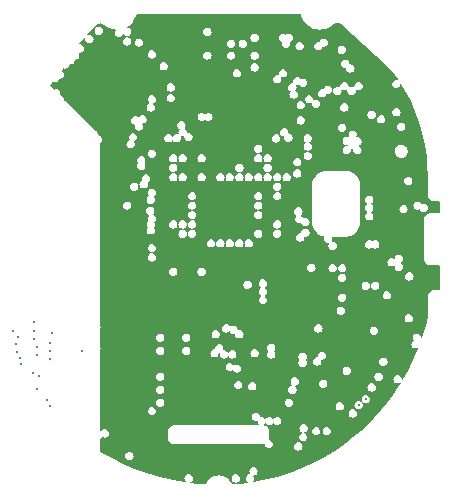
<source format=gbr>
%TF.GenerationSoftware,KiCad,Pcbnew,7.0.1*%
%TF.CreationDate,2023-12-30T18:27:53+00:00*%
%TF.ProjectId,watch_main,77617463-685f-46d6-9169-6e2e6b696361,rev?*%
%TF.SameCoordinates,Original*%
%TF.FileFunction,Copper,L2,Inr*%
%TF.FilePolarity,Positive*%
%FSLAX46Y46*%
G04 Gerber Fmt 4.6, Leading zero omitted, Abs format (unit mm)*
G04 Created by KiCad (PCBNEW 7.0.1) date 2023-12-30 18:27:53*
%MOMM*%
%LPD*%
G01*
G04 APERTURE LIST*
%TA.AperFunction,ComponentPad*%
%ADD10C,0.500000*%
%TD*%
%TA.AperFunction,ViaPad*%
%ADD11C,0.300000*%
%TD*%
G04 APERTURE END LIST*
D10*
%TO.N,GND*%
%TO.C,U301*%
X143327207Y-84751472D03*
X142478679Y-83902944D03*
X141630151Y-83054416D03*
X140781623Y-82205888D03*
X142384634Y-85694045D03*
X141536106Y-84845517D03*
X140687578Y-83996989D03*
X139839050Y-83148461D03*
X141442061Y-86636619D03*
X140593533Y-85788091D03*
X139745004Y-84939562D03*
X138896476Y-84091034D03*
X140499487Y-87579192D03*
X139650959Y-86730664D03*
X138802431Y-85882136D03*
X137953903Y-85033608D03*
%TD*%
D11*
%TO.N,GND*%
X165000000Y-107500000D03*
X165000000Y-107000000D03*
X165000000Y-106500000D03*
X154700000Y-81400000D03*
X134700000Y-107600000D03*
X134700000Y-106900000D03*
X150100000Y-95800000D03*
X165495400Y-89045400D03*
X146000000Y-81000000D03*
X147800000Y-92500000D03*
X157600000Y-88500000D03*
X150600000Y-95800000D03*
X160200000Y-83000000D03*
X154200000Y-93300000D03*
X163000000Y-88180000D03*
X165075000Y-102550000D03*
X157650000Y-107950000D03*
X149000000Y-79000000D03*
X160600000Y-97750000D03*
X142300000Y-93700000D03*
X158300000Y-104800000D03*
X155000000Y-91700000D03*
X148400000Y-105300000D03*
X151600000Y-107000000D03*
X158900000Y-101000000D03*
X166800000Y-98900000D03*
X158500000Y-97600000D03*
X145000000Y-80000000D03*
X147000000Y-80000000D03*
X164300000Y-96400000D03*
X134400000Y-105500000D03*
X150550000Y-89150000D03*
X143800000Y-92000000D03*
X159100000Y-111400000D03*
X157400000Y-95700000D03*
X151100000Y-95800000D03*
X157763631Y-81286369D03*
X148000000Y-79000000D03*
X165675000Y-105250000D03*
X150600000Y-94800000D03*
X154200000Y-108700000D03*
X135900000Y-105700000D03*
X143800000Y-90600000D03*
X151600000Y-95900000D03*
X146200000Y-98100000D03*
X145000000Y-79000000D03*
X140700000Y-89900000D03*
X133200000Y-107800000D03*
X163250000Y-103900000D03*
X151100000Y-112900000D03*
X155700000Y-110100000D03*
X150600000Y-95300000D03*
X166200000Y-103000000D03*
X132600000Y-105500000D03*
X154500000Y-102500000D03*
X156000000Y-83200000D03*
X151100000Y-94800000D03*
X166090000Y-86310000D03*
X151100000Y-94300000D03*
X146000000Y-80000000D03*
X146000000Y-88500000D03*
X144400000Y-89300000D03*
X144600000Y-104400000D03*
X156700000Y-108600000D03*
X143200000Y-90600000D03*
X152100000Y-118100000D03*
X147900000Y-110200000D03*
X135800000Y-111900000D03*
X166800000Y-96600000D03*
X162500000Y-103900000D03*
X147000000Y-79000000D03*
X150100000Y-94800000D03*
X151100000Y-80200000D03*
X146000000Y-79000000D03*
X147800000Y-112000000D03*
X133000000Y-107300000D03*
X148200000Y-118000000D03*
X157400000Y-101100000D03*
X150100000Y-96300000D03*
X164300000Y-94400000D03*
X150700000Y-113200000D03*
X164300000Y-87000000D03*
X165900000Y-93700000D03*
X160800000Y-106300000D03*
X153675000Y-107175000D03*
X144000000Y-79000000D03*
X147600000Y-108800000D03*
X146700000Y-81700000D03*
X159100000Y-107000000D03*
X151000000Y-79000000D03*
X156700000Y-107300000D03*
X151600000Y-94700000D03*
X144600000Y-108900000D03*
X154000000Y-79000000D03*
X147400000Y-112900000D03*
X149100000Y-81200000D03*
X150100000Y-94300000D03*
X151400000Y-89200000D03*
X150100000Y-95300000D03*
X133100000Y-106000000D03*
X151100000Y-95300000D03*
X153100000Y-81200000D03*
X155000000Y-79000000D03*
X134300000Y-109100000D03*
X142700000Y-116600000D03*
X150620000Y-110100000D03*
X148200000Y-112900000D03*
X165800000Y-92000000D03*
X154200000Y-95700000D03*
X156500000Y-112100000D03*
X158500000Y-100600000D03*
X164850000Y-103700000D03*
X167400000Y-93800000D03*
X135800000Y-107900000D03*
X135800000Y-106500000D03*
X159500000Y-81500000D03*
X153400000Y-93300000D03*
X164300000Y-92900000D03*
X152600000Y-90100000D03*
X149600000Y-95900000D03*
X155430000Y-79720000D03*
X147000000Y-91700000D03*
X148300000Y-111200000D03*
X157300000Y-83100000D03*
X147500000Y-111100000D03*
X149150000Y-87900000D03*
X135800000Y-107200000D03*
X148700000Y-108800000D03*
X134400000Y-106200000D03*
X153400000Y-96500000D03*
X134800000Y-109300000D03*
X155000000Y-82500000D03*
X134400000Y-104800000D03*
X150600000Y-83700000D03*
X153050000Y-102850000D03*
X143200000Y-92900000D03*
X143200000Y-92000000D03*
X153000000Y-79000000D03*
X146500000Y-101700000D03*
X150900000Y-106975000D03*
X153080000Y-79700000D03*
X151100000Y-96300000D03*
X152000000Y-79000000D03*
X167400000Y-92000000D03*
X159320000Y-87980000D03*
X146200000Y-94900000D03*
X144300000Y-100900000D03*
X149600000Y-88200000D03*
X164600000Y-98300000D03*
X147800000Y-93300000D03*
X135500000Y-111400000D03*
X163600000Y-92000000D03*
X133300000Y-108300000D03*
X149300000Y-113300000D03*
X151000000Y-100500000D03*
X149600000Y-94700000D03*
X150000000Y-79000000D03*
X134700000Y-110400000D03*
X145300000Y-85400000D03*
X154400000Y-105200000D03*
%TO.N,VBUS*%
X161900000Y-111800000D03*
X162500000Y-111300000D03*
%TO.N,/GNSS/ANT_OFF*%
X138500000Y-107200000D03*
X132900000Y-106600000D03*
%TD*%
%TA.AperFunction,Conductor*%
%TO.N,GND*%
G36*
X156974449Y-78650541D02*
G01*
X156981202Y-78650535D01*
X156981206Y-78650536D01*
X156991410Y-78650526D01*
X157019580Y-78660694D01*
X157034718Y-78686538D01*
X157049340Y-78765741D01*
X157124457Y-78988606D01*
X157230413Y-79198578D01*
X157365068Y-79391409D01*
X157513361Y-79550003D01*
X157525699Y-79563198D01*
X157624041Y-79642188D01*
X157709064Y-79710480D01*
X157871568Y-79806669D01*
X157911456Y-79830279D01*
X158128788Y-79920174D01*
X158356670Y-79978349D01*
X158590498Y-80003630D01*
X158825548Y-79995504D01*
X159006707Y-79963136D01*
X159057072Y-79954138D01*
X159112901Y-79935694D01*
X159280392Y-79880365D01*
X159490998Y-79775677D01*
X159684635Y-79642188D01*
X159768885Y-79564312D01*
X159773095Y-79560879D01*
X159866254Y-79494065D01*
X159875733Y-79488899D01*
X159979833Y-79447815D01*
X159990297Y-79445112D01*
X160101275Y-79430646D01*
X160112069Y-79430577D01*
X160223228Y-79443606D01*
X160233726Y-79446174D01*
X160338342Y-79485907D01*
X160347899Y-79490957D01*
X160442135Y-79556716D01*
X160446390Y-79560094D01*
X164330288Y-83055602D01*
X164335046Y-83060614D01*
X164776825Y-83606065D01*
X164778177Y-83607824D01*
X165203109Y-84190213D01*
X165204370Y-84192034D01*
X165219020Y-84214400D01*
X165225428Y-84246790D01*
X165207499Y-84274518D01*
X165175331Y-84281967D01*
X165078500Y-84266631D01*
X164968838Y-84283999D01*
X164869915Y-84334402D01*
X164791402Y-84412915D01*
X164740999Y-84511838D01*
X164723631Y-84621500D01*
X164740999Y-84731161D01*
X164791402Y-84830084D01*
X164869915Y-84908597D01*
X164968838Y-84959000D01*
X164983832Y-84961374D01*
X165078500Y-84976369D01*
X165188161Y-84959000D01*
X165188161Y-84958999D01*
X165287084Y-84908597D01*
X165287084Y-84908596D01*
X165287087Y-84908595D01*
X165365595Y-84830087D01*
X165374352Y-84812902D01*
X165416000Y-84731161D01*
X165425731Y-84669725D01*
X165437243Y-84646352D01*
X165459956Y-84633588D01*
X165485907Y-84635908D01*
X165505992Y-84652495D01*
X165599417Y-84795117D01*
X165600585Y-84797003D01*
X165964731Y-85419232D01*
X165965803Y-85421174D01*
X166298120Y-86060965D01*
X166299093Y-86062959D01*
X166598751Y-86718711D01*
X166599621Y-86720752D01*
X166865826Y-87390732D01*
X166866593Y-87392814D01*
X167098687Y-88075358D01*
X167099349Y-88077475D01*
X167296761Y-88770907D01*
X167297314Y-88773056D01*
X167459512Y-89475516D01*
X167459956Y-89477689D01*
X167586538Y-90187421D01*
X167586873Y-90189615D01*
X167677524Y-90904861D01*
X167677747Y-90907068D01*
X167732227Y-91625945D01*
X167732339Y-91628161D01*
X167750519Y-92349062D01*
X167750533Y-92350199D01*
X167749534Y-93945474D01*
X167749500Y-93945695D01*
X167749500Y-94000001D01*
X167749480Y-94031608D01*
X167749500Y-94031823D01*
X167749500Y-94062026D01*
X167777104Y-94182967D01*
X167830930Y-94294739D01*
X167908274Y-94391725D01*
X167987453Y-94454868D01*
X168005263Y-94469071D01*
X168117031Y-94522895D01*
X168237974Y-94550500D01*
X168237978Y-94550500D01*
X168237987Y-94550502D01*
X168243826Y-94550501D01*
X168243829Y-94550503D01*
X168706536Y-94550499D01*
X168728535Y-94556394D01*
X168744640Y-94572499D01*
X168750535Y-94594499D01*
X168750535Y-95505500D01*
X168737648Y-95536613D01*
X168706535Y-95549500D01*
X168047595Y-95549500D01*
X168000000Y-95549500D01*
X167932340Y-95549500D01*
X167902229Y-95556372D01*
X167800413Y-95579610D01*
X167678491Y-95638325D01*
X167572694Y-95722694D01*
X167488325Y-95828491D01*
X167429610Y-95950413D01*
X167399500Y-96082341D01*
X167399500Y-99417659D01*
X167429610Y-99549586D01*
X167488325Y-99671508D01*
X167572694Y-99777305D01*
X167678491Y-99861674D01*
X167678492Y-99861674D01*
X167678493Y-99861675D01*
X167800412Y-99920389D01*
X167932340Y-99950500D01*
X167943827Y-99950500D01*
X168000000Y-99950500D01*
X168047595Y-99950500D01*
X168706535Y-99950500D01*
X168737648Y-99963387D01*
X168750535Y-99994500D01*
X168750535Y-102005497D01*
X168737648Y-102036610D01*
X168706535Y-102049497D01*
X168272154Y-102049500D01*
X168237974Y-102049500D01*
X168117032Y-102077104D01*
X168005260Y-102130930D01*
X167908274Y-102208274D01*
X167830930Y-102305260D01*
X167777104Y-102417032D01*
X167749463Y-102538134D01*
X167749500Y-102599786D01*
X167749500Y-102654371D01*
X167749532Y-102654574D01*
X167750510Y-104309351D01*
X167749279Y-104319712D01*
X167565782Y-105079090D01*
X167565273Y-105081007D01*
X167338358Y-105863697D01*
X167337763Y-105865589D01*
X167264743Y-106080691D01*
X167247162Y-106103370D01*
X167219339Y-106110388D01*
X167193105Y-106098759D01*
X167179620Y-106073430D01*
X167162500Y-105965338D01*
X167112097Y-105866415D01*
X167033584Y-105787902D01*
X166934661Y-105737499D01*
X166825000Y-105720131D01*
X166715338Y-105737499D01*
X166616415Y-105787902D01*
X166537902Y-105866415D01*
X166487499Y-105965338D01*
X166470131Y-106075000D01*
X166487499Y-106184661D01*
X166537902Y-106283584D01*
X166540372Y-106286054D01*
X166552717Y-106310283D01*
X166548464Y-106337141D01*
X166529237Y-106356370D01*
X166516414Y-106362903D01*
X166437902Y-106441415D01*
X166387499Y-106540338D01*
X166370131Y-106650000D01*
X166387499Y-106759661D01*
X166437902Y-106858584D01*
X166516415Y-106937097D01*
X166615338Y-106987500D01*
X166630332Y-106989874D01*
X166725000Y-107004869D01*
X166834661Y-106987500D01*
X166861975Y-106973582D01*
X166887755Y-106969172D01*
X166911486Y-106980174D01*
X166924778Y-107002702D01*
X166922934Y-107028794D01*
X166778660Y-107398195D01*
X166777897Y-107400026D01*
X166447522Y-108144973D01*
X166446677Y-108146768D01*
X166083061Y-108876077D01*
X166082136Y-108877831D01*
X165686030Y-109589996D01*
X165685027Y-109591707D01*
X165626915Y-109685924D01*
X165603791Y-109704429D01*
X165574177Y-109704084D01*
X165551490Y-109685047D01*
X165546008Y-109655943D01*
X165554869Y-109600000D01*
X165537500Y-109490339D01*
X165537500Y-109490338D01*
X165487097Y-109391415D01*
X165408584Y-109312902D01*
X165309661Y-109262499D01*
X165200000Y-109245131D01*
X165090338Y-109262499D01*
X164991415Y-109312902D01*
X164912902Y-109391415D01*
X164862499Y-109490338D01*
X164845131Y-109600000D01*
X164862499Y-109709661D01*
X164912902Y-109808584D01*
X164991415Y-109887097D01*
X165090338Y-109937500D01*
X165105332Y-109939874D01*
X165200000Y-109954869D01*
X165309661Y-109937500D01*
X165309660Y-109937500D01*
X165406249Y-109888287D01*
X165433991Y-109884182D01*
X165458577Y-109897671D01*
X165470021Y-109923273D01*
X165463673Y-109950589D01*
X165257232Y-110285291D01*
X165256153Y-110286956D01*
X164797533Y-110960561D01*
X164796381Y-110962175D01*
X164307846Y-111614459D01*
X164306621Y-111616019D01*
X163789215Y-112245589D01*
X163787921Y-112247093D01*
X163242660Y-112852713D01*
X163241301Y-112854156D01*
X162669294Y-113434597D01*
X162667870Y-113435978D01*
X162070296Y-113990038D01*
X162068811Y-113991354D01*
X161446868Y-114517928D01*
X161445326Y-114519175D01*
X160800277Y-115017189D01*
X160798680Y-115018365D01*
X160131857Y-115486793D01*
X160130209Y-115487896D01*
X159442954Y-115925797D01*
X159441258Y-115926825D01*
X158734963Y-116333310D01*
X158733222Y-116334261D01*
X158009313Y-116708509D01*
X158007531Y-116709380D01*
X157267480Y-117050629D01*
X157265660Y-117051418D01*
X156511024Y-117358952D01*
X156509171Y-117359659D01*
X155741425Y-117632877D01*
X155739542Y-117633500D01*
X154960248Y-117871845D01*
X154958339Y-117872382D01*
X154169115Y-118075361D01*
X154167183Y-118075812D01*
X153369596Y-118243020D01*
X153367646Y-118243383D01*
X153006103Y-118302309D01*
X152979181Y-118298153D01*
X152959865Y-118278945D01*
X152955559Y-118252047D01*
X152967913Y-118227769D01*
X152987096Y-118208586D01*
X153037500Y-118109661D01*
X153040562Y-118090327D01*
X153054869Y-118000000D01*
X153038425Y-117896179D01*
X153037500Y-117890338D01*
X152998323Y-117813448D01*
X152994069Y-117786590D01*
X153006414Y-117762360D01*
X153030642Y-117750015D01*
X153109661Y-117737500D01*
X153157938Y-117712902D01*
X153208584Y-117687097D01*
X153208584Y-117687096D01*
X153208587Y-117687095D01*
X153287095Y-117608587D01*
X153337500Y-117509661D01*
X153354869Y-117400000D01*
X153337500Y-117290339D01*
X153337500Y-117290338D01*
X153287097Y-117191415D01*
X153208584Y-117112902D01*
X153109661Y-117062499D01*
X153000000Y-117045131D01*
X152890338Y-117062499D01*
X152791415Y-117112902D01*
X152712902Y-117191415D01*
X152662499Y-117290338D01*
X152645131Y-117400000D01*
X152662499Y-117509661D01*
X152701676Y-117586551D01*
X152705930Y-117613409D01*
X152693585Y-117637639D01*
X152669356Y-117649984D01*
X152590338Y-117662500D01*
X152491415Y-117712902D01*
X152412902Y-117791415D01*
X152362499Y-117890338D01*
X152345131Y-118000000D01*
X152362499Y-118109661D01*
X152412902Y-118208584D01*
X152412904Y-118208586D01*
X152412905Y-118208587D01*
X152491413Y-118287095D01*
X152514835Y-118299029D01*
X152534264Y-118318656D01*
X152538169Y-118345996D01*
X152525010Y-118370278D01*
X152499973Y-118381935D01*
X151751984Y-118469461D01*
X151750009Y-118469647D01*
X151210203Y-118508256D01*
X151185606Y-118502781D01*
X151168047Y-118484708D01*
X151076840Y-118309750D01*
X151053500Y-118278945D01*
X150953921Y-118147515D01*
X150953916Y-118147510D01*
X150805633Y-118008094D01*
X150793459Y-118000000D01*
X151145131Y-118000000D01*
X151162499Y-118109661D01*
X151212902Y-118208584D01*
X151291415Y-118287097D01*
X151390338Y-118337500D01*
X151405332Y-118339874D01*
X151500000Y-118354869D01*
X151609661Y-118337500D01*
X151678728Y-118302309D01*
X151708584Y-118287097D01*
X151708584Y-118287096D01*
X151708587Y-118287095D01*
X151787095Y-118208587D01*
X151837500Y-118109661D01*
X151854869Y-118000000D01*
X151838425Y-117896179D01*
X151837500Y-117890338D01*
X151787097Y-117791415D01*
X151708584Y-117712902D01*
X151609661Y-117662499D01*
X151500000Y-117645131D01*
X151390338Y-117662499D01*
X151291415Y-117712902D01*
X151212902Y-117791415D01*
X151162499Y-117890338D01*
X151145131Y-118000000D01*
X150793459Y-118000000D01*
X150636127Y-117895397D01*
X150450188Y-117812603D01*
X150253033Y-117762034D01*
X150090759Y-117748493D01*
X150050192Y-117745108D01*
X150050191Y-117745108D01*
X149847377Y-117762304D01*
X149650285Y-117813137D01*
X149464452Y-117896179D01*
X149295103Y-118009097D01*
X149147000Y-118148716D01*
X149024297Y-118311115D01*
X149024295Y-118311117D01*
X149024296Y-118311117D01*
X148988085Y-118380806D01*
X148932997Y-118486822D01*
X148915505Y-118504894D01*
X148890972Y-118510433D01*
X148337593Y-118472860D01*
X148335698Y-118472690D01*
X147668253Y-118398272D01*
X147643109Y-118386711D01*
X147629841Y-118362424D01*
X147633698Y-118335019D01*
X147653151Y-118315340D01*
X147708587Y-118287095D01*
X147787095Y-118208587D01*
X147837500Y-118109661D01*
X147854869Y-118000000D01*
X147838425Y-117896179D01*
X147837500Y-117890338D01*
X147787097Y-117791415D01*
X147708584Y-117712902D01*
X147609661Y-117662499D01*
X147500000Y-117645131D01*
X147390338Y-117662499D01*
X147291415Y-117712902D01*
X147212902Y-117791415D01*
X147162499Y-117890338D01*
X147145131Y-118000000D01*
X147162499Y-118109661D01*
X147212902Y-118208584D01*
X147266533Y-118262215D01*
X147278873Y-118286414D01*
X147274652Y-118313249D01*
X147255478Y-118332490D01*
X147228659Y-118336805D01*
X146692226Y-118253382D01*
X146690353Y-118253049D01*
X145878216Y-118090517D01*
X145876358Y-118090104D01*
X145071955Y-117892602D01*
X145070118Y-117892108D01*
X144275055Y-117660033D01*
X144273241Y-117659461D01*
X143488934Y-117393227D01*
X143487146Y-117392577D01*
X142715073Y-117092685D01*
X142713315Y-117091958D01*
X141954923Y-116758967D01*
X141953198Y-116758164D01*
X141209941Y-116392716D01*
X141208252Y-116391840D01*
X140674315Y-116100000D01*
X142145131Y-116100000D01*
X142162499Y-116209661D01*
X142212902Y-116308584D01*
X142291415Y-116387097D01*
X142390338Y-116437500D01*
X142405332Y-116439874D01*
X142500000Y-116454869D01*
X142609661Y-116437500D01*
X142609661Y-116437499D01*
X142708584Y-116387097D01*
X142708584Y-116387096D01*
X142708587Y-116387095D01*
X142787095Y-116308587D01*
X142837500Y-116209661D01*
X142854869Y-116100000D01*
X142838101Y-115994135D01*
X142837500Y-115990338D01*
X142787097Y-115891415D01*
X142708584Y-115812902D01*
X142609661Y-115762499D01*
X142500000Y-115745131D01*
X142390338Y-115762499D01*
X142291415Y-115812902D01*
X142212902Y-115891415D01*
X142162499Y-115990338D01*
X142145131Y-116100000D01*
X140674315Y-116100000D01*
X140481466Y-115994592D01*
X140479817Y-115993644D01*
X140180643Y-115812902D01*
X140021247Y-115716605D01*
X140005678Y-115700566D01*
X140000000Y-115678945D01*
X140000000Y-114669386D01*
X140006484Y-114646396D01*
X140024025Y-114630182D01*
X140059658Y-114612026D01*
X145749500Y-114612026D01*
X145777104Y-114732967D01*
X145830930Y-114844739D01*
X145908274Y-114941725D01*
X146005260Y-115019069D01*
X146005263Y-115019071D01*
X146117031Y-115072895D01*
X146237974Y-115100500D01*
X146243827Y-115100500D01*
X146300000Y-115100500D01*
X146347595Y-115100500D01*
X153752405Y-115100500D01*
X153827844Y-115100500D01*
X153862026Y-115100500D01*
X153862028Y-115100500D01*
X153891374Y-115093801D01*
X153896420Y-115092649D01*
X153920120Y-115093801D01*
X153939776Y-115107094D01*
X153949670Y-115128661D01*
X153962500Y-115209661D01*
X154012902Y-115308584D01*
X154091415Y-115387097D01*
X154190338Y-115437500D01*
X154205332Y-115439874D01*
X154300000Y-115454869D01*
X154409661Y-115437500D01*
X154409660Y-115437500D01*
X154508584Y-115387097D01*
X154508584Y-115387096D01*
X154508587Y-115387095D01*
X154587095Y-115308587D01*
X154591471Y-115300000D01*
X156445131Y-115300000D01*
X156462499Y-115409661D01*
X156512902Y-115508584D01*
X156591415Y-115587097D01*
X156690338Y-115637500D01*
X156705332Y-115639874D01*
X156800000Y-115654869D01*
X156909661Y-115637500D01*
X156909661Y-115637499D01*
X157008584Y-115587097D01*
X157008584Y-115587096D01*
X157008587Y-115587095D01*
X157087095Y-115508587D01*
X157123316Y-115437500D01*
X157137500Y-115409661D01*
X157141074Y-115387095D01*
X157154869Y-115300000D01*
X157137500Y-115190339D01*
X157137500Y-115190338D01*
X157087097Y-115091415D01*
X157008584Y-115012902D01*
X156909661Y-114962499D01*
X156800000Y-114945131D01*
X156690338Y-114962499D01*
X156591415Y-115012902D01*
X156512902Y-115091415D01*
X156462499Y-115190338D01*
X156445131Y-115300000D01*
X154591471Y-115300000D01*
X154637500Y-115209661D01*
X154640560Y-115190339D01*
X154654869Y-115100000D01*
X154637500Y-114990339D01*
X154637500Y-114990338D01*
X154587097Y-114891415D01*
X154508584Y-114812902D01*
X154409661Y-114762499D01*
X154365904Y-114755569D01*
X154344336Y-114745675D01*
X154331043Y-114726020D01*
X154329890Y-114702322D01*
X154350500Y-114612026D01*
X154350500Y-114550000D01*
X154350500Y-114502405D01*
X154350500Y-114500000D01*
X156845131Y-114500000D01*
X156862499Y-114609661D01*
X156912902Y-114708584D01*
X156991415Y-114787097D01*
X157090338Y-114837500D01*
X157105332Y-114839874D01*
X157200000Y-114854869D01*
X157309661Y-114837500D01*
X157357938Y-114812902D01*
X157408584Y-114787097D01*
X157408584Y-114787096D01*
X157408587Y-114787095D01*
X157487095Y-114708587D01*
X157490289Y-114702320D01*
X157537500Y-114609661D01*
X157546178Y-114554869D01*
X157554869Y-114500000D01*
X157537500Y-114390339D01*
X157537500Y-114390338D01*
X157487097Y-114291415D01*
X157408584Y-114212902D01*
X157329885Y-114172804D01*
X157310656Y-114153576D01*
X157306402Y-114126716D01*
X157318748Y-114102487D01*
X157342976Y-114090142D01*
X157359661Y-114087500D01*
X157426890Y-114053245D01*
X157458584Y-114037097D01*
X157458584Y-114037096D01*
X157458587Y-114037095D01*
X157495683Y-113999999D01*
X157945131Y-113999999D01*
X157962499Y-114109661D01*
X158012902Y-114208584D01*
X158091415Y-114287097D01*
X158190338Y-114337500D01*
X158205332Y-114339874D01*
X158300000Y-114354869D01*
X158409661Y-114337500D01*
X158409661Y-114337499D01*
X158508584Y-114287097D01*
X158508584Y-114287096D01*
X158508587Y-114287095D01*
X158587095Y-114208587D01*
X158591471Y-114200000D01*
X158637500Y-114109661D01*
X158640560Y-114090339D01*
X158654869Y-114000000D01*
X158654869Y-113999999D01*
X158845131Y-113999999D01*
X158862499Y-114109661D01*
X158912902Y-114208584D01*
X158991415Y-114287097D01*
X159090338Y-114337500D01*
X159105332Y-114339874D01*
X159200000Y-114354869D01*
X159309661Y-114337500D01*
X159309661Y-114337499D01*
X159408584Y-114287097D01*
X159408584Y-114287096D01*
X159408587Y-114287095D01*
X159487095Y-114208587D01*
X159491471Y-114200000D01*
X159537500Y-114109661D01*
X159540560Y-114090339D01*
X159554869Y-114000000D01*
X159537500Y-113890339D01*
X159537500Y-113890338D01*
X159487097Y-113791415D01*
X159408584Y-113712902D01*
X159309661Y-113662499D01*
X159200000Y-113645131D01*
X159090338Y-113662499D01*
X158991415Y-113712902D01*
X158912902Y-113791415D01*
X158862499Y-113890338D01*
X158845131Y-113999999D01*
X158654869Y-113999999D01*
X158637500Y-113890339D01*
X158637500Y-113890338D01*
X158587097Y-113791415D01*
X158508584Y-113712902D01*
X158409661Y-113662499D01*
X158300000Y-113645131D01*
X158190338Y-113662499D01*
X158091415Y-113712902D01*
X158012902Y-113791415D01*
X157962499Y-113890338D01*
X157945131Y-113999999D01*
X157495683Y-113999999D01*
X157537095Y-113958587D01*
X157571870Y-113890338D01*
X157587500Y-113859661D01*
X157598309Y-113791415D01*
X157604869Y-113750000D01*
X157587500Y-113640339D01*
X157587500Y-113640338D01*
X157537097Y-113541415D01*
X157458584Y-113462902D01*
X157359661Y-113412499D01*
X157250000Y-113395131D01*
X157140338Y-113412499D01*
X157041415Y-113462902D01*
X156962902Y-113541415D01*
X156912499Y-113640338D01*
X156895131Y-113749999D01*
X156912499Y-113859661D01*
X156962902Y-113958584D01*
X156962905Y-113958587D01*
X157041413Y-114037095D01*
X157120115Y-114077195D01*
X157139343Y-114096423D01*
X157143597Y-114123281D01*
X157131252Y-114147511D01*
X157107023Y-114159857D01*
X157090338Y-114162499D01*
X156991415Y-114212902D01*
X156912902Y-114291415D01*
X156862499Y-114390338D01*
X156845131Y-114500000D01*
X154350500Y-114500000D01*
X154350500Y-114022156D01*
X154350500Y-113987974D01*
X154322895Y-113867031D01*
X154269071Y-113755263D01*
X154264873Y-113749999D01*
X154191725Y-113658274D01*
X154094739Y-113580930D01*
X153982967Y-113527104D01*
X153926742Y-113514271D01*
X153901131Y-113497502D01*
X153892656Y-113468086D01*
X153905420Y-113440261D01*
X153908585Y-113437096D01*
X153908587Y-113437095D01*
X153987095Y-113358587D01*
X153987095Y-113358586D01*
X153992023Y-113353659D01*
X153993008Y-113354644D01*
X154009231Y-113340036D01*
X154040769Y-113340036D01*
X154056991Y-113354644D01*
X154057977Y-113353659D01*
X154141415Y-113437097D01*
X154240338Y-113487500D01*
X154255332Y-113489874D01*
X154350000Y-113504869D01*
X154459661Y-113487500D01*
X154461402Y-113486613D01*
X154558584Y-113437097D01*
X154558584Y-113437096D01*
X154558587Y-113437095D01*
X154637095Y-113358587D01*
X154637095Y-113358586D01*
X154642023Y-113353659D01*
X154643008Y-113354644D01*
X154659231Y-113340036D01*
X154690769Y-113340036D01*
X154706991Y-113354644D01*
X154707977Y-113353659D01*
X154791415Y-113437097D01*
X154890338Y-113487500D01*
X154905332Y-113489874D01*
X155000000Y-113504869D01*
X155109661Y-113487500D01*
X155111402Y-113486613D01*
X155208584Y-113437097D01*
X155208584Y-113437096D01*
X155208587Y-113437095D01*
X155287095Y-113358587D01*
X155296548Y-113340036D01*
X155337500Y-113259661D01*
X155350785Y-113175782D01*
X155354869Y-113150000D01*
X155337500Y-113040339D01*
X155337500Y-113040338D01*
X155287097Y-112941415D01*
X155208584Y-112862902D01*
X155109661Y-112812499D01*
X155000000Y-112795131D01*
X154890338Y-112812499D01*
X154791415Y-112862902D01*
X154749696Y-112904621D01*
X154712905Y-112941413D01*
X154712904Y-112941414D01*
X154707978Y-112946341D01*
X154706993Y-112945356D01*
X154690768Y-112959966D01*
X154659232Y-112959966D01*
X154643006Y-112945356D01*
X154642022Y-112946341D01*
X154637095Y-112941414D01*
X154637095Y-112941413D01*
X154558587Y-112862905D01*
X154558586Y-112862904D01*
X154558584Y-112862902D01*
X154459661Y-112812499D01*
X154350000Y-112795131D01*
X154240338Y-112812499D01*
X154141415Y-112862902D01*
X154099696Y-112904621D01*
X154062905Y-112941413D01*
X154062904Y-112941414D01*
X154057978Y-112946341D01*
X154056993Y-112945356D01*
X154040768Y-112959966D01*
X154009232Y-112959966D01*
X153993006Y-112945356D01*
X153992022Y-112946341D01*
X153987095Y-112941414D01*
X153987095Y-112941413D01*
X153908587Y-112862905D01*
X153908586Y-112862904D01*
X153908584Y-112862902D01*
X153809661Y-112812499D01*
X153714993Y-112797505D01*
X153700000Y-112795131D01*
X153699999Y-112795131D01*
X153601126Y-112810791D01*
X153568380Y-112802930D01*
X153550785Y-112774216D01*
X153537500Y-112690338D01*
X153487097Y-112591415D01*
X153408584Y-112512902D01*
X153383260Y-112499999D01*
X161045131Y-112499999D01*
X161062499Y-112609661D01*
X161112902Y-112708584D01*
X161191415Y-112787097D01*
X161290338Y-112837500D01*
X161305332Y-112839874D01*
X161400000Y-112854869D01*
X161509661Y-112837500D01*
X161562081Y-112810791D01*
X161608584Y-112787097D01*
X161608584Y-112787096D01*
X161608587Y-112787095D01*
X161687095Y-112708587D01*
X161696394Y-112690338D01*
X161737500Y-112609661D01*
X161741074Y-112587095D01*
X161754869Y-112500000D01*
X161737500Y-112390339D01*
X161737500Y-112390338D01*
X161687097Y-112291415D01*
X161608584Y-112212902D01*
X161509661Y-112162499D01*
X161400000Y-112145131D01*
X161290338Y-112162499D01*
X161191415Y-112212902D01*
X161112902Y-112291415D01*
X161062499Y-112390338D01*
X161045131Y-112499999D01*
X153383260Y-112499999D01*
X153309661Y-112462499D01*
X153200000Y-112445131D01*
X153090338Y-112462499D01*
X152991415Y-112512902D01*
X152912902Y-112591415D01*
X152862499Y-112690338D01*
X152845131Y-112799999D01*
X152862499Y-112909661D01*
X152912902Y-113008584D01*
X152991415Y-113087097D01*
X153090338Y-113137500D01*
X153107707Y-113140250D01*
X153200000Y-113154869D01*
X153298874Y-113139208D01*
X153331618Y-113147069D01*
X153349214Y-113175782D01*
X153362500Y-113259661D01*
X153412902Y-113358584D01*
X153478705Y-113424387D01*
X153491592Y-113455500D01*
X153478705Y-113486613D01*
X153447592Y-113499500D01*
X146237974Y-113499500D01*
X146117032Y-113527104D01*
X146005260Y-113580930D01*
X145908274Y-113658274D01*
X145830930Y-113755260D01*
X145777104Y-113867032D01*
X145749500Y-113987974D01*
X145749500Y-114612026D01*
X140059658Y-114612026D01*
X140108586Y-114587096D01*
X140140814Y-114554868D01*
X140180187Y-114515494D01*
X140204415Y-114503150D01*
X140231272Y-114507403D01*
X140290339Y-114537500D01*
X140400000Y-114554869D01*
X140509661Y-114537500D01*
X140545626Y-114519175D01*
X140608584Y-114487097D01*
X140608584Y-114487096D01*
X140608587Y-114487095D01*
X140687095Y-114408587D01*
X140696394Y-114390338D01*
X140737500Y-114309661D01*
X140741074Y-114287095D01*
X140754869Y-114200000D01*
X140737500Y-114090339D01*
X140737500Y-114090338D01*
X140687097Y-113991415D01*
X140608584Y-113912902D01*
X140509661Y-113862499D01*
X140400000Y-113845131D01*
X140290338Y-113862499D01*
X140191415Y-113912902D01*
X140119814Y-113984504D01*
X140095584Y-113996849D01*
X140068726Y-113992595D01*
X140040752Y-113978341D01*
X140024024Y-113969818D01*
X140006484Y-113953604D01*
X140000000Y-113930614D01*
X140000000Y-112299999D01*
X144045131Y-112299999D01*
X144062499Y-112409661D01*
X144112902Y-112508584D01*
X144191415Y-112587097D01*
X144290338Y-112637500D01*
X144305332Y-112639874D01*
X144400000Y-112654869D01*
X144509661Y-112637500D01*
X144509661Y-112637499D01*
X144608584Y-112587097D01*
X144608584Y-112587096D01*
X144608587Y-112587095D01*
X144687095Y-112508587D01*
X144691471Y-112500000D01*
X144737500Y-112409661D01*
X144740560Y-112390339D01*
X144754869Y-112300000D01*
X144737500Y-112190339D01*
X144737500Y-112190338D01*
X144687097Y-112091415D01*
X144608584Y-112012902D01*
X144509661Y-111962499D01*
X144400000Y-111945131D01*
X144290338Y-111962499D01*
X144191415Y-112012902D01*
X144112902Y-112091415D01*
X144062499Y-112190338D01*
X144045131Y-112299999D01*
X140000000Y-112299999D01*
X140000000Y-111599999D01*
X144745131Y-111599999D01*
X144762499Y-111709661D01*
X144812902Y-111808584D01*
X144891415Y-111887097D01*
X144990338Y-111937500D01*
X145005332Y-111939874D01*
X145100000Y-111954869D01*
X145209661Y-111937500D01*
X145209660Y-111937500D01*
X145308584Y-111887097D01*
X145308584Y-111887096D01*
X145308587Y-111887095D01*
X145387095Y-111808587D01*
X145391471Y-111800000D01*
X145437500Y-111709661D01*
X145440560Y-111690339D01*
X145454869Y-111600000D01*
X145454869Y-111599999D01*
X155645131Y-111599999D01*
X155662499Y-111709661D01*
X155712902Y-111808584D01*
X155791415Y-111887097D01*
X155890338Y-111937500D01*
X155905332Y-111939874D01*
X156000000Y-111954869D01*
X156109661Y-111937500D01*
X156109660Y-111937500D01*
X156183260Y-111900000D01*
X159945131Y-111900000D01*
X159962499Y-112009661D01*
X160012902Y-112108584D01*
X160091415Y-112187097D01*
X160190338Y-112237500D01*
X160205332Y-112239874D01*
X160300000Y-112254869D01*
X160409661Y-112237500D01*
X160457938Y-112212902D01*
X160508584Y-112187097D01*
X160508584Y-112187096D01*
X160508587Y-112187095D01*
X160587095Y-112108587D01*
X160637500Y-112009661D01*
X160654869Y-111900000D01*
X160639030Y-111799999D01*
X161545131Y-111799999D01*
X161562499Y-111909661D01*
X161612902Y-112008584D01*
X161691415Y-112087097D01*
X161790338Y-112137500D01*
X161805332Y-112139874D01*
X161900000Y-112154869D01*
X162009661Y-112137500D01*
X162009660Y-112137500D01*
X162108584Y-112087097D01*
X162108584Y-112087096D01*
X162108587Y-112087095D01*
X162187095Y-112008587D01*
X162210578Y-111962500D01*
X162237500Y-111909661D01*
X162241074Y-111887095D01*
X162254869Y-111800000D01*
X162240250Y-111707707D01*
X162237500Y-111690338D01*
X162200361Y-111617448D01*
X162196781Y-111587201D01*
X162213703Y-111561876D01*
X162243017Y-111553609D01*
X162270678Y-111566360D01*
X162291415Y-111587097D01*
X162390338Y-111637500D01*
X162405332Y-111639874D01*
X162500000Y-111654869D01*
X162609661Y-111637500D01*
X162651820Y-111616019D01*
X162708584Y-111587097D01*
X162708584Y-111587096D01*
X162708587Y-111587095D01*
X162787095Y-111508587D01*
X162796394Y-111490338D01*
X162837500Y-111409661D01*
X162840390Y-111391413D01*
X162854869Y-111300000D01*
X162837500Y-111190339D01*
X162837500Y-111190338D01*
X162787097Y-111091415D01*
X162708584Y-111012902D01*
X162609661Y-110962499D01*
X162500000Y-110945131D01*
X162390338Y-110962499D01*
X162291415Y-111012902D01*
X162212902Y-111091415D01*
X162162499Y-111190338D01*
X162145131Y-111299999D01*
X162162499Y-111409661D01*
X162199638Y-111482551D01*
X162203218Y-111512798D01*
X162186296Y-111538123D01*
X162156982Y-111546390D01*
X162129321Y-111533639D01*
X162108584Y-111512902D01*
X162009661Y-111462499D01*
X161900000Y-111445131D01*
X161790338Y-111462499D01*
X161691415Y-111512902D01*
X161612902Y-111591415D01*
X161562499Y-111690338D01*
X161545131Y-111799999D01*
X160639030Y-111799999D01*
X160637500Y-111790339D01*
X160637500Y-111790338D01*
X160587097Y-111691415D01*
X160508584Y-111612902D01*
X160409661Y-111562499D01*
X160300000Y-111545131D01*
X160190338Y-111562499D01*
X160091415Y-111612902D01*
X160012902Y-111691415D01*
X159962499Y-111790338D01*
X159945131Y-111900000D01*
X156183260Y-111900000D01*
X156208584Y-111887097D01*
X156208584Y-111887096D01*
X156208587Y-111887095D01*
X156287095Y-111808587D01*
X156291471Y-111800000D01*
X156337500Y-111709661D01*
X156340560Y-111690339D01*
X156354869Y-111600000D01*
X156337500Y-111490339D01*
X156337500Y-111490338D01*
X156287097Y-111391415D01*
X156208584Y-111312902D01*
X156109661Y-111262499D01*
X156000000Y-111245131D01*
X155890338Y-111262499D01*
X155791415Y-111312902D01*
X155712902Y-111391415D01*
X155662499Y-111490338D01*
X155645131Y-111599999D01*
X145454869Y-111599999D01*
X145437500Y-111490339D01*
X145437500Y-111490338D01*
X145387097Y-111391415D01*
X145308584Y-111312902D01*
X145209661Y-111262499D01*
X145100000Y-111245131D01*
X144990338Y-111262499D01*
X144891415Y-111312902D01*
X144812902Y-111391415D01*
X144762499Y-111490338D01*
X144745131Y-111599999D01*
X140000000Y-111599999D01*
X140000000Y-110500000D01*
X144745131Y-110500000D01*
X144762499Y-110609661D01*
X144812902Y-110708584D01*
X144891415Y-110787097D01*
X144990338Y-110837500D01*
X145005332Y-110839874D01*
X145100000Y-110854869D01*
X145209661Y-110837500D01*
X145209660Y-110837500D01*
X145308584Y-110787097D01*
X145308584Y-110787096D01*
X145308587Y-110787095D01*
X145387095Y-110708587D01*
X145423316Y-110637500D01*
X145437500Y-110609661D01*
X145446178Y-110554869D01*
X145454869Y-110500000D01*
X145437500Y-110390339D01*
X145437500Y-110390338D01*
X145387097Y-110291415D01*
X145308584Y-110212902D01*
X145209661Y-110162499D01*
X145100000Y-110145131D01*
X144990338Y-110162499D01*
X144891415Y-110212902D01*
X144812902Y-110291415D01*
X144762499Y-110390338D01*
X144745131Y-110500000D01*
X140000000Y-110500000D01*
X140000000Y-110099999D01*
X151345131Y-110099999D01*
X151362499Y-110209661D01*
X151412902Y-110308584D01*
X151491415Y-110387097D01*
X151590338Y-110437500D01*
X151605332Y-110439874D01*
X151700000Y-110454869D01*
X151809661Y-110437500D01*
X151809661Y-110437499D01*
X151908584Y-110387097D01*
X151908584Y-110387096D01*
X151908587Y-110387095D01*
X151987095Y-110308587D01*
X151991471Y-110300000D01*
X152037500Y-110209661D01*
X152039030Y-110200000D01*
X152545131Y-110200000D01*
X152562499Y-110309661D01*
X152612902Y-110408584D01*
X152691415Y-110487097D01*
X152790338Y-110537500D01*
X152805332Y-110539874D01*
X152900000Y-110554869D01*
X153009661Y-110537500D01*
X153009661Y-110537499D01*
X153083260Y-110500000D01*
X155945131Y-110500000D01*
X155962499Y-110609661D01*
X156012902Y-110708584D01*
X156091415Y-110787097D01*
X156190338Y-110837500D01*
X156205332Y-110839874D01*
X156300000Y-110854869D01*
X156409661Y-110837500D01*
X156409660Y-110837500D01*
X156508584Y-110787097D01*
X156508584Y-110787096D01*
X156508587Y-110787095D01*
X156587095Y-110708587D01*
X156623316Y-110637500D01*
X156637500Y-110609661D01*
X156646178Y-110554869D01*
X156654869Y-110500000D01*
X156637500Y-110390339D01*
X156637500Y-110390338D01*
X156587097Y-110291415D01*
X156518373Y-110222691D01*
X156505546Y-110193881D01*
X156515292Y-110163888D01*
X156542601Y-110148121D01*
X156609661Y-110137500D01*
X156612387Y-110136111D01*
X156708584Y-110087097D01*
X156708584Y-110087096D01*
X156708587Y-110087095D01*
X156787095Y-110008587D01*
X156791471Y-110000000D01*
X158545131Y-110000000D01*
X158562499Y-110109661D01*
X158612902Y-110208584D01*
X158691415Y-110287097D01*
X158790338Y-110337500D01*
X158805332Y-110339874D01*
X158900000Y-110354869D01*
X159009661Y-110337500D01*
X159009661Y-110337499D01*
X159083260Y-110300000D01*
X162645131Y-110300000D01*
X162662499Y-110409661D01*
X162712902Y-110508584D01*
X162791415Y-110587097D01*
X162890338Y-110637500D01*
X162905332Y-110639874D01*
X163000000Y-110654869D01*
X163109661Y-110637500D01*
X163109660Y-110637500D01*
X163208584Y-110587097D01*
X163208584Y-110587096D01*
X163208587Y-110587095D01*
X163287095Y-110508587D01*
X163291471Y-110500000D01*
X163337500Y-110409661D01*
X163340560Y-110390339D01*
X163354869Y-110300000D01*
X163337500Y-110190339D01*
X163337500Y-110190338D01*
X163287097Y-110091415D01*
X163208584Y-110012902D01*
X163109661Y-109962499D01*
X163000000Y-109945131D01*
X162890338Y-109962499D01*
X162791415Y-110012902D01*
X162712902Y-110091415D01*
X162662499Y-110190338D01*
X162645131Y-110300000D01*
X159083260Y-110300000D01*
X159108584Y-110287097D01*
X159108584Y-110287096D01*
X159108587Y-110287095D01*
X159187095Y-110208587D01*
X159191471Y-110200000D01*
X159237500Y-110109661D01*
X159240560Y-110090339D01*
X159254869Y-110000000D01*
X159238661Y-109897671D01*
X159237500Y-109890338D01*
X159187097Y-109791415D01*
X159108584Y-109712902D01*
X159009661Y-109662499D01*
X158900000Y-109645131D01*
X158790338Y-109662499D01*
X158691415Y-109712902D01*
X158612902Y-109791415D01*
X158562499Y-109890338D01*
X158545131Y-110000000D01*
X156791471Y-110000000D01*
X156837500Y-109909661D01*
X156840560Y-109890339D01*
X156854869Y-109800000D01*
X156837500Y-109690339D01*
X156837500Y-109690338D01*
X156787097Y-109591415D01*
X156708584Y-109512902D01*
X156609661Y-109462499D01*
X156500000Y-109445131D01*
X156390338Y-109462499D01*
X156291415Y-109512902D01*
X156212902Y-109591415D01*
X156162499Y-109690338D01*
X156145131Y-109800000D01*
X156162499Y-109909661D01*
X156212902Y-110008584D01*
X156281626Y-110077308D01*
X156294453Y-110106118D01*
X156284707Y-110136111D01*
X156257396Y-110151879D01*
X156190338Y-110162499D01*
X156091415Y-110212902D01*
X156012902Y-110291415D01*
X155962499Y-110390338D01*
X155945131Y-110500000D01*
X153083260Y-110500000D01*
X153108584Y-110487097D01*
X153108584Y-110487096D01*
X153108587Y-110487095D01*
X153187095Y-110408587D01*
X153196394Y-110390338D01*
X153237500Y-110309661D01*
X153241360Y-110285291D01*
X153254869Y-110200000D01*
X153239030Y-110099999D01*
X153237500Y-110090338D01*
X153187097Y-109991415D01*
X153108584Y-109912902D01*
X153009661Y-109862499D01*
X152900000Y-109845131D01*
X152790338Y-109862499D01*
X152691415Y-109912902D01*
X152612902Y-109991415D01*
X152562499Y-110090338D01*
X152545131Y-110200000D01*
X152039030Y-110200000D01*
X152040560Y-110190339D01*
X152054869Y-110100000D01*
X152039030Y-110000000D01*
X152037500Y-109990338D01*
X151987097Y-109891415D01*
X151908584Y-109812902D01*
X151809661Y-109762499D01*
X151700000Y-109745131D01*
X151590338Y-109762499D01*
X151491415Y-109812902D01*
X151412902Y-109891415D01*
X151362499Y-109990338D01*
X151345131Y-110099999D01*
X140000000Y-110099999D01*
X140000000Y-109399999D01*
X144745131Y-109399999D01*
X144762499Y-109509661D01*
X144812902Y-109608584D01*
X144891415Y-109687097D01*
X144990338Y-109737500D01*
X145005332Y-109739874D01*
X145100000Y-109754869D01*
X145209661Y-109737500D01*
X145257938Y-109712902D01*
X145308584Y-109687097D01*
X145308584Y-109687096D01*
X145308587Y-109687095D01*
X145387095Y-109608587D01*
X145391471Y-109600000D01*
X145437500Y-109509661D01*
X145440560Y-109490339D01*
X145454869Y-109400000D01*
X145454869Y-109399999D01*
X163245131Y-109399999D01*
X163262499Y-109509661D01*
X163312902Y-109608584D01*
X163391415Y-109687097D01*
X163490338Y-109737500D01*
X163505332Y-109739874D01*
X163600000Y-109754869D01*
X163709661Y-109737500D01*
X163757938Y-109712902D01*
X163808584Y-109687097D01*
X163808584Y-109687096D01*
X163808587Y-109687095D01*
X163887095Y-109608587D01*
X163891471Y-109600000D01*
X163937500Y-109509661D01*
X163940560Y-109490339D01*
X163954869Y-109400000D01*
X163937500Y-109290339D01*
X163937500Y-109290338D01*
X163887097Y-109191415D01*
X163808584Y-109112902D01*
X163709661Y-109062499D01*
X163600000Y-109045131D01*
X163490338Y-109062499D01*
X163391415Y-109112902D01*
X163312902Y-109191415D01*
X163262499Y-109290338D01*
X163245131Y-109399999D01*
X145454869Y-109399999D01*
X145437500Y-109290339D01*
X145437500Y-109290338D01*
X145387097Y-109191415D01*
X145308584Y-109112902D01*
X145209661Y-109062499D01*
X145100000Y-109045131D01*
X144990338Y-109062499D01*
X144891415Y-109112902D01*
X144812902Y-109191415D01*
X144762499Y-109290338D01*
X144745131Y-109399999D01*
X140000000Y-109399999D01*
X140000000Y-108574999D01*
X150645131Y-108574999D01*
X150662499Y-108684661D01*
X150712902Y-108783584D01*
X150791415Y-108862097D01*
X150890338Y-108912500D01*
X150905332Y-108914874D01*
X151000000Y-108929869D01*
X151109661Y-108912500D01*
X151208587Y-108862095D01*
X151219179Y-108851502D01*
X151243406Y-108839158D01*
X151270265Y-108843412D01*
X151289493Y-108862639D01*
X151296788Y-108876955D01*
X151312904Y-108908586D01*
X151391415Y-108987097D01*
X151490338Y-109037500D01*
X151505332Y-109039874D01*
X151600000Y-109054869D01*
X151709661Y-109037500D01*
X151709661Y-109037499D01*
X151808584Y-108987097D01*
X151808584Y-108987096D01*
X151808587Y-108987095D01*
X151887095Y-108908587D01*
X151891471Y-108900000D01*
X151891472Y-108899999D01*
X160545131Y-108899999D01*
X160562499Y-109009661D01*
X160612902Y-109108584D01*
X160691415Y-109187097D01*
X160790338Y-109237500D01*
X160805332Y-109239874D01*
X160900000Y-109254869D01*
X161009661Y-109237500D01*
X161009660Y-109237500D01*
X161108584Y-109187097D01*
X161108584Y-109187096D01*
X161108587Y-109187095D01*
X161187095Y-109108587D01*
X161210578Y-109062500D01*
X161237500Y-109009661D01*
X161241074Y-108987095D01*
X161254869Y-108900000D01*
X161237500Y-108790339D01*
X161237500Y-108790338D01*
X161187097Y-108691415D01*
X161108584Y-108612902D01*
X161009661Y-108562499D01*
X160900000Y-108545131D01*
X160790338Y-108562499D01*
X160691415Y-108612902D01*
X160612902Y-108691415D01*
X160562499Y-108790338D01*
X160545131Y-108899999D01*
X151891472Y-108899999D01*
X151937500Y-108809661D01*
X151940560Y-108790339D01*
X151954869Y-108700000D01*
X151937500Y-108590339D01*
X151937500Y-108590338D01*
X151887097Y-108491415D01*
X151808584Y-108412902D01*
X151709661Y-108362499D01*
X151600000Y-108345131D01*
X151490338Y-108362499D01*
X151391414Y-108412903D01*
X151380821Y-108423496D01*
X151356591Y-108435840D01*
X151329733Y-108431586D01*
X151310504Y-108412357D01*
X151308583Y-108408587D01*
X151287095Y-108366413D01*
X151208587Y-108287905D01*
X151208584Y-108287902D01*
X151109661Y-108237499D01*
X151000000Y-108220131D01*
X150890338Y-108237499D01*
X150791415Y-108287902D01*
X150712902Y-108366415D01*
X150662499Y-108465338D01*
X150645131Y-108574999D01*
X140000000Y-108574999D01*
X140000000Y-108199999D01*
X156801556Y-108199999D01*
X156818924Y-108309661D01*
X156869327Y-108408584D01*
X156947840Y-108487097D01*
X157046763Y-108537500D01*
X157061757Y-108539874D01*
X157156425Y-108554869D01*
X157266086Y-108537500D01*
X157266085Y-108537500D01*
X157365009Y-108487097D01*
X157365009Y-108487096D01*
X157365012Y-108487095D01*
X157443520Y-108408587D01*
X157467003Y-108362500D01*
X157493925Y-108309661D01*
X157505354Y-108237500D01*
X157511294Y-108200000D01*
X157495455Y-108100000D01*
X158045131Y-108100000D01*
X158062499Y-108209661D01*
X158112902Y-108308584D01*
X158191415Y-108387097D01*
X158290338Y-108437500D01*
X158305332Y-108439874D01*
X158400000Y-108454869D01*
X158509661Y-108437500D01*
X158557938Y-108412902D01*
X158608584Y-108387097D01*
X158608584Y-108387096D01*
X158608587Y-108387095D01*
X158687095Y-108308587D01*
X158697635Y-108287902D01*
X158737500Y-108209661D01*
X158739030Y-108199999D01*
X158752889Y-108112499D01*
X163645131Y-108112499D01*
X163662499Y-108222161D01*
X163712902Y-108321084D01*
X163791415Y-108399597D01*
X163890338Y-108450000D01*
X163905332Y-108452374D01*
X164000000Y-108467369D01*
X164109661Y-108450000D01*
X164145801Y-108431586D01*
X164208584Y-108399597D01*
X164208584Y-108399596D01*
X164208587Y-108399595D01*
X164287095Y-108321087D01*
X164304004Y-108287902D01*
X164337500Y-108222161D01*
X164349441Y-108146768D01*
X164354869Y-108112500D01*
X164337500Y-108002839D01*
X164337500Y-108002838D01*
X164287097Y-107903915D01*
X164208584Y-107825402D01*
X164109661Y-107774999D01*
X164000000Y-107757631D01*
X163890338Y-107774999D01*
X163791415Y-107825402D01*
X163712902Y-107903915D01*
X163662499Y-108002838D01*
X163645131Y-108112499D01*
X158752889Y-108112499D01*
X158754869Y-108100000D01*
X158739603Y-108003616D01*
X158743857Y-107976758D01*
X158763087Y-107957529D01*
X158789945Y-107953276D01*
X158800000Y-107954869D01*
X158800001Y-107954868D01*
X158800002Y-107954869D01*
X158909661Y-107937500D01*
X159008584Y-107887097D01*
X159008584Y-107887096D01*
X159008587Y-107887095D01*
X159087095Y-107808587D01*
X159104209Y-107775000D01*
X159137500Y-107709661D01*
X159141074Y-107687095D01*
X159154869Y-107600000D01*
X159139030Y-107499999D01*
X159137500Y-107490338D01*
X159087097Y-107391415D01*
X159008584Y-107312902D01*
X158909661Y-107262499D01*
X158800000Y-107245131D01*
X158690338Y-107262499D01*
X158591415Y-107312902D01*
X158512902Y-107391415D01*
X158462499Y-107490338D01*
X158445131Y-107600000D01*
X158460396Y-107696382D01*
X158456142Y-107723240D01*
X158436915Y-107742469D01*
X158410057Y-107746723D01*
X158400000Y-107745131D01*
X158399999Y-107745131D01*
X158290338Y-107762499D01*
X158191415Y-107812902D01*
X158112902Y-107891415D01*
X158062499Y-107990338D01*
X158045131Y-108100000D01*
X157495455Y-108100000D01*
X157493925Y-108090339D01*
X157493925Y-108090338D01*
X157443522Y-107991415D01*
X157433220Y-107981113D01*
X157420333Y-107950000D01*
X157433220Y-107918887D01*
X157433220Y-107918886D01*
X157443520Y-107908587D01*
X157445901Y-107903915D01*
X157493925Y-107809661D01*
X157499415Y-107774999D01*
X157511294Y-107700000D01*
X157493925Y-107590339D01*
X157493925Y-107590338D01*
X157443522Y-107491415D01*
X157365009Y-107412902D01*
X157266086Y-107362499D01*
X157156425Y-107345131D01*
X157046763Y-107362499D01*
X156947840Y-107412902D01*
X156869327Y-107491415D01*
X156818924Y-107590338D01*
X156801556Y-107699999D01*
X156818924Y-107809661D01*
X156869327Y-107908584D01*
X156879630Y-107918887D01*
X156892517Y-107950000D01*
X156879630Y-107981113D01*
X156869327Y-107991415D01*
X156818924Y-108090338D01*
X156801556Y-108199999D01*
X140000000Y-108199999D01*
X140000000Y-107200000D01*
X144745131Y-107200000D01*
X144762499Y-107309661D01*
X144812902Y-107408584D01*
X144891415Y-107487097D01*
X144990338Y-107537500D01*
X145005332Y-107539874D01*
X145100000Y-107554869D01*
X145209661Y-107537500D01*
X145222928Y-107530740D01*
X145308584Y-107487097D01*
X145308584Y-107487096D01*
X145308587Y-107487095D01*
X145387095Y-107408587D01*
X145389628Y-107403617D01*
X145437500Y-107309661D01*
X145440560Y-107290339D01*
X145454869Y-107200000D01*
X146945131Y-107200000D01*
X146962499Y-107309661D01*
X147012902Y-107408584D01*
X147091415Y-107487097D01*
X147190338Y-107537500D01*
X147205332Y-107539874D01*
X147300000Y-107554869D01*
X147409661Y-107537500D01*
X147422928Y-107530740D01*
X147508584Y-107487097D01*
X147508584Y-107487096D01*
X147508587Y-107487095D01*
X147587095Y-107408587D01*
X147589628Y-107403617D01*
X147591471Y-107400000D01*
X149345131Y-107400000D01*
X149362499Y-107509661D01*
X149412902Y-107608584D01*
X149491415Y-107687097D01*
X149590338Y-107737500D01*
X149605332Y-107739874D01*
X149700000Y-107754869D01*
X149809661Y-107737500D01*
X149837648Y-107723240D01*
X149908584Y-107687097D01*
X149908584Y-107687096D01*
X149908587Y-107687095D01*
X149987095Y-107608587D01*
X149991471Y-107600000D01*
X150037500Y-107509661D01*
X150055960Y-107393117D01*
X150057875Y-107393420D01*
X150060100Y-107379340D01*
X150079340Y-107360100D01*
X150093417Y-107357875D01*
X150093114Y-107355960D01*
X150099999Y-107354868D01*
X150100000Y-107354869D01*
X150110054Y-107353276D01*
X150136912Y-107357529D01*
X150156142Y-107376757D01*
X150160396Y-107403617D01*
X150145131Y-107499999D01*
X150162499Y-107609661D01*
X150212902Y-107708584D01*
X150291415Y-107787097D01*
X150390338Y-107837500D01*
X150405332Y-107839874D01*
X150500000Y-107854869D01*
X150609661Y-107837500D01*
X150657938Y-107812902D01*
X150708584Y-107787097D01*
X150708584Y-107787096D01*
X150708587Y-107787095D01*
X150787095Y-107708587D01*
X150810795Y-107662071D01*
X150834232Y-107640970D01*
X150865768Y-107640970D01*
X150889205Y-107662072D01*
X150912904Y-107708586D01*
X150991415Y-107787097D01*
X151090338Y-107837500D01*
X151105332Y-107839874D01*
X151200000Y-107854869D01*
X151309661Y-107837500D01*
X151357938Y-107812902D01*
X151408584Y-107787097D01*
X151408584Y-107787096D01*
X151408587Y-107787095D01*
X151487095Y-107708587D01*
X151491471Y-107700000D01*
X151537500Y-107609661D01*
X151540560Y-107590339D01*
X151554869Y-107500000D01*
X151539030Y-107400000D01*
X152745131Y-107400000D01*
X152762499Y-107509661D01*
X152812902Y-107608584D01*
X152891415Y-107687097D01*
X152990338Y-107737500D01*
X153005332Y-107739874D01*
X153100000Y-107754869D01*
X153209661Y-107737500D01*
X153237648Y-107723240D01*
X153308584Y-107687097D01*
X153308584Y-107687096D01*
X153308587Y-107687095D01*
X153387095Y-107608587D01*
X153391471Y-107600000D01*
X153437500Y-107509661D01*
X153439030Y-107499999D01*
X154145131Y-107499999D01*
X154162499Y-107609661D01*
X154212902Y-107708584D01*
X154291415Y-107787097D01*
X154390338Y-107837500D01*
X154405332Y-107839874D01*
X154500000Y-107854869D01*
X154609661Y-107837500D01*
X154657938Y-107812902D01*
X154708584Y-107787097D01*
X154708584Y-107787096D01*
X154708587Y-107787095D01*
X154787095Y-107708587D01*
X154791471Y-107700000D01*
X154837500Y-107609661D01*
X154840560Y-107590339D01*
X154854869Y-107500000D01*
X154837940Y-107393117D01*
X154837500Y-107390338D01*
X154787097Y-107291415D01*
X154751795Y-107256113D01*
X154738908Y-107225000D01*
X154751795Y-107193887D01*
X154762423Y-107183259D01*
X154787095Y-107158587D01*
X154793140Y-107146724D01*
X154837500Y-107059661D01*
X154839974Y-107044041D01*
X154854869Y-106950000D01*
X154837500Y-106840339D01*
X154837500Y-106840338D01*
X154787097Y-106741415D01*
X154708584Y-106662902D01*
X154609661Y-106612499D01*
X154500000Y-106595131D01*
X154390338Y-106612499D01*
X154291415Y-106662902D01*
X154212902Y-106741415D01*
X154162499Y-106840338D01*
X154145131Y-106950000D01*
X154162499Y-107059661D01*
X154212902Y-107158584D01*
X154248205Y-107193887D01*
X154261092Y-107225000D01*
X154248205Y-107256113D01*
X154212902Y-107291415D01*
X154162499Y-107390338D01*
X154145131Y-107499999D01*
X153439030Y-107499999D01*
X153440560Y-107490339D01*
X153454869Y-107400000D01*
X153439874Y-107305332D01*
X153437500Y-107290338D01*
X153387097Y-107191415D01*
X153308584Y-107112902D01*
X153209661Y-107062499D01*
X153100000Y-107045131D01*
X152990338Y-107062499D01*
X152891415Y-107112902D01*
X152812902Y-107191415D01*
X152762499Y-107290338D01*
X152745131Y-107400000D01*
X151539030Y-107400000D01*
X151537940Y-107393117D01*
X151537500Y-107390338D01*
X151487097Y-107291415D01*
X151408584Y-107212902D01*
X151309661Y-107162499D01*
X151200000Y-107145131D01*
X151090338Y-107162499D01*
X150991415Y-107212902D01*
X150912902Y-107291415D01*
X150889204Y-107337927D01*
X150865768Y-107359030D01*
X150834232Y-107359030D01*
X150810796Y-107337927D01*
X150787097Y-107291415D01*
X150708584Y-107212902D01*
X150609661Y-107162499D01*
X150500001Y-107145131D01*
X150500000Y-107145131D01*
X150489942Y-107146724D01*
X150463084Y-107142469D01*
X150443856Y-107123240D01*
X150439603Y-107096382D01*
X150440560Y-107090339D01*
X150454869Y-107000000D01*
X150437500Y-106890339D01*
X150437500Y-106890338D01*
X150387097Y-106791415D01*
X150308584Y-106712902D01*
X150209661Y-106662499D01*
X150100000Y-106645131D01*
X149990338Y-106662499D01*
X149891415Y-106712902D01*
X149812902Y-106791415D01*
X149762499Y-106890338D01*
X149744041Y-107006883D01*
X149742131Y-107006580D01*
X149739891Y-107020679D01*
X149720679Y-107039891D01*
X149706580Y-107042131D01*
X149706883Y-107044041D01*
X149700000Y-107045131D01*
X149690799Y-107046588D01*
X149590338Y-107062499D01*
X149491415Y-107112902D01*
X149412902Y-107191415D01*
X149362499Y-107290338D01*
X149345131Y-107400000D01*
X147591471Y-107400000D01*
X147637500Y-107309661D01*
X147640560Y-107290339D01*
X147654869Y-107200000D01*
X147637500Y-107090339D01*
X147637500Y-107090338D01*
X147587097Y-106991415D01*
X147508584Y-106912902D01*
X147409661Y-106862499D01*
X147300000Y-106845131D01*
X147190338Y-106862499D01*
X147091415Y-106912902D01*
X147012902Y-106991415D01*
X146962499Y-107090338D01*
X146945131Y-107200000D01*
X145454869Y-107200000D01*
X145437500Y-107090339D01*
X145437500Y-107090338D01*
X145387097Y-106991415D01*
X145308584Y-106912902D01*
X145209661Y-106862499D01*
X145100000Y-106845131D01*
X144990338Y-106862499D01*
X144891415Y-106912902D01*
X144812902Y-106991415D01*
X144762499Y-107090338D01*
X144745131Y-107200000D01*
X140000000Y-107200000D01*
X140000000Y-107193822D01*
X140004796Y-107173846D01*
X140012571Y-107158587D01*
X140037500Y-107109661D01*
X140054869Y-107000000D01*
X140037500Y-106890339D01*
X140004795Y-106826153D01*
X140000000Y-106806178D01*
X140000000Y-106099999D01*
X144745131Y-106099999D01*
X144762499Y-106209661D01*
X144812902Y-106308584D01*
X144891415Y-106387097D01*
X144990338Y-106437500D01*
X144999462Y-106438945D01*
X145100000Y-106454869D01*
X145209661Y-106437500D01*
X145209660Y-106437500D01*
X145308584Y-106387097D01*
X145308584Y-106387096D01*
X145308587Y-106387095D01*
X145387095Y-106308587D01*
X145388163Y-106306492D01*
X145437500Y-106209661D01*
X145437499Y-106209661D01*
X145454869Y-106100000D01*
X145454869Y-106099999D01*
X146945131Y-106099999D01*
X146962499Y-106209661D01*
X147012902Y-106308584D01*
X147091415Y-106387097D01*
X147190338Y-106437500D01*
X147199462Y-106438945D01*
X147300000Y-106454869D01*
X147409661Y-106437500D01*
X147409660Y-106437500D01*
X147508584Y-106387097D01*
X147508584Y-106387096D01*
X147508587Y-106387095D01*
X147587095Y-106308587D01*
X147588163Y-106306492D01*
X147637500Y-106209661D01*
X147637499Y-106209661D01*
X147654869Y-106100000D01*
X147637500Y-105990339D01*
X147637500Y-105990338D01*
X147587097Y-105891415D01*
X147508584Y-105812902D01*
X147483260Y-105799999D01*
X149445131Y-105799999D01*
X149462499Y-105909661D01*
X149512902Y-106008584D01*
X149591415Y-106087097D01*
X149690338Y-106137500D01*
X149705332Y-106139874D01*
X149800000Y-106154869D01*
X149909661Y-106137500D01*
X149962872Y-106110388D01*
X150008584Y-106087097D01*
X150008584Y-106087096D01*
X150008587Y-106087095D01*
X150087095Y-106008587D01*
X150096394Y-105990338D01*
X150137500Y-105909661D01*
X150140390Y-105891413D01*
X150154869Y-105800000D01*
X150137500Y-105690339D01*
X150137500Y-105690338D01*
X150087097Y-105591415D01*
X150008584Y-105512902D01*
X149909661Y-105462499D01*
X149800000Y-105445131D01*
X149690338Y-105462499D01*
X149591415Y-105512902D01*
X149512902Y-105591415D01*
X149462499Y-105690338D01*
X149445131Y-105799999D01*
X147483260Y-105799999D01*
X147409661Y-105762499D01*
X147300000Y-105745131D01*
X147190338Y-105762499D01*
X147091415Y-105812902D01*
X147012902Y-105891415D01*
X146962499Y-105990338D01*
X146945131Y-106099999D01*
X145454869Y-106099999D01*
X145437500Y-105990339D01*
X145437500Y-105990338D01*
X145387097Y-105891415D01*
X145308584Y-105812902D01*
X145209661Y-105762499D01*
X145100000Y-105745131D01*
X144990338Y-105762499D01*
X144891415Y-105812902D01*
X144812902Y-105891415D01*
X144762499Y-105990338D01*
X144745131Y-106099999D01*
X140000000Y-106099999D01*
X140000000Y-105393822D01*
X140004796Y-105373846D01*
X140037500Y-105309661D01*
X140039030Y-105299999D01*
X150345131Y-105299999D01*
X150362499Y-105409661D01*
X150412902Y-105508584D01*
X150491415Y-105587097D01*
X150590338Y-105637500D01*
X150605332Y-105639874D01*
X150700000Y-105654869D01*
X150809661Y-105637500D01*
X150908587Y-105587095D01*
X150927616Y-105568065D01*
X150951844Y-105555720D01*
X150978703Y-105559974D01*
X150997932Y-105579202D01*
X151012903Y-105608585D01*
X151091415Y-105687097D01*
X151190338Y-105737500D01*
X151207707Y-105740250D01*
X151300000Y-105754869D01*
X151396382Y-105739603D01*
X151423240Y-105743856D01*
X151442469Y-105763084D01*
X151446724Y-105789942D01*
X151445131Y-105800000D01*
X151462499Y-105909661D01*
X151512902Y-106008584D01*
X151591415Y-106087097D01*
X151690338Y-106137500D01*
X151705332Y-106139874D01*
X151800000Y-106154869D01*
X151909661Y-106137500D01*
X151962872Y-106110388D01*
X152008584Y-106087097D01*
X152008584Y-106087096D01*
X152008587Y-106087095D01*
X152087095Y-106008587D01*
X152096394Y-105990338D01*
X152137500Y-105909661D01*
X152140390Y-105891413D01*
X152154869Y-105800000D01*
X152137500Y-105690339D01*
X152137500Y-105690338D01*
X152087097Y-105591415D01*
X152008584Y-105512902D01*
X151909661Y-105462499D01*
X151814993Y-105447505D01*
X151800000Y-105445131D01*
X151799999Y-105445131D01*
X151703617Y-105460396D01*
X151676757Y-105456142D01*
X151657529Y-105436912D01*
X151653276Y-105410054D01*
X151654869Y-105400000D01*
X151653890Y-105393822D01*
X151639030Y-105299999D01*
X158145131Y-105299999D01*
X158162499Y-105409661D01*
X158212902Y-105508584D01*
X158291415Y-105587097D01*
X158390338Y-105637500D01*
X158405332Y-105639874D01*
X158500000Y-105654869D01*
X158609661Y-105637500D01*
X158609660Y-105637500D01*
X158708584Y-105587097D01*
X158708584Y-105587096D01*
X158708587Y-105587095D01*
X158787095Y-105508587D01*
X158791471Y-105500000D01*
X162845131Y-105500000D01*
X162862499Y-105609661D01*
X162912902Y-105708584D01*
X162991415Y-105787097D01*
X163090338Y-105837500D01*
X163105332Y-105839874D01*
X163200000Y-105854869D01*
X163309661Y-105837500D01*
X163357938Y-105812902D01*
X163408584Y-105787097D01*
X163408584Y-105787096D01*
X163408587Y-105787095D01*
X163487095Y-105708587D01*
X163496394Y-105690338D01*
X163537500Y-105609661D01*
X163544088Y-105568066D01*
X163554869Y-105500000D01*
X163537500Y-105390339D01*
X163537500Y-105390338D01*
X163487097Y-105291415D01*
X163408584Y-105212902D01*
X163309661Y-105162499D01*
X163200000Y-105145131D01*
X163090338Y-105162499D01*
X162991415Y-105212902D01*
X162912902Y-105291415D01*
X162862499Y-105390338D01*
X162845131Y-105500000D01*
X158791471Y-105500000D01*
X158837500Y-105409661D01*
X158840560Y-105390339D01*
X158854869Y-105300000D01*
X158839030Y-105200000D01*
X158837500Y-105190338D01*
X158787097Y-105091415D01*
X158708584Y-105012902D01*
X158609661Y-104962499D01*
X158500000Y-104945131D01*
X158390338Y-104962499D01*
X158291415Y-105012902D01*
X158212902Y-105091415D01*
X158162499Y-105190338D01*
X158145131Y-105299999D01*
X151639030Y-105299999D01*
X151637500Y-105290338D01*
X151587097Y-105191415D01*
X151508584Y-105112902D01*
X151409661Y-105062499D01*
X151300000Y-105045131D01*
X151190338Y-105062499D01*
X151091412Y-105112904D01*
X151072382Y-105131934D01*
X151048152Y-105144279D01*
X151021293Y-105140025D01*
X151002066Y-105120796D01*
X150987095Y-105091413D01*
X150908587Y-105012905D01*
X150908584Y-105012902D01*
X150809661Y-104962499D01*
X150700000Y-104945131D01*
X150590338Y-104962499D01*
X150491415Y-105012902D01*
X150412902Y-105091415D01*
X150362499Y-105190338D01*
X150345131Y-105299999D01*
X140039030Y-105299999D01*
X140054869Y-105200000D01*
X140037500Y-105090339D01*
X140004795Y-105026153D01*
X140000000Y-105006178D01*
X140000000Y-104450000D01*
X165795131Y-104450000D01*
X165812499Y-104559661D01*
X165862902Y-104658584D01*
X165941415Y-104737097D01*
X166040338Y-104787500D01*
X166055332Y-104789874D01*
X166150000Y-104804869D01*
X166259661Y-104787500D01*
X166259660Y-104787500D01*
X166358584Y-104737097D01*
X166358584Y-104737096D01*
X166358587Y-104737095D01*
X166437095Y-104658587D01*
X166487500Y-104559661D01*
X166504869Y-104450000D01*
X166487500Y-104340339D01*
X166487500Y-104340338D01*
X166437097Y-104241415D01*
X166358584Y-104162902D01*
X166259661Y-104112499D01*
X166150000Y-104095131D01*
X166040338Y-104112499D01*
X165941415Y-104162902D01*
X165862902Y-104241415D01*
X165812499Y-104340338D01*
X165795131Y-104450000D01*
X140000000Y-104450000D01*
X140000000Y-103800000D01*
X160045131Y-103800000D01*
X160062499Y-103909661D01*
X160112902Y-104008584D01*
X160191415Y-104087097D01*
X160290338Y-104137500D01*
X160305332Y-104139874D01*
X160400000Y-104154869D01*
X160509661Y-104137500D01*
X160558729Y-104112499D01*
X160608584Y-104087097D01*
X160608584Y-104087096D01*
X160608587Y-104087095D01*
X160687095Y-104008587D01*
X160737500Y-103909661D01*
X160754869Y-103800000D01*
X160737500Y-103690339D01*
X160737500Y-103690338D01*
X160687097Y-103591415D01*
X160608584Y-103512902D01*
X160509661Y-103462499D01*
X160400000Y-103445131D01*
X160290338Y-103462499D01*
X160191415Y-103512902D01*
X160112902Y-103591415D01*
X160062499Y-103690338D01*
X160045131Y-103800000D01*
X140000000Y-103800000D01*
X140000000Y-102899999D01*
X153445131Y-102899999D01*
X153462499Y-103009661D01*
X153512902Y-103108584D01*
X153591415Y-103187097D01*
X153690338Y-103237500D01*
X153705332Y-103239874D01*
X153800000Y-103254869D01*
X153909661Y-103237500D01*
X153909660Y-103237500D01*
X154008584Y-103187097D01*
X154008584Y-103187096D01*
X154008587Y-103187095D01*
X154087095Y-103108587D01*
X154123316Y-103037500D01*
X154137500Y-103009661D01*
X154141074Y-102987095D01*
X154154869Y-102900000D01*
X154137500Y-102790339D01*
X154137500Y-102790338D01*
X154091471Y-102699999D01*
X160145131Y-102699999D01*
X160162499Y-102809661D01*
X160212902Y-102908584D01*
X160291415Y-102987097D01*
X160390338Y-103037500D01*
X160405332Y-103039874D01*
X160500000Y-103054869D01*
X160609661Y-103037500D01*
X160609661Y-103037499D01*
X160708584Y-102987097D01*
X160708584Y-102987096D01*
X160708587Y-102987095D01*
X160787095Y-102908587D01*
X160791471Y-102900000D01*
X160837500Y-102809661D01*
X160840560Y-102790339D01*
X160854869Y-102700000D01*
X160837500Y-102590339D01*
X160837500Y-102590338D01*
X160791471Y-102500000D01*
X163945131Y-102500000D01*
X163962499Y-102609661D01*
X164012902Y-102708584D01*
X164091415Y-102787097D01*
X164190338Y-102837500D01*
X164205332Y-102839874D01*
X164300000Y-102854869D01*
X164409661Y-102837500D01*
X164409661Y-102837499D01*
X164508584Y-102787097D01*
X164508584Y-102787096D01*
X164508587Y-102787095D01*
X164587095Y-102708587D01*
X164591471Y-102700000D01*
X164637500Y-102609661D01*
X164640560Y-102590339D01*
X164654869Y-102500000D01*
X164637500Y-102390339D01*
X164637500Y-102390338D01*
X164587097Y-102291415D01*
X164508584Y-102212902D01*
X164409661Y-102162499D01*
X164300000Y-102145131D01*
X164190338Y-102162499D01*
X164091415Y-102212902D01*
X164012902Y-102291415D01*
X163962499Y-102390338D01*
X163945131Y-102500000D01*
X160791471Y-102500000D01*
X160787097Y-102491415D01*
X160708584Y-102412902D01*
X160609661Y-102362499D01*
X160500000Y-102345131D01*
X160390338Y-102362499D01*
X160291415Y-102412902D01*
X160212902Y-102491415D01*
X160162499Y-102590338D01*
X160145131Y-102699999D01*
X154091471Y-102699999D01*
X154087097Y-102691415D01*
X154008586Y-102612904D01*
X153964296Y-102590338D01*
X153962071Y-102589204D01*
X153940970Y-102565768D01*
X153940970Y-102534232D01*
X153962071Y-102510795D01*
X154008587Y-102487095D01*
X154087095Y-102408587D01*
X154088329Y-102406167D01*
X154137500Y-102309661D01*
X154140390Y-102291413D01*
X154154869Y-102200000D01*
X154137500Y-102090339D01*
X154137500Y-102090338D01*
X154087097Y-101991415D01*
X154008586Y-101912904D01*
X153983756Y-101900253D01*
X153962071Y-101889204D01*
X153940970Y-101865768D01*
X153940970Y-101834232D01*
X153962071Y-101810795D01*
X154008587Y-101787095D01*
X154087095Y-101708587D01*
X154091471Y-101700000D01*
X154091472Y-101699999D01*
X162145131Y-101699999D01*
X162162499Y-101809661D01*
X162212902Y-101908584D01*
X162291415Y-101987097D01*
X162390338Y-102037500D01*
X162405332Y-102039874D01*
X162500000Y-102054869D01*
X162609661Y-102037500D01*
X162672471Y-102005497D01*
X162708584Y-101987097D01*
X162708584Y-101987096D01*
X162708587Y-101987095D01*
X162787095Y-101908587D01*
X162808913Y-101865768D01*
X162837500Y-101809661D01*
X162841074Y-101787095D01*
X162854869Y-101700000D01*
X162854869Y-101699999D01*
X162945131Y-101699999D01*
X162962499Y-101809661D01*
X163012902Y-101908584D01*
X163091415Y-101987097D01*
X163190338Y-102037500D01*
X163205332Y-102039874D01*
X163300000Y-102054869D01*
X163409661Y-102037500D01*
X163472471Y-102005497D01*
X163508584Y-101987097D01*
X163508584Y-101987096D01*
X163508587Y-101987095D01*
X163587095Y-101908587D01*
X163608913Y-101865768D01*
X163637500Y-101809661D01*
X163641074Y-101787095D01*
X163654869Y-101700000D01*
X163637500Y-101590339D01*
X163637500Y-101590338D01*
X163587097Y-101491415D01*
X163508584Y-101412902D01*
X163409661Y-101362499D01*
X163300000Y-101345131D01*
X163190338Y-101362499D01*
X163091415Y-101412902D01*
X163012902Y-101491415D01*
X162962499Y-101590338D01*
X162945131Y-101699999D01*
X162854869Y-101699999D01*
X162837500Y-101590339D01*
X162837500Y-101590338D01*
X162787097Y-101491415D01*
X162708584Y-101412902D01*
X162609661Y-101362499D01*
X162500000Y-101345131D01*
X162390338Y-101362499D01*
X162291415Y-101412902D01*
X162212902Y-101491415D01*
X162162499Y-101590338D01*
X162145131Y-101699999D01*
X154091472Y-101699999D01*
X154137500Y-101609661D01*
X154140560Y-101590339D01*
X154154869Y-101500000D01*
X154140250Y-101407706D01*
X154137500Y-101390338D01*
X154087097Y-101291415D01*
X154008584Y-101212902D01*
X153909661Y-101162499D01*
X153800000Y-101145131D01*
X153690338Y-101162499D01*
X153591415Y-101212902D01*
X153512902Y-101291415D01*
X153462499Y-101390338D01*
X153445131Y-101499999D01*
X153462499Y-101609661D01*
X153512902Y-101708584D01*
X153591415Y-101787097D01*
X153637927Y-101810796D01*
X153659030Y-101834232D01*
X153659030Y-101865768D01*
X153637927Y-101889204D01*
X153591415Y-101912902D01*
X153512902Y-101991415D01*
X153462499Y-102090338D01*
X153445131Y-102199999D01*
X153462499Y-102309661D01*
X153512902Y-102408584D01*
X153591415Y-102487097D01*
X153637927Y-102510796D01*
X153659030Y-102534232D01*
X153659030Y-102565768D01*
X153637927Y-102589204D01*
X153591415Y-102612902D01*
X153512902Y-102691415D01*
X153462499Y-102790338D01*
X153445131Y-102899999D01*
X140000000Y-102899999D01*
X140000000Y-101600000D01*
X152145131Y-101600000D01*
X152162499Y-101709661D01*
X152212902Y-101808584D01*
X152291415Y-101887097D01*
X152390338Y-101937500D01*
X152405332Y-101939874D01*
X152500000Y-101954869D01*
X152609661Y-101937500D01*
X152657938Y-101912902D01*
X152708584Y-101887097D01*
X152708584Y-101887096D01*
X152708587Y-101887095D01*
X152787095Y-101808587D01*
X152837500Y-101709661D01*
X152854869Y-101600000D01*
X152839030Y-101499999D01*
X152837500Y-101490338D01*
X152787097Y-101391415D01*
X152708584Y-101312902D01*
X152609661Y-101262499D01*
X152500000Y-101245131D01*
X152390338Y-101262499D01*
X152291415Y-101312902D01*
X152212902Y-101391415D01*
X152162499Y-101490338D01*
X152145131Y-101600000D01*
X140000000Y-101600000D01*
X140000000Y-100999999D01*
X160145131Y-100999999D01*
X160162499Y-101109661D01*
X160212902Y-101208584D01*
X160291415Y-101287097D01*
X160390338Y-101337500D01*
X160405332Y-101339874D01*
X160500000Y-101354869D01*
X160609661Y-101337500D01*
X160657938Y-101312902D01*
X160708584Y-101287097D01*
X160708584Y-101287096D01*
X160708587Y-101287095D01*
X160787095Y-101208587D01*
X160810578Y-101162500D01*
X160837500Y-101109661D01*
X160837671Y-101108584D01*
X160854869Y-101000000D01*
X160839030Y-100900000D01*
X165845131Y-100900000D01*
X165862499Y-101009661D01*
X165912902Y-101108584D01*
X165991415Y-101187097D01*
X166090338Y-101237500D01*
X166105332Y-101239874D01*
X166200000Y-101254869D01*
X166309661Y-101237500D01*
X166357938Y-101212902D01*
X166408584Y-101187097D01*
X166408584Y-101187096D01*
X166408587Y-101187095D01*
X166487095Y-101108587D01*
X166537500Y-101009661D01*
X166554869Y-100900000D01*
X166539874Y-100805332D01*
X166537500Y-100790338D01*
X166487097Y-100691415D01*
X166408584Y-100612902D01*
X166309661Y-100562499D01*
X166200000Y-100545131D01*
X166090338Y-100562499D01*
X165991415Y-100612902D01*
X165912902Y-100691415D01*
X165862499Y-100790338D01*
X165845131Y-100900000D01*
X160839030Y-100900000D01*
X160837500Y-100890339D01*
X160837500Y-100890338D01*
X160787097Y-100791415D01*
X160708584Y-100712902D01*
X160609661Y-100662499D01*
X160500000Y-100645131D01*
X160390338Y-100662499D01*
X160291415Y-100712902D01*
X160212902Y-100791415D01*
X160162499Y-100890338D01*
X160145131Y-100999999D01*
X140000000Y-100999999D01*
X140000000Y-100499999D01*
X145845131Y-100499999D01*
X145862499Y-100609661D01*
X145912902Y-100708584D01*
X145991415Y-100787097D01*
X146090338Y-100837500D01*
X146105332Y-100839874D01*
X146200000Y-100854869D01*
X146309661Y-100837500D01*
X146309660Y-100837500D01*
X146408584Y-100787097D01*
X146408584Y-100787096D01*
X146408587Y-100787095D01*
X146487095Y-100708587D01*
X146510578Y-100662500D01*
X146537500Y-100609661D01*
X146537499Y-100609661D01*
X146554869Y-100500000D01*
X146554869Y-100499999D01*
X148245131Y-100499999D01*
X148262499Y-100609661D01*
X148312902Y-100708584D01*
X148391415Y-100787097D01*
X148490338Y-100837500D01*
X148505332Y-100839874D01*
X148600000Y-100854869D01*
X148709661Y-100837500D01*
X148709660Y-100837500D01*
X148808584Y-100787097D01*
X148808584Y-100787096D01*
X148808587Y-100787095D01*
X148887095Y-100708587D01*
X148910578Y-100662500D01*
X148937500Y-100609661D01*
X148937499Y-100609661D01*
X148954869Y-100500000D01*
X148937500Y-100390339D01*
X148937500Y-100390338D01*
X148887097Y-100291415D01*
X148808584Y-100212902D01*
X148734194Y-100174999D01*
X157545131Y-100174999D01*
X157562499Y-100284661D01*
X157612902Y-100383584D01*
X157691415Y-100462097D01*
X157790338Y-100512500D01*
X157805332Y-100514874D01*
X157900000Y-100529869D01*
X158009661Y-100512500D01*
X158059518Y-100487097D01*
X158108584Y-100462097D01*
X158108584Y-100462096D01*
X158108587Y-100462095D01*
X158187095Y-100383587D01*
X158237500Y-100284661D01*
X158250909Y-100200000D01*
X159345131Y-100200000D01*
X159362499Y-100309661D01*
X159412902Y-100408584D01*
X159491415Y-100487097D01*
X159590338Y-100537500D01*
X159605332Y-100539874D01*
X159700000Y-100554869D01*
X159809661Y-100537500D01*
X159858727Y-100512500D01*
X159908584Y-100487097D01*
X159908584Y-100487096D01*
X159908587Y-100487095D01*
X159987095Y-100408587D01*
X159996394Y-100390338D01*
X160037500Y-100309661D01*
X160040390Y-100291413D01*
X160054869Y-100200000D01*
X160145131Y-100200000D01*
X160162499Y-100309661D01*
X160212902Y-100408584D01*
X160291415Y-100487097D01*
X160390338Y-100537500D01*
X160405332Y-100539874D01*
X160500000Y-100554869D01*
X160609661Y-100537500D01*
X160658727Y-100512500D01*
X160708584Y-100487097D01*
X160708584Y-100487096D01*
X160708587Y-100487095D01*
X160787095Y-100408587D01*
X160796394Y-100390338D01*
X160837500Y-100309661D01*
X160840390Y-100291413D01*
X160854869Y-100200000D01*
X160837500Y-100090339D01*
X160837500Y-100090338D01*
X160787097Y-99991415D01*
X160708584Y-99912902D01*
X160609661Y-99862499D01*
X160500000Y-99845131D01*
X160390338Y-99862499D01*
X160291415Y-99912902D01*
X160212902Y-99991415D01*
X160162499Y-100090338D01*
X160145131Y-100200000D01*
X160054869Y-100200000D01*
X160037500Y-100090339D01*
X160037500Y-100090338D01*
X159987097Y-99991415D01*
X159908584Y-99912902D01*
X159809661Y-99862499D01*
X159700000Y-99845131D01*
X159590338Y-99862499D01*
X159491415Y-99912902D01*
X159412902Y-99991415D01*
X159362499Y-100090338D01*
X159345131Y-100200000D01*
X158250909Y-100200000D01*
X158254869Y-100175000D01*
X158237500Y-100065339D01*
X158237500Y-100065338D01*
X158187097Y-99966415D01*
X158108584Y-99887902D01*
X158009661Y-99837499D01*
X157900000Y-99820131D01*
X157790338Y-99837499D01*
X157691415Y-99887902D01*
X157612902Y-99966415D01*
X157562499Y-100065338D01*
X157545131Y-100174999D01*
X148734194Y-100174999D01*
X148709661Y-100162499D01*
X148600000Y-100145131D01*
X148490338Y-100162499D01*
X148391415Y-100212902D01*
X148312902Y-100291415D01*
X148262499Y-100390338D01*
X148245131Y-100499999D01*
X146554869Y-100499999D01*
X146537500Y-100390339D01*
X146537500Y-100390338D01*
X146487097Y-100291415D01*
X146408584Y-100212902D01*
X146309661Y-100162499D01*
X146200000Y-100145131D01*
X146090338Y-100162499D01*
X145991415Y-100212902D01*
X145912902Y-100291415D01*
X145862499Y-100390338D01*
X145845131Y-100499999D01*
X140000000Y-100499999D01*
X140000000Y-99700000D01*
X164345131Y-99700000D01*
X164362499Y-99809661D01*
X164412902Y-99908584D01*
X164491415Y-99987097D01*
X164590338Y-100037500D01*
X164605332Y-100039874D01*
X164700000Y-100054869D01*
X164809661Y-100037500D01*
X164890849Y-99996132D01*
X164922212Y-99992836D01*
X164947725Y-100011373D01*
X164954282Y-100042220D01*
X164945131Y-100099999D01*
X164962499Y-100209661D01*
X165012902Y-100308584D01*
X165091415Y-100387097D01*
X165190338Y-100437500D01*
X165205332Y-100439874D01*
X165300000Y-100454869D01*
X165409661Y-100437500D01*
X165409661Y-100437499D01*
X165508584Y-100387097D01*
X165508584Y-100387096D01*
X165508587Y-100387095D01*
X165587095Y-100308587D01*
X165637500Y-100209661D01*
X165654869Y-100100000D01*
X165638159Y-99994500D01*
X165637500Y-99990338D01*
X165587097Y-99891415D01*
X165508586Y-99812904D01*
X165483756Y-99800253D01*
X165462071Y-99789204D01*
X165440970Y-99765768D01*
X165440970Y-99734232D01*
X165462071Y-99710795D01*
X165508587Y-99687095D01*
X165587095Y-99608587D01*
X165596394Y-99590338D01*
X165637500Y-99509661D01*
X165644451Y-99465772D01*
X165654869Y-99400000D01*
X165637500Y-99290339D01*
X165637500Y-99290338D01*
X165587097Y-99191415D01*
X165508584Y-99112902D01*
X165409661Y-99062499D01*
X165300000Y-99045131D01*
X165190338Y-99062499D01*
X165091415Y-99112902D01*
X165012902Y-99191415D01*
X164962500Y-99290338D01*
X164949984Y-99369356D01*
X164937639Y-99393585D01*
X164913409Y-99405930D01*
X164886551Y-99401676D01*
X164809661Y-99362499D01*
X164700000Y-99345131D01*
X164590338Y-99362499D01*
X164491415Y-99412902D01*
X164412902Y-99491415D01*
X164362499Y-99590338D01*
X164345131Y-99700000D01*
X140000000Y-99700000D01*
X140000000Y-99299999D01*
X144045131Y-99299999D01*
X144062499Y-99409661D01*
X144112902Y-99508584D01*
X144191415Y-99587097D01*
X144290338Y-99637500D01*
X144305332Y-99639874D01*
X144400000Y-99654869D01*
X144509661Y-99637500D01*
X144509661Y-99637499D01*
X144608584Y-99587097D01*
X144608584Y-99587096D01*
X144608587Y-99587095D01*
X144687095Y-99508587D01*
X144737500Y-99409661D01*
X144754869Y-99300000D01*
X144739874Y-99205332D01*
X144737500Y-99190338D01*
X144687097Y-99091415D01*
X144608584Y-99012902D01*
X144509661Y-98962499D01*
X144400000Y-98945131D01*
X144290338Y-98962499D01*
X144191415Y-99012902D01*
X144112902Y-99091415D01*
X144062499Y-99190338D01*
X144045131Y-99299999D01*
X140000000Y-99299999D01*
X140000000Y-98500000D01*
X144045131Y-98500000D01*
X144062499Y-98609661D01*
X144112902Y-98708584D01*
X144191415Y-98787097D01*
X144290338Y-98837500D01*
X144305332Y-98839874D01*
X144400000Y-98854869D01*
X144509661Y-98837500D01*
X144509660Y-98837500D01*
X144608584Y-98787097D01*
X144608584Y-98787096D01*
X144608587Y-98787095D01*
X144687095Y-98708587D01*
X144723316Y-98637500D01*
X144737500Y-98609661D01*
X144746178Y-98554869D01*
X144754869Y-98500000D01*
X144737500Y-98390339D01*
X144737500Y-98390338D01*
X144687097Y-98291415D01*
X144608584Y-98212902D01*
X144509661Y-98162499D01*
X144400000Y-98145131D01*
X144290338Y-98162499D01*
X144191415Y-98212902D01*
X144112902Y-98291415D01*
X144062499Y-98390338D01*
X144045131Y-98500000D01*
X140000000Y-98500000D01*
X140000000Y-98099999D01*
X149045131Y-98099999D01*
X149062499Y-98209661D01*
X149112902Y-98308584D01*
X149191415Y-98387097D01*
X149290338Y-98437500D01*
X149305332Y-98439874D01*
X149400000Y-98454869D01*
X149509661Y-98437500D01*
X149509661Y-98437499D01*
X149608584Y-98387097D01*
X149608584Y-98387096D01*
X149608587Y-98387095D01*
X149687095Y-98308587D01*
X149691471Y-98300000D01*
X149737500Y-98209661D01*
X149740560Y-98190339D01*
X149754869Y-98100000D01*
X149754869Y-98099999D01*
X149845131Y-98099999D01*
X149862499Y-98209661D01*
X149912902Y-98308584D01*
X149991415Y-98387097D01*
X150090338Y-98437500D01*
X150105332Y-98439874D01*
X150200000Y-98454869D01*
X150309661Y-98437500D01*
X150309661Y-98437499D01*
X150408584Y-98387097D01*
X150408584Y-98387096D01*
X150408587Y-98387095D01*
X150487095Y-98308587D01*
X150491471Y-98300000D01*
X150537500Y-98209661D01*
X150540560Y-98190339D01*
X150554869Y-98100000D01*
X150554869Y-98099999D01*
X150645131Y-98099999D01*
X150662499Y-98209661D01*
X150712902Y-98308584D01*
X150791415Y-98387097D01*
X150890338Y-98437500D01*
X150905332Y-98439874D01*
X151000000Y-98454869D01*
X151109661Y-98437500D01*
X151109661Y-98437499D01*
X151208584Y-98387097D01*
X151208584Y-98387096D01*
X151208587Y-98387095D01*
X151287095Y-98308587D01*
X151291471Y-98300000D01*
X151337500Y-98209661D01*
X151340560Y-98190339D01*
X151354869Y-98100000D01*
X151354869Y-98099999D01*
X151445131Y-98099999D01*
X151462499Y-98209661D01*
X151512902Y-98308584D01*
X151591415Y-98387097D01*
X151690338Y-98437500D01*
X151705332Y-98439874D01*
X151800000Y-98454869D01*
X151909661Y-98437500D01*
X151909661Y-98437499D01*
X152008584Y-98387097D01*
X152008584Y-98387096D01*
X152008587Y-98387095D01*
X152087095Y-98308587D01*
X152091471Y-98300000D01*
X152137500Y-98209661D01*
X152140560Y-98190339D01*
X152154869Y-98100000D01*
X152154869Y-98099999D01*
X152245131Y-98099999D01*
X152262499Y-98209661D01*
X152312902Y-98308584D01*
X152391415Y-98387097D01*
X152490338Y-98437500D01*
X152505332Y-98439874D01*
X152600000Y-98454869D01*
X152709661Y-98437500D01*
X152709661Y-98437499D01*
X152808584Y-98387097D01*
X152808584Y-98387096D01*
X152808587Y-98387095D01*
X152887095Y-98308587D01*
X152891471Y-98300000D01*
X152937500Y-98209661D01*
X152940560Y-98190339D01*
X152954869Y-98100000D01*
X152940250Y-98007707D01*
X152937500Y-97990338D01*
X152887097Y-97891415D01*
X152808584Y-97812902D01*
X152709661Y-97762499D01*
X152600000Y-97745131D01*
X152490338Y-97762499D01*
X152391415Y-97812902D01*
X152312902Y-97891415D01*
X152262499Y-97990338D01*
X152245131Y-98099999D01*
X152154869Y-98099999D01*
X152140250Y-98007707D01*
X152137500Y-97990338D01*
X152087097Y-97891415D01*
X152008584Y-97812902D01*
X151909661Y-97762499D01*
X151800000Y-97745131D01*
X151690338Y-97762499D01*
X151591415Y-97812902D01*
X151512902Y-97891415D01*
X151462499Y-97990338D01*
X151445131Y-98099999D01*
X151354869Y-98099999D01*
X151340250Y-98007707D01*
X151337500Y-97990338D01*
X151287097Y-97891415D01*
X151208584Y-97812902D01*
X151109661Y-97762499D01*
X151000000Y-97745131D01*
X150890338Y-97762499D01*
X150791415Y-97812902D01*
X150712902Y-97891415D01*
X150662499Y-97990338D01*
X150645131Y-98099999D01*
X150554869Y-98099999D01*
X150540250Y-98007707D01*
X150537500Y-97990338D01*
X150487097Y-97891415D01*
X150408584Y-97812902D01*
X150309661Y-97762499D01*
X150200000Y-97745131D01*
X150090338Y-97762499D01*
X149991415Y-97812902D01*
X149912902Y-97891415D01*
X149862499Y-97990338D01*
X149845131Y-98099999D01*
X149754869Y-98099999D01*
X149739874Y-98005332D01*
X149737500Y-97990338D01*
X149687097Y-97891415D01*
X149608584Y-97812902D01*
X149509661Y-97762499D01*
X149400000Y-97745131D01*
X149290338Y-97762499D01*
X149191415Y-97812902D01*
X149112902Y-97891415D01*
X149062499Y-97990338D01*
X149045131Y-98099999D01*
X140000000Y-98099999D01*
X140000000Y-95350000D01*
X143895131Y-95350000D01*
X143912499Y-95459661D01*
X143962902Y-95558584D01*
X143962904Y-95558586D01*
X143962905Y-95558587D01*
X144041413Y-95637095D01*
X144137044Y-95685821D01*
X144156271Y-95705048D01*
X144160525Y-95731907D01*
X144148180Y-95756136D01*
X144112903Y-95791412D01*
X144062499Y-95890338D01*
X144045131Y-96000000D01*
X144062499Y-96109660D01*
X144062500Y-96109661D01*
X144089422Y-96162499D01*
X144092595Y-96168725D01*
X144096849Y-96195584D01*
X144084504Y-96219814D01*
X144012902Y-96291415D01*
X143962499Y-96390338D01*
X143945131Y-96500000D01*
X143962499Y-96609661D01*
X144012902Y-96708584D01*
X144023205Y-96718887D01*
X144036092Y-96750000D01*
X144023205Y-96781113D01*
X144012902Y-96791415D01*
X143962499Y-96890338D01*
X143945131Y-97000000D01*
X143962499Y-97109661D01*
X144012902Y-97208584D01*
X144091415Y-97287097D01*
X144190338Y-97337500D01*
X144205332Y-97339874D01*
X144300000Y-97354869D01*
X144409661Y-97337500D01*
X144457938Y-97312902D01*
X144483260Y-97300000D01*
X146645131Y-97300000D01*
X146662499Y-97409661D01*
X146712902Y-97508584D01*
X146791415Y-97587097D01*
X146890338Y-97637500D01*
X146905332Y-97639874D01*
X147000000Y-97654869D01*
X147109661Y-97637500D01*
X147109660Y-97637500D01*
X147208584Y-97587097D01*
X147208584Y-97587096D01*
X147208587Y-97587095D01*
X147287095Y-97508587D01*
X147296394Y-97490338D01*
X147337500Y-97409661D01*
X147345003Y-97362287D01*
X147354869Y-97300000D01*
X147445131Y-97300000D01*
X147462499Y-97409661D01*
X147512902Y-97508584D01*
X147591415Y-97587097D01*
X147690338Y-97637500D01*
X147705332Y-97639874D01*
X147800000Y-97654869D01*
X147909661Y-97637500D01*
X147909660Y-97637500D01*
X148008584Y-97587097D01*
X148008584Y-97587096D01*
X148008587Y-97587095D01*
X148087095Y-97508587D01*
X148096394Y-97490338D01*
X148137500Y-97409661D01*
X148145003Y-97362287D01*
X148154869Y-97300000D01*
X153045131Y-97300000D01*
X153062499Y-97409661D01*
X153112902Y-97508584D01*
X153191415Y-97587097D01*
X153290338Y-97637500D01*
X153305332Y-97639874D01*
X153400000Y-97654869D01*
X153509661Y-97637500D01*
X153509660Y-97637500D01*
X153608584Y-97587097D01*
X153608584Y-97587096D01*
X153608587Y-97587095D01*
X153687095Y-97508587D01*
X153696394Y-97490338D01*
X153737500Y-97409661D01*
X153745003Y-97362287D01*
X153754869Y-97300000D01*
X154645131Y-97300000D01*
X154662499Y-97409661D01*
X154712902Y-97508584D01*
X154791415Y-97587097D01*
X154890338Y-97637500D01*
X154905332Y-97639874D01*
X155000000Y-97654869D01*
X155109661Y-97637500D01*
X155109660Y-97637500D01*
X155183262Y-97599999D01*
X156595131Y-97599999D01*
X156612499Y-97709661D01*
X156662902Y-97808584D01*
X156741415Y-97887097D01*
X156840338Y-97937500D01*
X156855332Y-97939874D01*
X156950000Y-97954869D01*
X157059661Y-97937500D01*
X157107938Y-97912902D01*
X157158584Y-97887097D01*
X157158584Y-97887096D01*
X157158587Y-97887095D01*
X157237095Y-97808587D01*
X157260578Y-97762500D01*
X157287500Y-97709661D01*
X157304869Y-97600002D01*
X157304563Y-97598070D01*
X157308816Y-97571210D01*
X157328045Y-97551980D01*
X157354903Y-97547726D01*
X157400000Y-97554869D01*
X157509661Y-97537500D01*
X157548892Y-97517511D01*
X157608584Y-97487097D01*
X157608584Y-97487096D01*
X157608587Y-97487095D01*
X157687095Y-97408587D01*
X157710685Y-97362290D01*
X157737500Y-97309661D01*
X157741074Y-97287095D01*
X157754869Y-97200000D01*
X157738589Y-97097215D01*
X157737500Y-97090338D01*
X157687097Y-96991415D01*
X157608584Y-96912902D01*
X157509661Y-96862499D01*
X157400000Y-96845131D01*
X157290338Y-96862499D01*
X157191415Y-96912902D01*
X157112902Y-96991415D01*
X157062499Y-97090338D01*
X157045131Y-97200000D01*
X157045437Y-97201933D01*
X157041183Y-97228791D01*
X157021955Y-97248019D01*
X156995096Y-97252273D01*
X156950000Y-97245131D01*
X156840338Y-97262499D01*
X156741415Y-97312902D01*
X156662902Y-97391415D01*
X156612499Y-97490338D01*
X156595131Y-97599999D01*
X155183262Y-97599999D01*
X155208584Y-97587097D01*
X155208584Y-97587096D01*
X155208587Y-97587095D01*
X155287095Y-97508587D01*
X155296394Y-97490338D01*
X155337500Y-97409661D01*
X155345003Y-97362287D01*
X155354869Y-97300000D01*
X155337500Y-97190339D01*
X155337500Y-97190338D01*
X155287097Y-97091415D01*
X155208584Y-97012902D01*
X155109661Y-96962499D01*
X155000000Y-96945131D01*
X154890338Y-96962499D01*
X154791415Y-97012902D01*
X154712902Y-97091415D01*
X154662499Y-97190338D01*
X154645131Y-97300000D01*
X153754869Y-97300000D01*
X153737500Y-97190339D01*
X153737500Y-97190338D01*
X153687097Y-97091415D01*
X153608584Y-97012902D01*
X153509661Y-96962499D01*
X153400000Y-96945131D01*
X153290338Y-96962499D01*
X153191415Y-97012902D01*
X153112902Y-97091415D01*
X153062499Y-97190338D01*
X153045131Y-97300000D01*
X148154869Y-97300000D01*
X148137500Y-97190339D01*
X148137500Y-97190338D01*
X148087097Y-97091415D01*
X148008584Y-97012902D01*
X147909661Y-96962499D01*
X147800000Y-96945131D01*
X147690338Y-96962499D01*
X147591415Y-97012902D01*
X147512902Y-97091415D01*
X147462499Y-97190338D01*
X147445131Y-97300000D01*
X147354869Y-97300000D01*
X147337500Y-97190339D01*
X147337500Y-97190338D01*
X147287097Y-97091415D01*
X147208584Y-97012902D01*
X147109661Y-96962499D01*
X147000000Y-96945131D01*
X146890338Y-96962499D01*
X146791415Y-97012902D01*
X146712902Y-97091415D01*
X146662499Y-97190338D01*
X146645131Y-97300000D01*
X144483260Y-97300000D01*
X144508584Y-97287097D01*
X144508584Y-97287096D01*
X144508587Y-97287095D01*
X144587095Y-97208587D01*
X144590486Y-97201933D01*
X144637500Y-97109661D01*
X144640560Y-97090339D01*
X144654869Y-97000000D01*
X144637500Y-96890339D01*
X144637500Y-96890338D01*
X144587097Y-96791415D01*
X144576795Y-96781113D01*
X144563908Y-96750000D01*
X144576795Y-96718887D01*
X144576794Y-96718887D01*
X144587095Y-96708587D01*
X144623316Y-96637500D01*
X144637500Y-96609661D01*
X144646231Y-96554535D01*
X144654869Y-96500000D01*
X145845131Y-96500000D01*
X145862499Y-96609661D01*
X145912902Y-96708584D01*
X145991415Y-96787097D01*
X146090338Y-96837500D01*
X146105332Y-96839874D01*
X146200000Y-96854869D01*
X146309661Y-96837500D01*
X146321217Y-96831612D01*
X146408584Y-96787097D01*
X146408584Y-96787096D01*
X146408587Y-96787095D01*
X146487095Y-96708587D01*
X146523316Y-96637500D01*
X146537500Y-96609661D01*
X146546231Y-96554535D01*
X146554869Y-96500000D01*
X146645131Y-96500000D01*
X146662499Y-96609661D01*
X146712902Y-96708584D01*
X146791415Y-96787097D01*
X146890338Y-96837500D01*
X146905332Y-96839874D01*
X147000000Y-96854869D01*
X147109661Y-96837500D01*
X147121217Y-96831612D01*
X147208584Y-96787097D01*
X147208584Y-96787096D01*
X147208587Y-96787095D01*
X147287095Y-96708587D01*
X147323316Y-96637500D01*
X147337500Y-96609661D01*
X147346231Y-96554535D01*
X147354869Y-96500000D01*
X147445131Y-96500000D01*
X147462499Y-96609661D01*
X147512902Y-96708584D01*
X147591415Y-96787097D01*
X147690338Y-96837500D01*
X147705332Y-96839874D01*
X147800000Y-96854869D01*
X147909661Y-96837500D01*
X147921217Y-96831612D01*
X148008584Y-96787097D01*
X148008584Y-96787096D01*
X148008587Y-96787095D01*
X148087095Y-96708587D01*
X148123316Y-96637500D01*
X148137500Y-96609661D01*
X148146231Y-96554535D01*
X148154869Y-96500000D01*
X148154869Y-96499999D01*
X154645131Y-96499999D01*
X154662499Y-96609661D01*
X154712902Y-96708584D01*
X154791415Y-96787097D01*
X154890338Y-96837500D01*
X154905332Y-96839874D01*
X155000000Y-96854869D01*
X155109661Y-96837500D01*
X155121217Y-96831612D01*
X155208584Y-96787097D01*
X155208584Y-96787096D01*
X155208587Y-96787095D01*
X155287095Y-96708587D01*
X155323316Y-96637500D01*
X155337500Y-96609661D01*
X155346231Y-96554535D01*
X155354869Y-96500000D01*
X155337500Y-96390339D01*
X155337500Y-96390338D01*
X155287097Y-96291415D01*
X155208584Y-96212902D01*
X155109661Y-96162499D01*
X155000000Y-96145131D01*
X154890338Y-96162499D01*
X154791415Y-96212902D01*
X154712902Y-96291415D01*
X154662499Y-96390338D01*
X154645131Y-96499999D01*
X148154869Y-96499999D01*
X148137500Y-96390339D01*
X148137500Y-96390338D01*
X148087097Y-96291415D01*
X148008584Y-96212902D01*
X147909661Y-96162499D01*
X147800000Y-96145131D01*
X147690338Y-96162499D01*
X147591415Y-96212902D01*
X147512902Y-96291415D01*
X147462499Y-96390338D01*
X147445131Y-96500000D01*
X147354869Y-96500000D01*
X147337500Y-96390339D01*
X147337500Y-96390338D01*
X147287097Y-96291415D01*
X147208584Y-96212902D01*
X147109661Y-96162499D01*
X147000000Y-96145131D01*
X146890338Y-96162499D01*
X146791415Y-96212902D01*
X146712902Y-96291415D01*
X146662499Y-96390338D01*
X146645131Y-96500000D01*
X146554869Y-96500000D01*
X146537500Y-96390339D01*
X146537500Y-96390338D01*
X146487097Y-96291415D01*
X146408584Y-96212902D01*
X146309661Y-96162499D01*
X146200000Y-96145131D01*
X146090338Y-96162499D01*
X145991415Y-96212902D01*
X145912902Y-96291415D01*
X145862499Y-96390338D01*
X145845131Y-96500000D01*
X144654869Y-96500000D01*
X144637500Y-96390339D01*
X144607403Y-96331272D01*
X144603150Y-96304415D01*
X144615494Y-96280187D01*
X144687095Y-96208587D01*
X144689779Y-96203321D01*
X144737500Y-96109661D01*
X144741827Y-96082340D01*
X144754869Y-96000000D01*
X144737500Y-95890339D01*
X144737500Y-95890338D01*
X144687097Y-95791415D01*
X144608584Y-95712902D01*
X144583260Y-95699999D01*
X147445131Y-95699999D01*
X147462499Y-95809661D01*
X147512902Y-95908584D01*
X147591415Y-95987097D01*
X147690338Y-96037500D01*
X147705332Y-96039874D01*
X147800000Y-96054869D01*
X147909661Y-96037500D01*
X147961814Y-96010927D01*
X148008584Y-95987097D01*
X148008584Y-95987096D01*
X148008587Y-95987095D01*
X148087095Y-95908587D01*
X148088329Y-95906167D01*
X148137500Y-95809661D01*
X148143404Y-95772384D01*
X148154869Y-95700000D01*
X148154869Y-95699999D01*
X153045131Y-95699999D01*
X153062499Y-95809661D01*
X153112902Y-95908584D01*
X153191415Y-95987097D01*
X153290338Y-96037500D01*
X153305332Y-96039874D01*
X153400000Y-96054869D01*
X153509661Y-96037500D01*
X153561814Y-96010927D01*
X153608584Y-95987097D01*
X153608584Y-95987096D01*
X153608587Y-95987095D01*
X153687095Y-95908587D01*
X153688329Y-95906167D01*
X153737500Y-95809661D01*
X153743404Y-95772384D01*
X153754869Y-95700000D01*
X153738058Y-95593862D01*
X153737500Y-95590338D01*
X153687097Y-95491415D01*
X153608584Y-95412902D01*
X153583262Y-95400000D01*
X156445131Y-95400000D01*
X156462499Y-95509661D01*
X156512902Y-95608584D01*
X156512904Y-95608586D01*
X156512905Y-95608587D01*
X156591413Y-95687095D01*
X156620796Y-95702066D01*
X156640025Y-95721295D01*
X156644279Y-95748154D01*
X156631934Y-95772384D01*
X156562902Y-95841415D01*
X156512499Y-95940338D01*
X156495131Y-96050000D01*
X156512499Y-96159661D01*
X156562902Y-96258584D01*
X156641415Y-96337097D01*
X156740338Y-96387500D01*
X156755332Y-96389874D01*
X156850000Y-96404869D01*
X156959661Y-96387500D01*
X156997614Y-96368161D01*
X157024471Y-96363908D01*
X157048700Y-96376253D01*
X157061046Y-96400482D01*
X157062500Y-96409661D01*
X157112902Y-96508584D01*
X157191415Y-96587097D01*
X157290338Y-96637500D01*
X157305332Y-96639874D01*
X157400000Y-96654869D01*
X157509661Y-96637500D01*
X157509660Y-96637500D01*
X157608584Y-96587097D01*
X157608584Y-96587096D01*
X157608587Y-96587095D01*
X157687095Y-96508587D01*
X157691471Y-96500000D01*
X157737500Y-96409661D01*
X157740560Y-96390339D01*
X157746577Y-96352352D01*
X157949501Y-96352352D01*
X157981522Y-96554527D01*
X157981524Y-96554533D01*
X158044780Y-96749218D01*
X158137714Y-96931609D01*
X158258035Y-97097218D01*
X158402782Y-97241965D01*
X158568391Y-97362286D01*
X158750782Y-97455220D01*
X158942500Y-97517512D01*
X158963096Y-97531667D01*
X158972661Y-97554757D01*
X158968108Y-97579331D01*
X158962499Y-97590339D01*
X158945131Y-97700000D01*
X158962499Y-97809661D01*
X159012902Y-97908584D01*
X159091415Y-97987097D01*
X159190338Y-98037500D01*
X159207706Y-98040250D01*
X159300000Y-98054869D01*
X159357780Y-98045717D01*
X159388626Y-98052273D01*
X159407163Y-98077786D01*
X159403867Y-98109150D01*
X159362499Y-98190340D01*
X159345131Y-98300000D01*
X159362499Y-98409661D01*
X159412902Y-98508584D01*
X159491415Y-98587097D01*
X159590338Y-98637500D01*
X159605332Y-98639874D01*
X159700000Y-98654869D01*
X159809661Y-98637500D01*
X159809660Y-98637500D01*
X159908584Y-98587097D01*
X159908584Y-98587096D01*
X159908587Y-98587095D01*
X159987095Y-98508587D01*
X159991471Y-98500000D01*
X160037500Y-98409661D01*
X160040560Y-98390339D01*
X160054869Y-98300000D01*
X160039030Y-98199999D01*
X162445131Y-98199999D01*
X162462499Y-98309661D01*
X162512902Y-98408584D01*
X162591415Y-98487097D01*
X162690338Y-98537500D01*
X162705332Y-98539874D01*
X162800000Y-98554869D01*
X162909661Y-98537500D01*
X162909660Y-98537500D01*
X163008584Y-98487097D01*
X163008584Y-98487096D01*
X163008587Y-98487095D01*
X163018887Y-98476794D01*
X163050000Y-98463908D01*
X163081113Y-98476795D01*
X163091415Y-98487097D01*
X163190338Y-98537500D01*
X163205332Y-98539874D01*
X163300000Y-98554869D01*
X163409661Y-98537500D01*
X163409660Y-98537500D01*
X163508584Y-98487097D01*
X163508584Y-98487096D01*
X163508587Y-98487095D01*
X163587095Y-98408587D01*
X163596394Y-98390338D01*
X163637500Y-98309661D01*
X163640390Y-98291413D01*
X163654869Y-98200000D01*
X163639030Y-98099999D01*
X163637500Y-98090338D01*
X163587097Y-97991415D01*
X163508584Y-97912902D01*
X163409661Y-97862499D01*
X163300000Y-97845131D01*
X163190338Y-97862499D01*
X163091415Y-97912902D01*
X163081113Y-97923205D01*
X163050000Y-97936092D01*
X163018887Y-97923205D01*
X163008584Y-97912902D01*
X162909661Y-97862499D01*
X162800000Y-97845131D01*
X162690338Y-97862499D01*
X162591415Y-97912902D01*
X162512902Y-97991415D01*
X162462499Y-98090338D01*
X162445131Y-98199999D01*
X160039030Y-98199999D01*
X160037500Y-98190339D01*
X160037500Y-98190338D01*
X159987097Y-98091415D01*
X159908584Y-98012902D01*
X159809661Y-97962499D01*
X159714993Y-97947505D01*
X159700000Y-97945131D01*
X159699999Y-97945131D01*
X159642220Y-97954282D01*
X159611373Y-97947725D01*
X159592836Y-97922212D01*
X159596133Y-97890848D01*
X159637500Y-97809661D01*
X159654869Y-97700000D01*
X159639249Y-97601381D01*
X159642511Y-97576603D01*
X159658743Y-97557598D01*
X159682706Y-97550499D01*
X160693652Y-97550499D01*
X160693656Y-97550501D01*
X160702404Y-97550501D01*
X160749999Y-97550501D01*
X160777843Y-97550501D01*
X160781799Y-97550501D01*
X160781821Y-97550499D01*
X160852352Y-97550499D01*
X161054533Y-97518476D01*
X161057503Y-97517511D01*
X161249217Y-97455220D01*
X161431609Y-97362287D01*
X161597217Y-97241966D01*
X161741964Y-97097219D01*
X161862285Y-96931611D01*
X161955219Y-96749219D01*
X162018476Y-96554535D01*
X162027114Y-96499999D01*
X162050498Y-96352355D01*
X162050498Y-96314928D01*
X162050499Y-96314923D01*
X162050499Y-95800000D01*
X162445131Y-95800000D01*
X162462499Y-95909661D01*
X162512902Y-96008584D01*
X162591415Y-96087097D01*
X162690338Y-96137500D01*
X162705332Y-96139874D01*
X162800000Y-96154869D01*
X162909661Y-96137500D01*
X162914448Y-96135061D01*
X163008584Y-96087097D01*
X163008584Y-96087096D01*
X163008587Y-96087095D01*
X163087095Y-96008587D01*
X163091471Y-96000000D01*
X163137500Y-95909661D01*
X163140560Y-95890339D01*
X163154869Y-95800000D01*
X163137500Y-95690339D01*
X163137500Y-95690338D01*
X163087097Y-95591415D01*
X163008586Y-95512904D01*
X162966406Y-95491413D01*
X162962071Y-95489204D01*
X162940970Y-95465768D01*
X162940970Y-95434232D01*
X162962071Y-95410795D01*
X163008587Y-95387095D01*
X163087095Y-95308587D01*
X163096394Y-95290338D01*
X163137500Y-95209661D01*
X163139030Y-95199999D01*
X165345131Y-95199999D01*
X165362499Y-95309661D01*
X165412902Y-95408584D01*
X165491415Y-95487097D01*
X165590338Y-95537500D01*
X165605332Y-95539874D01*
X165700000Y-95554869D01*
X165809661Y-95537500D01*
X165857938Y-95512902D01*
X165908584Y-95487097D01*
X165908584Y-95487096D01*
X165908587Y-95487095D01*
X165987095Y-95408587D01*
X165991471Y-95400000D01*
X166037500Y-95309661D01*
X166040560Y-95290339D01*
X166054869Y-95200000D01*
X166037500Y-95090339D01*
X166037500Y-95090338D01*
X165987097Y-94991415D01*
X165908584Y-94912902D01*
X165883262Y-94900000D01*
X166545131Y-94900000D01*
X166562499Y-95009661D01*
X166612902Y-95108584D01*
X166691415Y-95187097D01*
X166790338Y-95237500D01*
X166805332Y-95239874D01*
X166900000Y-95254869D01*
X167009661Y-95237500D01*
X167023667Y-95230363D01*
X167045943Y-95225628D01*
X167067604Y-95232666D01*
X167082845Y-95249592D01*
X167085534Y-95254869D01*
X167112905Y-95308587D01*
X167154318Y-95350000D01*
X167191415Y-95387097D01*
X167290338Y-95437500D01*
X167305332Y-95439874D01*
X167400000Y-95454869D01*
X167509661Y-95437500D01*
X167562073Y-95410795D01*
X167608584Y-95387097D01*
X167608584Y-95387096D01*
X167608587Y-95387095D01*
X167687095Y-95308587D01*
X167696394Y-95290338D01*
X167737500Y-95209661D01*
X167748309Y-95141415D01*
X167754869Y-95100000D01*
X167738259Y-94995131D01*
X167737500Y-94990338D01*
X167687097Y-94891415D01*
X167608584Y-94812902D01*
X167509661Y-94762499D01*
X167400000Y-94745131D01*
X167290339Y-94762499D01*
X167276330Y-94769637D01*
X167242759Y-94772277D01*
X167217154Y-94750407D01*
X167187095Y-94691413D01*
X167108587Y-94612905D01*
X167108584Y-94612902D01*
X167009661Y-94562499D01*
X166900000Y-94545131D01*
X166790338Y-94562499D01*
X166691415Y-94612902D01*
X166612902Y-94691415D01*
X166562499Y-94790338D01*
X166545131Y-94900000D01*
X165883262Y-94900000D01*
X165809661Y-94862499D01*
X165700000Y-94845131D01*
X165590338Y-94862499D01*
X165491415Y-94912902D01*
X165412902Y-94991415D01*
X165362499Y-95090338D01*
X165345131Y-95199999D01*
X163139030Y-95199999D01*
X163148309Y-95141415D01*
X163154869Y-95100000D01*
X163138259Y-94995131D01*
X163137500Y-94990338D01*
X163087097Y-94891415D01*
X163008586Y-94812904D01*
X162964296Y-94790338D01*
X162962071Y-94789204D01*
X162940970Y-94765768D01*
X162940970Y-94734232D01*
X162962071Y-94710795D01*
X163008587Y-94687095D01*
X163087095Y-94608587D01*
X163094274Y-94594499D01*
X163137500Y-94509661D01*
X163146178Y-94454869D01*
X163154869Y-94400000D01*
X163137500Y-94290339D01*
X163137500Y-94290338D01*
X163087097Y-94191415D01*
X163008584Y-94112902D01*
X162909661Y-94062499D01*
X162800000Y-94045131D01*
X162690338Y-94062499D01*
X162591415Y-94112902D01*
X162512902Y-94191415D01*
X162462499Y-94290338D01*
X162445131Y-94400000D01*
X162462499Y-94509661D01*
X162512902Y-94608584D01*
X162591415Y-94687097D01*
X162637927Y-94710796D01*
X162659030Y-94734232D01*
X162659030Y-94765768D01*
X162637927Y-94789204D01*
X162591415Y-94812902D01*
X162512902Y-94891415D01*
X162462499Y-94990338D01*
X162445131Y-95100000D01*
X162462499Y-95209661D01*
X162512902Y-95308584D01*
X162591415Y-95387097D01*
X162637927Y-95410796D01*
X162659030Y-95434232D01*
X162659030Y-95465768D01*
X162637927Y-95489204D01*
X162591415Y-95512902D01*
X162512902Y-95591415D01*
X162462499Y-95690338D01*
X162445131Y-95800000D01*
X162050499Y-95800000D01*
X162050499Y-94765768D01*
X162050500Y-93222158D01*
X162050499Y-93222153D01*
X162050499Y-93218202D01*
X162050498Y-93218180D01*
X162050498Y-93147649D01*
X162018476Y-92945467D01*
X161983395Y-92837500D01*
X161977709Y-92820000D01*
X165745131Y-92820000D01*
X165762499Y-92929661D01*
X165812902Y-93028584D01*
X165891415Y-93107097D01*
X165990338Y-93157500D01*
X166005332Y-93159874D01*
X166100000Y-93174869D01*
X166209661Y-93157500D01*
X166229001Y-93147646D01*
X166308584Y-93107097D01*
X166308584Y-93107096D01*
X166308587Y-93107095D01*
X166387095Y-93028587D01*
X166395086Y-93012905D01*
X166437500Y-92929661D01*
X166439481Y-92917152D01*
X166454869Y-92820000D01*
X166437500Y-92710339D01*
X166437500Y-92710338D01*
X166387097Y-92611415D01*
X166308584Y-92532902D01*
X166209661Y-92482499D01*
X166100000Y-92465131D01*
X165990338Y-92482499D01*
X165891415Y-92532902D01*
X165812902Y-92611415D01*
X165762499Y-92710338D01*
X165745131Y-92820000D01*
X161977709Y-92820000D01*
X161955219Y-92750784D01*
X161862286Y-92568392D01*
X161741965Y-92402784D01*
X161597218Y-92258037D01*
X161431610Y-92137715D01*
X161431608Y-92137714D01*
X161431604Y-92137711D01*
X161249218Y-92044782D01*
X161054534Y-91981524D01*
X160852354Y-91949502D01*
X160852352Y-91949502D01*
X160806173Y-91949502D01*
X159297597Y-91949500D01*
X159250003Y-91949500D01*
X159222158Y-91949500D01*
X159218202Y-91949500D01*
X159218180Y-91949502D01*
X159147649Y-91949502D01*
X158945467Y-91981523D01*
X158750783Y-92044781D01*
X158568397Y-92137710D01*
X158402784Y-92258035D01*
X158258037Y-92402782D01*
X158137711Y-92568395D01*
X158044782Y-92750781D01*
X157981524Y-92945465D01*
X157949502Y-93147646D01*
X157949502Y-93193827D01*
X157949501Y-96202403D01*
X157949501Y-96352352D01*
X157746577Y-96352352D01*
X157754869Y-96300000D01*
X157737500Y-96190339D01*
X157737500Y-96190338D01*
X157687097Y-96091415D01*
X157608584Y-96012902D01*
X157509661Y-95962499D01*
X157400000Y-95945131D01*
X157290339Y-95962499D01*
X157252385Y-95981837D01*
X157225527Y-95986090D01*
X157201297Y-95973744D01*
X157188953Y-95949514D01*
X157187500Y-95940339D01*
X157162024Y-95890339D01*
X157137097Y-95841415D01*
X157058585Y-95762903D01*
X157029203Y-95747932D01*
X157009975Y-95728703D01*
X157005721Y-95701845D01*
X157018067Y-95677615D01*
X157087096Y-95608586D01*
X157137500Y-95509661D01*
X157144452Y-95465768D01*
X157154869Y-95400000D01*
X157137500Y-95290339D01*
X157137500Y-95290338D01*
X157087097Y-95191415D01*
X157008584Y-95112902D01*
X156909661Y-95062499D01*
X156800000Y-95045131D01*
X156690338Y-95062499D01*
X156591415Y-95112902D01*
X156512902Y-95191415D01*
X156462499Y-95290338D01*
X156445131Y-95400000D01*
X153583262Y-95400000D01*
X153509661Y-95362499D01*
X153400000Y-95345131D01*
X153290338Y-95362499D01*
X153191415Y-95412902D01*
X153112902Y-95491415D01*
X153062499Y-95590338D01*
X153045131Y-95699999D01*
X148154869Y-95699999D01*
X148138058Y-95593862D01*
X148137500Y-95590338D01*
X148087097Y-95491415D01*
X148008584Y-95412902D01*
X147909661Y-95362499D01*
X147800000Y-95345131D01*
X147690338Y-95362499D01*
X147591415Y-95412902D01*
X147512902Y-95491415D01*
X147462499Y-95590338D01*
X147445131Y-95699999D01*
X144583260Y-95699999D01*
X144512957Y-95664179D01*
X144493728Y-95644951D01*
X144489474Y-95618092D01*
X144501820Y-95593862D01*
X144537096Y-95558586D01*
X144587500Y-95459661D01*
X144591010Y-95437500D01*
X144604869Y-95350000D01*
X144587500Y-95240339D01*
X144587500Y-95240338D01*
X144537097Y-95141415D01*
X144458584Y-95062902D01*
X144359661Y-95012499D01*
X144250000Y-94995131D01*
X144140338Y-95012499D01*
X144041415Y-95062902D01*
X143962902Y-95141415D01*
X143912499Y-95240338D01*
X143895131Y-95350000D01*
X140000000Y-95350000D01*
X140000000Y-94900000D01*
X141945131Y-94900000D01*
X141962499Y-95009661D01*
X142012902Y-95108584D01*
X142091415Y-95187097D01*
X142190338Y-95237500D01*
X142205332Y-95239874D01*
X142300000Y-95254869D01*
X142409661Y-95237500D01*
X142462872Y-95210388D01*
X142508584Y-95187097D01*
X142508584Y-95187096D01*
X142508587Y-95187095D01*
X142587095Y-95108587D01*
X142591471Y-95100000D01*
X142637500Y-95009661D01*
X142640560Y-94990339D01*
X142654869Y-94900000D01*
X147445131Y-94900000D01*
X147462499Y-95009661D01*
X147512902Y-95108584D01*
X147591415Y-95187097D01*
X147690338Y-95237500D01*
X147705332Y-95239874D01*
X147800000Y-95254869D01*
X147909661Y-95237500D01*
X147962872Y-95210388D01*
X148008584Y-95187097D01*
X148008584Y-95187096D01*
X148008587Y-95187095D01*
X148087095Y-95108587D01*
X148091471Y-95100000D01*
X148137500Y-95009661D01*
X148140560Y-94990339D01*
X148154869Y-94900000D01*
X153045131Y-94900000D01*
X153062499Y-95009661D01*
X153112902Y-95108584D01*
X153191415Y-95187097D01*
X153290338Y-95237500D01*
X153305332Y-95239874D01*
X153400000Y-95254869D01*
X153509661Y-95237500D01*
X153562872Y-95210388D01*
X153608584Y-95187097D01*
X153608584Y-95187096D01*
X153608587Y-95187095D01*
X153687095Y-95108587D01*
X153691471Y-95100000D01*
X153737500Y-95009661D01*
X153740560Y-94990339D01*
X153754869Y-94900000D01*
X153737500Y-94790339D01*
X153737500Y-94790338D01*
X153687097Y-94691415D01*
X153608584Y-94612902D01*
X153509661Y-94562499D01*
X153400000Y-94545131D01*
X153290338Y-94562499D01*
X153191415Y-94612902D01*
X153112902Y-94691415D01*
X153062499Y-94790338D01*
X153045131Y-94900000D01*
X148154869Y-94900000D01*
X148137500Y-94790339D01*
X148137500Y-94790338D01*
X148087097Y-94691415D01*
X148008584Y-94612902D01*
X147909661Y-94562499D01*
X147800000Y-94545131D01*
X147690338Y-94562499D01*
X147591415Y-94612902D01*
X147512902Y-94691415D01*
X147462499Y-94790338D01*
X147445131Y-94900000D01*
X142654869Y-94900000D01*
X142637500Y-94790339D01*
X142637500Y-94790338D01*
X142587097Y-94691415D01*
X142508584Y-94612902D01*
X142409661Y-94562499D01*
X142300000Y-94545131D01*
X142190338Y-94562499D01*
X142091415Y-94612902D01*
X142012902Y-94691415D01*
X141962499Y-94790338D01*
X141945131Y-94900000D01*
X140000000Y-94900000D01*
X140000000Y-94399999D01*
X143945131Y-94399999D01*
X143962499Y-94509661D01*
X144012902Y-94608584D01*
X144091415Y-94687097D01*
X144190338Y-94737500D01*
X144205332Y-94739874D01*
X144300000Y-94754869D01*
X144409661Y-94737500D01*
X144462073Y-94710795D01*
X144508584Y-94687097D01*
X144508584Y-94687096D01*
X144508587Y-94687095D01*
X144587095Y-94608587D01*
X144594274Y-94594499D01*
X144637500Y-94509661D01*
X144646178Y-94454869D01*
X144654869Y-94400000D01*
X144637500Y-94290339D01*
X144637500Y-94290338D01*
X144587097Y-94191415D01*
X144584627Y-94188945D01*
X144572282Y-94164714D01*
X144576536Y-94137855D01*
X144595767Y-94118627D01*
X144608585Y-94112096D01*
X144608584Y-94112096D01*
X144608587Y-94112095D01*
X144620682Y-94100000D01*
X147445131Y-94100000D01*
X147462499Y-94209661D01*
X147512902Y-94308584D01*
X147591415Y-94387097D01*
X147690338Y-94437500D01*
X147705332Y-94439874D01*
X147800000Y-94454869D01*
X147909661Y-94437500D01*
X147909660Y-94437500D01*
X148008584Y-94387097D01*
X148008584Y-94387096D01*
X148008587Y-94387095D01*
X148087095Y-94308587D01*
X148096394Y-94290338D01*
X148137500Y-94209661D01*
X148140781Y-94188945D01*
X148154869Y-94100000D01*
X153045131Y-94100000D01*
X153062499Y-94209661D01*
X153112902Y-94308584D01*
X153191415Y-94387097D01*
X153290338Y-94437500D01*
X153305332Y-94439874D01*
X153400000Y-94454869D01*
X153509661Y-94437500D01*
X153509660Y-94437500D01*
X153608584Y-94387097D01*
X153608584Y-94387096D01*
X153608587Y-94387095D01*
X153687095Y-94308587D01*
X153696394Y-94290338D01*
X153737500Y-94209661D01*
X153740781Y-94188945D01*
X153754869Y-94100000D01*
X154645131Y-94100000D01*
X154662499Y-94209661D01*
X154712902Y-94308584D01*
X154791415Y-94387097D01*
X154890338Y-94437500D01*
X154905332Y-94439874D01*
X155000000Y-94454869D01*
X155109661Y-94437500D01*
X155109660Y-94437500D01*
X155208584Y-94387097D01*
X155208584Y-94387096D01*
X155208587Y-94387095D01*
X155287095Y-94308587D01*
X155296394Y-94290338D01*
X155337500Y-94209661D01*
X155340781Y-94188945D01*
X155354869Y-94100000D01*
X155337500Y-93990339D01*
X155337500Y-93990338D01*
X155287097Y-93891415D01*
X155208584Y-93812902D01*
X155109661Y-93762499D01*
X155000000Y-93745131D01*
X154890338Y-93762499D01*
X154791415Y-93812902D01*
X154712902Y-93891415D01*
X154662499Y-93990338D01*
X154645131Y-94100000D01*
X153754869Y-94100000D01*
X153737500Y-93990339D01*
X153737500Y-93990338D01*
X153687097Y-93891415D01*
X153608584Y-93812902D01*
X153509661Y-93762499D01*
X153400000Y-93745131D01*
X153290338Y-93762499D01*
X153191415Y-93812902D01*
X153112902Y-93891415D01*
X153062499Y-93990338D01*
X153045131Y-94100000D01*
X148154869Y-94100000D01*
X148137500Y-93990339D01*
X148137500Y-93990338D01*
X148087097Y-93891415D01*
X148008584Y-93812902D01*
X147909661Y-93762499D01*
X147800000Y-93745131D01*
X147690338Y-93762499D01*
X147591415Y-93812902D01*
X147512902Y-93891415D01*
X147462499Y-93990338D01*
X147445131Y-94100000D01*
X144620682Y-94100000D01*
X144687095Y-94033587D01*
X144688104Y-94031608D01*
X144737500Y-93934661D01*
X144737499Y-93934661D01*
X144754869Y-93825000D01*
X144737500Y-93715339D01*
X144737500Y-93715338D01*
X144687097Y-93616415D01*
X144608584Y-93537902D01*
X144509661Y-93487499D01*
X144400000Y-93470131D01*
X144290338Y-93487499D01*
X144191415Y-93537902D01*
X144112902Y-93616415D01*
X144062499Y-93715338D01*
X144045131Y-93825000D01*
X144062499Y-93934661D01*
X144112902Y-94033584D01*
X144115372Y-94036054D01*
X144127717Y-94060283D01*
X144123464Y-94087141D01*
X144104237Y-94106370D01*
X144091414Y-94112903D01*
X144012902Y-94191415D01*
X143962499Y-94290338D01*
X143945131Y-94399999D01*
X140000000Y-94399999D01*
X140000000Y-93299999D01*
X142545131Y-93299999D01*
X142562499Y-93409661D01*
X142612902Y-93508584D01*
X142691415Y-93587097D01*
X142790338Y-93637500D01*
X142805332Y-93639874D01*
X142900000Y-93654869D01*
X143009661Y-93637500D01*
X143051047Y-93616413D01*
X143108584Y-93587097D01*
X143108584Y-93587096D01*
X143108587Y-93587095D01*
X143187095Y-93508587D01*
X143197840Y-93487500D01*
X143237500Y-93409661D01*
X143241074Y-93387095D01*
X143254869Y-93300000D01*
X143239874Y-93205332D01*
X143237500Y-93190338D01*
X143191471Y-93099999D01*
X143345131Y-93099999D01*
X143362499Y-93209661D01*
X143412902Y-93308584D01*
X143491415Y-93387097D01*
X143590338Y-93437500D01*
X143605332Y-93439874D01*
X143700000Y-93454869D01*
X143809661Y-93437500D01*
X143809660Y-93437500D01*
X143908584Y-93387097D01*
X143908584Y-93387096D01*
X143908587Y-93387095D01*
X143987095Y-93308587D01*
X143991471Y-93300000D01*
X143991472Y-93299999D01*
X154645131Y-93299999D01*
X154662499Y-93409661D01*
X154712902Y-93508584D01*
X154791415Y-93587097D01*
X154890338Y-93637500D01*
X154905332Y-93639874D01*
X155000000Y-93654869D01*
X155109661Y-93637500D01*
X155151047Y-93616413D01*
X155208584Y-93587097D01*
X155208584Y-93587096D01*
X155208587Y-93587095D01*
X155287095Y-93508587D01*
X155297840Y-93487500D01*
X155337500Y-93409661D01*
X155341074Y-93387095D01*
X155354869Y-93300000D01*
X155340250Y-93207706D01*
X155337500Y-93190338D01*
X155287097Y-93091415D01*
X155208584Y-93012902D01*
X155109661Y-92962499D01*
X155000000Y-92945131D01*
X154890338Y-92962499D01*
X154791415Y-93012902D01*
X154712902Y-93091415D01*
X154662499Y-93190338D01*
X154645131Y-93299999D01*
X143991472Y-93299999D01*
X144037500Y-93209661D01*
X144040560Y-93190339D01*
X144054869Y-93100000D01*
X144037500Y-92990339D01*
X144030362Y-92976331D01*
X144025627Y-92954054D01*
X144032666Y-92932392D01*
X144049589Y-92917155D01*
X144108587Y-92887095D01*
X144187095Y-92808587D01*
X144213259Y-92757238D01*
X144237500Y-92709661D01*
X144244037Y-92668388D01*
X144254869Y-92600000D01*
X144239030Y-92500000D01*
X145845131Y-92500000D01*
X145862499Y-92609661D01*
X145912902Y-92708584D01*
X145991415Y-92787097D01*
X146090338Y-92837500D01*
X146105332Y-92839874D01*
X146200000Y-92854869D01*
X146309661Y-92837500D01*
X146357934Y-92812904D01*
X146408584Y-92787097D01*
X146408584Y-92787096D01*
X146408587Y-92787095D01*
X146487095Y-92708587D01*
X146507578Y-92668388D01*
X146537500Y-92609661D01*
X146537500Y-92609660D01*
X146554869Y-92500000D01*
X146645131Y-92500000D01*
X146662499Y-92609661D01*
X146712902Y-92708584D01*
X146791415Y-92787097D01*
X146890338Y-92837500D01*
X146905332Y-92839874D01*
X147000000Y-92854869D01*
X147109661Y-92837500D01*
X147157934Y-92812904D01*
X147208584Y-92787097D01*
X147208584Y-92787096D01*
X147208587Y-92787095D01*
X147287095Y-92708587D01*
X147307578Y-92668388D01*
X147337500Y-92609661D01*
X147337500Y-92609660D01*
X147354869Y-92500000D01*
X148245131Y-92500000D01*
X148262499Y-92609661D01*
X148312902Y-92708584D01*
X148391415Y-92787097D01*
X148490338Y-92837500D01*
X148505332Y-92839874D01*
X148600000Y-92854869D01*
X148709661Y-92837500D01*
X148757934Y-92812904D01*
X148808584Y-92787097D01*
X148808584Y-92787096D01*
X148808587Y-92787095D01*
X148887095Y-92708587D01*
X148907578Y-92668388D01*
X148937500Y-92609661D01*
X148937500Y-92609660D01*
X148954869Y-92500000D01*
X149845131Y-92500000D01*
X149862499Y-92609661D01*
X149912902Y-92708584D01*
X149991415Y-92787097D01*
X150090338Y-92837500D01*
X150105332Y-92839874D01*
X150200000Y-92854869D01*
X150309661Y-92837500D01*
X150357934Y-92812904D01*
X150408584Y-92787097D01*
X150408584Y-92787096D01*
X150408587Y-92787095D01*
X150487095Y-92708587D01*
X150507578Y-92668388D01*
X150537500Y-92609661D01*
X150537500Y-92609660D01*
X150554869Y-92500000D01*
X150645131Y-92500000D01*
X150662499Y-92609661D01*
X150712902Y-92708584D01*
X150791415Y-92787097D01*
X150890338Y-92837500D01*
X150905332Y-92839874D01*
X151000000Y-92854869D01*
X151109661Y-92837500D01*
X151157934Y-92812904D01*
X151208584Y-92787097D01*
X151208584Y-92787096D01*
X151208587Y-92787095D01*
X151287095Y-92708587D01*
X151307578Y-92668388D01*
X151337500Y-92609661D01*
X151337500Y-92609660D01*
X151354869Y-92500000D01*
X151445131Y-92500000D01*
X151462499Y-92609661D01*
X151512902Y-92708584D01*
X151591415Y-92787097D01*
X151690338Y-92837500D01*
X151705332Y-92839874D01*
X151800000Y-92854869D01*
X151909661Y-92837500D01*
X151957934Y-92812904D01*
X152008584Y-92787097D01*
X152008584Y-92787096D01*
X152008587Y-92787095D01*
X152087095Y-92708587D01*
X152107578Y-92668388D01*
X152137500Y-92609661D01*
X152137500Y-92609660D01*
X152154869Y-92500000D01*
X152245131Y-92500000D01*
X152262499Y-92609661D01*
X152312902Y-92708584D01*
X152391415Y-92787097D01*
X152490338Y-92837500D01*
X152505332Y-92839874D01*
X152600000Y-92854869D01*
X152709661Y-92837500D01*
X152757934Y-92812904D01*
X152808584Y-92787097D01*
X152808584Y-92787096D01*
X152808587Y-92787095D01*
X152887095Y-92708587D01*
X152907578Y-92668388D01*
X152937500Y-92609661D01*
X152937500Y-92609660D01*
X152954869Y-92500000D01*
X153045131Y-92500000D01*
X153062499Y-92609661D01*
X153112902Y-92708584D01*
X153191415Y-92787097D01*
X153290338Y-92837500D01*
X153305332Y-92839874D01*
X153400000Y-92854869D01*
X153509661Y-92837500D01*
X153557934Y-92812904D01*
X153608584Y-92787097D01*
X153608584Y-92787096D01*
X153608587Y-92787095D01*
X153687095Y-92708587D01*
X153707578Y-92668388D01*
X153737500Y-92609661D01*
X153737500Y-92609660D01*
X153754869Y-92500000D01*
X153845131Y-92500000D01*
X153862499Y-92609661D01*
X153912902Y-92708584D01*
X153991415Y-92787097D01*
X154090338Y-92837500D01*
X154105332Y-92839874D01*
X154200000Y-92854869D01*
X154309661Y-92837500D01*
X154357934Y-92812904D01*
X154408584Y-92787097D01*
X154408584Y-92787096D01*
X154408587Y-92787095D01*
X154487095Y-92708587D01*
X154507578Y-92668388D01*
X154537500Y-92609661D01*
X154537500Y-92609660D01*
X154554869Y-92500000D01*
X154645131Y-92500000D01*
X154662499Y-92609661D01*
X154712902Y-92708584D01*
X154791415Y-92787097D01*
X154890338Y-92837500D01*
X154905332Y-92839874D01*
X155000000Y-92854869D01*
X155109661Y-92837500D01*
X155157934Y-92812904D01*
X155208584Y-92787097D01*
X155208584Y-92787096D01*
X155208587Y-92787095D01*
X155287095Y-92708587D01*
X155307578Y-92668388D01*
X155337500Y-92609661D01*
X155337500Y-92609660D01*
X155354869Y-92500000D01*
X155445131Y-92500000D01*
X155462499Y-92609661D01*
X155512902Y-92708584D01*
X155591415Y-92787097D01*
X155690338Y-92837500D01*
X155705332Y-92839874D01*
X155800000Y-92854869D01*
X155909661Y-92837500D01*
X155957934Y-92812904D01*
X156008584Y-92787097D01*
X156008584Y-92787096D01*
X156008587Y-92787095D01*
X156087095Y-92708587D01*
X156107578Y-92668388D01*
X156137500Y-92609661D01*
X156137500Y-92609660D01*
X156154869Y-92500000D01*
X156138648Y-92397588D01*
X156137500Y-92390338D01*
X156087097Y-92291415D01*
X156008584Y-92212902D01*
X155934194Y-92174999D01*
X156345131Y-92174999D01*
X156362499Y-92284661D01*
X156412902Y-92383584D01*
X156491415Y-92462097D01*
X156590338Y-92512500D01*
X156605332Y-92514874D01*
X156700000Y-92529869D01*
X156809661Y-92512500D01*
X156868542Y-92482499D01*
X156908584Y-92462097D01*
X156908584Y-92462096D01*
X156908587Y-92462095D01*
X156987095Y-92383587D01*
X157004212Y-92349994D01*
X157037500Y-92284661D01*
X157048865Y-92212905D01*
X157054869Y-92175000D01*
X157037500Y-92065339D01*
X157037500Y-92065338D01*
X156987097Y-91966415D01*
X156908584Y-91887902D01*
X156809661Y-91837499D01*
X156700000Y-91820131D01*
X156590338Y-91837499D01*
X156491415Y-91887902D01*
X156412902Y-91966415D01*
X156362499Y-92065338D01*
X156345131Y-92174999D01*
X155934194Y-92174999D01*
X155909661Y-92162499D01*
X155800000Y-92145131D01*
X155690338Y-92162499D01*
X155591415Y-92212902D01*
X155512902Y-92291415D01*
X155462499Y-92390338D01*
X155445131Y-92500000D01*
X155354869Y-92500000D01*
X155338648Y-92397588D01*
X155337500Y-92390338D01*
X155287097Y-92291415D01*
X155208584Y-92212902D01*
X155109661Y-92162499D01*
X155000000Y-92145131D01*
X154890338Y-92162499D01*
X154791415Y-92212902D01*
X154712902Y-92291415D01*
X154662499Y-92390338D01*
X154645131Y-92500000D01*
X154554869Y-92500000D01*
X154538648Y-92397588D01*
X154537500Y-92390338D01*
X154487097Y-92291415D01*
X154408584Y-92212902D01*
X154309661Y-92162499D01*
X154200000Y-92145131D01*
X154090338Y-92162499D01*
X153991415Y-92212902D01*
X153912902Y-92291415D01*
X153862499Y-92390338D01*
X153845131Y-92500000D01*
X153754869Y-92500000D01*
X153738648Y-92397588D01*
X153737500Y-92390338D01*
X153687097Y-92291415D01*
X153608584Y-92212902D01*
X153509661Y-92162499D01*
X153400000Y-92145131D01*
X153290338Y-92162499D01*
X153191415Y-92212902D01*
X153112902Y-92291415D01*
X153062499Y-92390338D01*
X153045131Y-92500000D01*
X152954869Y-92500000D01*
X152938648Y-92397588D01*
X152937500Y-92390338D01*
X152887097Y-92291415D01*
X152808584Y-92212902D01*
X152709661Y-92162499D01*
X152600000Y-92145131D01*
X152490338Y-92162499D01*
X152391415Y-92212902D01*
X152312902Y-92291415D01*
X152262499Y-92390338D01*
X152245131Y-92500000D01*
X152154869Y-92500000D01*
X152138648Y-92397588D01*
X152137500Y-92390338D01*
X152087097Y-92291415D01*
X152008584Y-92212902D01*
X151909661Y-92162499D01*
X151800000Y-92145131D01*
X151690338Y-92162499D01*
X151591415Y-92212902D01*
X151512902Y-92291415D01*
X151462499Y-92390338D01*
X151445131Y-92500000D01*
X151354869Y-92500000D01*
X151338648Y-92397588D01*
X151337500Y-92390338D01*
X151287097Y-92291415D01*
X151208584Y-92212902D01*
X151109661Y-92162499D01*
X151000000Y-92145131D01*
X150890338Y-92162499D01*
X150791415Y-92212902D01*
X150712902Y-92291415D01*
X150662499Y-92390338D01*
X150645131Y-92500000D01*
X150554869Y-92500000D01*
X150538648Y-92397588D01*
X150537500Y-92390338D01*
X150487097Y-92291415D01*
X150408584Y-92212902D01*
X150309661Y-92162499D01*
X150200000Y-92145131D01*
X150090338Y-92162499D01*
X149991415Y-92212902D01*
X149912902Y-92291415D01*
X149862499Y-92390338D01*
X149845131Y-92500000D01*
X148954869Y-92500000D01*
X148938648Y-92397588D01*
X148937500Y-92390338D01*
X148887097Y-92291415D01*
X148808584Y-92212902D01*
X148709661Y-92162499D01*
X148600000Y-92145131D01*
X148490338Y-92162499D01*
X148391415Y-92212902D01*
X148312902Y-92291415D01*
X148262499Y-92390338D01*
X148245131Y-92500000D01*
X147354869Y-92500000D01*
X147338648Y-92397588D01*
X147337500Y-92390338D01*
X147287097Y-92291415D01*
X147208584Y-92212902D01*
X147109661Y-92162499D01*
X147000000Y-92145131D01*
X146890338Y-92162499D01*
X146791415Y-92212902D01*
X146712902Y-92291415D01*
X146662499Y-92390338D01*
X146645131Y-92500000D01*
X146554869Y-92500000D01*
X146538648Y-92397588D01*
X146537500Y-92390338D01*
X146487097Y-92291415D01*
X146408584Y-92212902D01*
X146309661Y-92162499D01*
X146200000Y-92145131D01*
X146090338Y-92162499D01*
X145991415Y-92212902D01*
X145912902Y-92291415D01*
X145862499Y-92390338D01*
X145845131Y-92500000D01*
X144239030Y-92500000D01*
X144237500Y-92490339D01*
X144237500Y-92490338D01*
X144187097Y-92391415D01*
X144108584Y-92312902D01*
X144009661Y-92262499D01*
X143900000Y-92245131D01*
X143790338Y-92262499D01*
X143691415Y-92312902D01*
X143612902Y-92391415D01*
X143562499Y-92490338D01*
X143545131Y-92599999D01*
X143562499Y-92709659D01*
X143569636Y-92723666D01*
X143572277Y-92757238D01*
X143550407Y-92782845D01*
X143491414Y-92812904D01*
X143412902Y-92891415D01*
X143362499Y-92990338D01*
X143345131Y-93099999D01*
X143191471Y-93099999D01*
X143187097Y-93091415D01*
X143108584Y-93012902D01*
X143009661Y-92962499D01*
X142900000Y-92945131D01*
X142790338Y-92962499D01*
X142691415Y-93012902D01*
X142612902Y-93091415D01*
X142562499Y-93190338D01*
X142545131Y-93299999D01*
X140000000Y-93299999D01*
X140000000Y-91550000D01*
X143145131Y-91550000D01*
X143162499Y-91659661D01*
X143212902Y-91758584D01*
X143291415Y-91837097D01*
X143390338Y-91887500D01*
X143405332Y-91889874D01*
X143500000Y-91904869D01*
X143609661Y-91887500D01*
X143609660Y-91887500D01*
X143708584Y-91837097D01*
X143708584Y-91837096D01*
X143708587Y-91837095D01*
X143787095Y-91758587D01*
X143816947Y-91700000D01*
X145845131Y-91700000D01*
X145862499Y-91809661D01*
X145912902Y-91908584D01*
X145991415Y-91987097D01*
X146090338Y-92037500D01*
X146105332Y-92039874D01*
X146200000Y-92054869D01*
X146309661Y-92037500D01*
X146386653Y-91998271D01*
X146408584Y-91987097D01*
X146408584Y-91987096D01*
X146408587Y-91987095D01*
X146487095Y-91908587D01*
X146488990Y-91904869D01*
X146537500Y-91809661D01*
X146537499Y-91809661D01*
X146554869Y-91700000D01*
X151445131Y-91700000D01*
X151462499Y-91809661D01*
X151512902Y-91908584D01*
X151591415Y-91987097D01*
X151690338Y-92037500D01*
X151705332Y-92039874D01*
X151800000Y-92054869D01*
X151909661Y-92037500D01*
X151986653Y-91998271D01*
X152008584Y-91987097D01*
X152008584Y-91987096D01*
X152008587Y-91987095D01*
X152087095Y-91908587D01*
X152088990Y-91904869D01*
X152137500Y-91809661D01*
X152137499Y-91809661D01*
X152154869Y-91700000D01*
X153845131Y-91700000D01*
X153862499Y-91809661D01*
X153912902Y-91908584D01*
X153991415Y-91987097D01*
X154090338Y-92037500D01*
X154105332Y-92039874D01*
X154200000Y-92054869D01*
X154309661Y-92037500D01*
X154386653Y-91998271D01*
X154408584Y-91987097D01*
X154408584Y-91987096D01*
X154408587Y-91987095D01*
X154487095Y-91908587D01*
X154488990Y-91904869D01*
X154537500Y-91809661D01*
X154537499Y-91809661D01*
X154554869Y-91700000D01*
X154537500Y-91590339D01*
X154537500Y-91590338D01*
X154487097Y-91491415D01*
X154408584Y-91412902D01*
X154309661Y-91362499D01*
X154200000Y-91345131D01*
X154090338Y-91362499D01*
X153991415Y-91412902D01*
X153912902Y-91491415D01*
X153862499Y-91590338D01*
X153845131Y-91700000D01*
X152154869Y-91700000D01*
X152137500Y-91590339D01*
X152137500Y-91590338D01*
X152087097Y-91491415D01*
X152008584Y-91412902D01*
X151909661Y-91362499D01*
X151800000Y-91345131D01*
X151690338Y-91362499D01*
X151591415Y-91412902D01*
X151512902Y-91491415D01*
X151462499Y-91590338D01*
X151445131Y-91700000D01*
X146554869Y-91700000D01*
X146537500Y-91590339D01*
X146537500Y-91590338D01*
X146487097Y-91491415D01*
X146408584Y-91412902D01*
X146309661Y-91362499D01*
X146200000Y-91345131D01*
X146090338Y-91362499D01*
X145991415Y-91412902D01*
X145912902Y-91491415D01*
X145862499Y-91590338D01*
X145845131Y-91700000D01*
X143816947Y-91700000D01*
X143837500Y-91659661D01*
X143842840Y-91625945D01*
X143854869Y-91550000D01*
X143837500Y-91440339D01*
X143837500Y-91440338D01*
X143787097Y-91341415D01*
X143776795Y-91331113D01*
X143763908Y-91300000D01*
X143776795Y-91268887D01*
X143776794Y-91268887D01*
X143787095Y-91258587D01*
X143788990Y-91254869D01*
X143837500Y-91159661D01*
X143844520Y-91115338D01*
X143854869Y-91050000D01*
X143837500Y-90940339D01*
X143837500Y-90940338D01*
X143816947Y-90900000D01*
X145845131Y-90900000D01*
X145846491Y-90908584D01*
X145862499Y-91009661D01*
X145912902Y-91108584D01*
X145991415Y-91187097D01*
X146090338Y-91237500D01*
X146105332Y-91239874D01*
X146200000Y-91254869D01*
X146309661Y-91237500D01*
X146334196Y-91224999D01*
X146408584Y-91187097D01*
X146408584Y-91187096D01*
X146408587Y-91187095D01*
X146487095Y-91108587D01*
X146516947Y-91050000D01*
X146537500Y-91009661D01*
X146541074Y-90987095D01*
X146554869Y-90900000D01*
X146645131Y-90900000D01*
X146646491Y-90908584D01*
X146662499Y-91009661D01*
X146712902Y-91108584D01*
X146791415Y-91187097D01*
X146890338Y-91237500D01*
X146905332Y-91239874D01*
X147000000Y-91254869D01*
X147109661Y-91237500D01*
X147134196Y-91224999D01*
X147208584Y-91187097D01*
X147208584Y-91187096D01*
X147208587Y-91187095D01*
X147287095Y-91108587D01*
X147316947Y-91050000D01*
X147337500Y-91009661D01*
X147341074Y-90987095D01*
X147354869Y-90900000D01*
X148245131Y-90900000D01*
X148246491Y-90908584D01*
X148262499Y-91009661D01*
X148312902Y-91108584D01*
X148391415Y-91187097D01*
X148490338Y-91237500D01*
X148505332Y-91239874D01*
X148600000Y-91254869D01*
X148709661Y-91237500D01*
X148734196Y-91224999D01*
X148808584Y-91187097D01*
X148808584Y-91187096D01*
X148808587Y-91187095D01*
X148887095Y-91108587D01*
X148916947Y-91050000D01*
X148937500Y-91009661D01*
X148941074Y-90987095D01*
X148954869Y-90900000D01*
X153045131Y-90900000D01*
X153046491Y-90908584D01*
X153062499Y-91009661D01*
X153112902Y-91108584D01*
X153191415Y-91187097D01*
X153290338Y-91237500D01*
X153305332Y-91239874D01*
X153400000Y-91254869D01*
X153509661Y-91237500D01*
X153534196Y-91224999D01*
X153608584Y-91187097D01*
X153608584Y-91187096D01*
X153608587Y-91187095D01*
X153687095Y-91108587D01*
X153716947Y-91050000D01*
X153737500Y-91009661D01*
X153741074Y-90987095D01*
X153754869Y-90900000D01*
X153845131Y-90900000D01*
X153846491Y-90908584D01*
X153862499Y-91009661D01*
X153912902Y-91108584D01*
X153991415Y-91187097D01*
X154090338Y-91237500D01*
X154105332Y-91239874D01*
X154200000Y-91254869D01*
X154309661Y-91237500D01*
X154334196Y-91224999D01*
X156345131Y-91224999D01*
X156362499Y-91334661D01*
X156412902Y-91433584D01*
X156491415Y-91512097D01*
X156590338Y-91562500D01*
X156605332Y-91564874D01*
X156700000Y-91579869D01*
X156809661Y-91562500D01*
X156834194Y-91550000D01*
X156908584Y-91512097D01*
X156908584Y-91512096D01*
X156908587Y-91512095D01*
X156987095Y-91433587D01*
X156997635Y-91412902D01*
X157037500Y-91334661D01*
X157043686Y-91295603D01*
X157054869Y-91225000D01*
X157037500Y-91115339D01*
X157037500Y-91115338D01*
X156987097Y-91016415D01*
X156908584Y-90937902D01*
X156809661Y-90887499D01*
X156700000Y-90870131D01*
X156590338Y-90887499D01*
X156491415Y-90937902D01*
X156412902Y-91016415D01*
X156362499Y-91115338D01*
X156345131Y-91224999D01*
X154334196Y-91224999D01*
X154408584Y-91187097D01*
X154408584Y-91187096D01*
X154408587Y-91187095D01*
X154487095Y-91108587D01*
X154516947Y-91050000D01*
X154537500Y-91009661D01*
X154541074Y-90987095D01*
X154554869Y-90900000D01*
X154537500Y-90790339D01*
X154537500Y-90790338D01*
X154491471Y-90700000D01*
X157245131Y-90700000D01*
X157262499Y-90809661D01*
X157312902Y-90908584D01*
X157391415Y-90987097D01*
X157490338Y-91037500D01*
X157505332Y-91039874D01*
X157600000Y-91054869D01*
X157709661Y-91037500D01*
X157751047Y-91016413D01*
X157808584Y-90987097D01*
X157808584Y-90987096D01*
X157808587Y-90987095D01*
X157887095Y-90908587D01*
X157888437Y-90905955D01*
X157937500Y-90809661D01*
X157940560Y-90790339D01*
X157954869Y-90700000D01*
X157937500Y-90590339D01*
X157937500Y-90590338D01*
X157887097Y-90491415D01*
X157808584Y-90412902D01*
X157709661Y-90362499D01*
X157600000Y-90345131D01*
X157490338Y-90362499D01*
X157391415Y-90412902D01*
X157312902Y-90491415D01*
X157262499Y-90590338D01*
X157245131Y-90700000D01*
X154491471Y-90700000D01*
X154487097Y-90691415D01*
X154408584Y-90612902D01*
X154309661Y-90562499D01*
X154200000Y-90545131D01*
X154090338Y-90562499D01*
X153991415Y-90612902D01*
X153912902Y-90691415D01*
X153862499Y-90790338D01*
X153847111Y-90887499D01*
X153845131Y-90900000D01*
X153754869Y-90900000D01*
X153737500Y-90790339D01*
X153737500Y-90790338D01*
X153687097Y-90691415D01*
X153608584Y-90612902D01*
X153509661Y-90562499D01*
X153400000Y-90545131D01*
X153290338Y-90562499D01*
X153191415Y-90612902D01*
X153112902Y-90691415D01*
X153062499Y-90790338D01*
X153047111Y-90887499D01*
X153045131Y-90900000D01*
X148954869Y-90900000D01*
X148937500Y-90790339D01*
X148937500Y-90790338D01*
X148887097Y-90691415D01*
X148808584Y-90612902D01*
X148709661Y-90562499D01*
X148600000Y-90545131D01*
X148490338Y-90562499D01*
X148391415Y-90612902D01*
X148312902Y-90691415D01*
X148262499Y-90790338D01*
X148247111Y-90887499D01*
X148245131Y-90900000D01*
X147354869Y-90900000D01*
X147337500Y-90790339D01*
X147337500Y-90790338D01*
X147287097Y-90691415D01*
X147208584Y-90612902D01*
X147109661Y-90562499D01*
X147000000Y-90545131D01*
X146890338Y-90562499D01*
X146791415Y-90612902D01*
X146712902Y-90691415D01*
X146662499Y-90790338D01*
X146647111Y-90887499D01*
X146645131Y-90900000D01*
X146554869Y-90900000D01*
X146537500Y-90790339D01*
X146537500Y-90790338D01*
X146487097Y-90691415D01*
X146408584Y-90612902D01*
X146309661Y-90562499D01*
X146200000Y-90545131D01*
X146090338Y-90562499D01*
X145991415Y-90612902D01*
X145912902Y-90691415D01*
X145862499Y-90790338D01*
X145847111Y-90887499D01*
X145845131Y-90900000D01*
X143816947Y-90900000D01*
X143787097Y-90841415D01*
X143708584Y-90762902D01*
X143609661Y-90712499D01*
X143500000Y-90695131D01*
X143390338Y-90712499D01*
X143291415Y-90762902D01*
X143212902Y-90841415D01*
X143162499Y-90940338D01*
X143145131Y-91050000D01*
X143162499Y-91159661D01*
X143212902Y-91258584D01*
X143223205Y-91268887D01*
X143236092Y-91300000D01*
X143223205Y-91331113D01*
X143212902Y-91341415D01*
X143162499Y-91440338D01*
X143145131Y-91550000D01*
X140000000Y-91550000D01*
X140000000Y-90500000D01*
X144045131Y-90500000D01*
X144062499Y-90609661D01*
X144112902Y-90708584D01*
X144191415Y-90787097D01*
X144290338Y-90837500D01*
X144305332Y-90839874D01*
X144400000Y-90854869D01*
X144509661Y-90837500D01*
X144560658Y-90811516D01*
X144608584Y-90787097D01*
X144608584Y-90787096D01*
X144608587Y-90787095D01*
X144687095Y-90708587D01*
X144691471Y-90700000D01*
X144737500Y-90609661D01*
X144740560Y-90590339D01*
X144754869Y-90500000D01*
X144737500Y-90390339D01*
X144737500Y-90390338D01*
X144687097Y-90291415D01*
X144608584Y-90212902D01*
X144509661Y-90162499D01*
X144400000Y-90145131D01*
X144290338Y-90162499D01*
X144191415Y-90212902D01*
X144112902Y-90291415D01*
X144062499Y-90390338D01*
X144045131Y-90500000D01*
X140000000Y-90500000D01*
X140000000Y-90100000D01*
X153045131Y-90100000D01*
X153062499Y-90209661D01*
X153112902Y-90308584D01*
X153191415Y-90387097D01*
X153290338Y-90437500D01*
X153305332Y-90439874D01*
X153400000Y-90454869D01*
X153509661Y-90437500D01*
X153560807Y-90411440D01*
X153608584Y-90387097D01*
X153608584Y-90387096D01*
X153608587Y-90387095D01*
X153687095Y-90308587D01*
X153723316Y-90237500D01*
X153737500Y-90209661D01*
X153740675Y-90189615D01*
X153754869Y-90100000D01*
X153739874Y-90005332D01*
X153737500Y-89990338D01*
X153691471Y-89899999D01*
X157245131Y-89899999D01*
X157262499Y-90009661D01*
X157312902Y-90108584D01*
X157391415Y-90187097D01*
X157490338Y-90237500D01*
X157505332Y-90239874D01*
X157600000Y-90254869D01*
X157709661Y-90237500D01*
X157757938Y-90212902D01*
X157783262Y-90199999D01*
X160545131Y-90199999D01*
X160562499Y-90309661D01*
X160612902Y-90408584D01*
X160691415Y-90487097D01*
X160790338Y-90537500D01*
X160805332Y-90539874D01*
X160900000Y-90554869D01*
X161009661Y-90537500D01*
X161009661Y-90537499D01*
X161108584Y-90487097D01*
X161108584Y-90487096D01*
X161108587Y-90487095D01*
X161187095Y-90408587D01*
X161196394Y-90390338D01*
X161237500Y-90309661D01*
X161254869Y-90200001D01*
X161253920Y-90194008D01*
X161258173Y-90167148D01*
X161277402Y-90147919D01*
X161304262Y-90143665D01*
X161374998Y-90154869D01*
X161374998Y-90154868D01*
X161375000Y-90154869D01*
X161394450Y-90151788D01*
X161421307Y-90156040D01*
X161440536Y-90175265D01*
X161443383Y-90193221D01*
X161444041Y-90193117D01*
X161462499Y-90309661D01*
X161512902Y-90408584D01*
X161591415Y-90487097D01*
X161690338Y-90537500D01*
X161705332Y-90539874D01*
X161800000Y-90554869D01*
X161909661Y-90537500D01*
X161909661Y-90537499D01*
X162008584Y-90487097D01*
X162008584Y-90487096D01*
X162008587Y-90487095D01*
X162087095Y-90408587D01*
X162096394Y-90390338D01*
X162124259Y-90335648D01*
X164940785Y-90335648D01*
X164971843Y-90485107D01*
X165042069Y-90620639D01*
X165042071Y-90620641D01*
X165146262Y-90732202D01*
X165236533Y-90787097D01*
X165276688Y-90811516D01*
X165423674Y-90852700D01*
X165423676Y-90852700D01*
X165537985Y-90852700D01*
X165537987Y-90852700D01*
X165651227Y-90837135D01*
X165791238Y-90776320D01*
X165807731Y-90762902D01*
X165909649Y-90679985D01*
X165997678Y-90555276D01*
X166048797Y-90411441D01*
X166059214Y-90259149D01*
X166028157Y-90109693D01*
X165976325Y-90009661D01*
X165957930Y-89974160D01*
X165902505Y-89914815D01*
X165853738Y-89862598D01*
X165843439Y-89856335D01*
X165723311Y-89783283D01*
X165576326Y-89742100D01*
X165576324Y-89742100D01*
X165462015Y-89742100D01*
X165462013Y-89742100D01*
X165348772Y-89757664D01*
X165208761Y-89818479D01*
X165090352Y-89914813D01*
X165090350Y-89914815D01*
X165090351Y-89914815D01*
X165037041Y-89990339D01*
X165002321Y-90039526D01*
X164951202Y-90183359D01*
X164940785Y-90335648D01*
X162124259Y-90335648D01*
X162137500Y-90309661D01*
X162145500Y-90259151D01*
X162154869Y-90200000D01*
X162137500Y-90090339D01*
X162137500Y-90090338D01*
X162087097Y-89991415D01*
X162008584Y-89912902D01*
X161922875Y-89869232D01*
X161901772Y-89845796D01*
X161901773Y-89814259D01*
X161922872Y-89790825D01*
X162014587Y-89744095D01*
X162093095Y-89665587D01*
X162128007Y-89597069D01*
X162143500Y-89566661D01*
X162146139Y-89550000D01*
X162160869Y-89457000D01*
X162143500Y-89347339D01*
X162143500Y-89347338D01*
X162093097Y-89248415D01*
X162014584Y-89169902D01*
X161915661Y-89119499D01*
X161820993Y-89104505D01*
X161806000Y-89102131D01*
X161805999Y-89102131D01*
X161765524Y-89108541D01*
X161734677Y-89101984D01*
X161716141Y-89076470D01*
X161719437Y-89045110D01*
X161737500Y-89009661D01*
X161754869Y-88900000D01*
X161737500Y-88790339D01*
X161737500Y-88790338D01*
X161687097Y-88691415D01*
X161608584Y-88612902D01*
X161509661Y-88562499D01*
X161400000Y-88545131D01*
X161290338Y-88562499D01*
X161191415Y-88612902D01*
X161112902Y-88691415D01*
X161062499Y-88790338D01*
X161045131Y-88900000D01*
X161062969Y-89012628D01*
X161058715Y-89039487D01*
X161039487Y-89058715D01*
X161012628Y-89062969D01*
X160900000Y-89045131D01*
X160790338Y-89062499D01*
X160691415Y-89112902D01*
X160612902Y-89191415D01*
X160562499Y-89290338D01*
X160545131Y-89399999D01*
X160562499Y-89509661D01*
X160612902Y-89608584D01*
X160691415Y-89687097D01*
X160790338Y-89737500D01*
X160807707Y-89740250D01*
X160900000Y-89754869D01*
X160970740Y-89743664D01*
X160997597Y-89747917D01*
X161016826Y-89767145D01*
X161021081Y-89794003D01*
X161020131Y-89799999D01*
X161021081Y-89805996D01*
X161016826Y-89832854D01*
X160997597Y-89852082D01*
X160970739Y-89856335D01*
X160900000Y-89845131D01*
X160790338Y-89862499D01*
X160691415Y-89912902D01*
X160612902Y-89991415D01*
X160562499Y-90090338D01*
X160545131Y-90199999D01*
X157783262Y-90199999D01*
X157808584Y-90187097D01*
X157808584Y-90187096D01*
X157808587Y-90187095D01*
X157887095Y-90108587D01*
X157891471Y-90100000D01*
X157937500Y-90009661D01*
X157940560Y-89990339D01*
X157954869Y-89900000D01*
X157937500Y-89790339D01*
X157937500Y-89790338D01*
X157887097Y-89691415D01*
X157808586Y-89612904D01*
X157764296Y-89590338D01*
X157762071Y-89589204D01*
X157740970Y-89565768D01*
X157740970Y-89534232D01*
X157762071Y-89510795D01*
X157808587Y-89487095D01*
X157887095Y-89408587D01*
X157888418Y-89405992D01*
X157937500Y-89309661D01*
X157940560Y-89290339D01*
X157954869Y-89200000D01*
X157939015Y-89099903D01*
X157937500Y-89090338D01*
X157887097Y-88991415D01*
X157808584Y-88912902D01*
X157709661Y-88862499D01*
X157600000Y-88845131D01*
X157490338Y-88862499D01*
X157391415Y-88912902D01*
X157312902Y-88991415D01*
X157262499Y-89090338D01*
X157245131Y-89199999D01*
X157262499Y-89309661D01*
X157312902Y-89408584D01*
X157391415Y-89487097D01*
X157437927Y-89510796D01*
X157459030Y-89534232D01*
X157459030Y-89565768D01*
X157437927Y-89589204D01*
X157391415Y-89612902D01*
X157312902Y-89691415D01*
X157262499Y-89790338D01*
X157245131Y-89899999D01*
X153691471Y-89899999D01*
X153687097Y-89891415D01*
X153608584Y-89812902D01*
X153509661Y-89762499D01*
X153400000Y-89745131D01*
X153290338Y-89762499D01*
X153191415Y-89812902D01*
X153112902Y-89891415D01*
X153062499Y-89990338D01*
X153045131Y-90100000D01*
X140000000Y-90100000D01*
X140000000Y-89699999D01*
X142245131Y-89699999D01*
X142262499Y-89809661D01*
X142312902Y-89908584D01*
X142391415Y-89987097D01*
X142490338Y-90037500D01*
X142503118Y-90039524D01*
X142600000Y-90054869D01*
X142709661Y-90037500D01*
X142709660Y-90037500D01*
X142808584Y-89987097D01*
X142808584Y-89987096D01*
X142808587Y-89987095D01*
X142887095Y-89908587D01*
X142891471Y-89900000D01*
X142937500Y-89809661D01*
X142940560Y-89790339D01*
X142954869Y-89700000D01*
X142937500Y-89590339D01*
X142937500Y-89590338D01*
X142889913Y-89496943D01*
X142885177Y-89474665D01*
X142892216Y-89453004D01*
X142909142Y-89437763D01*
X142909656Y-89437500D01*
X142909661Y-89437500D01*
X143008587Y-89387095D01*
X143087095Y-89308587D01*
X143089914Y-89303056D01*
X143137500Y-89209661D01*
X143139030Y-89199999D01*
X145445131Y-89199999D01*
X145462499Y-89309661D01*
X145512902Y-89408584D01*
X145591415Y-89487097D01*
X145690338Y-89537500D01*
X145705332Y-89539874D01*
X145800000Y-89554869D01*
X145909661Y-89537500D01*
X145962073Y-89510795D01*
X146008584Y-89487097D01*
X146008584Y-89487096D01*
X146008587Y-89487095D01*
X146087095Y-89408587D01*
X146110795Y-89362071D01*
X146134232Y-89340970D01*
X146165768Y-89340970D01*
X146189205Y-89362072D01*
X146212904Y-89408586D01*
X146291415Y-89487097D01*
X146390338Y-89537500D01*
X146405332Y-89539874D01*
X146500000Y-89554869D01*
X146609661Y-89537500D01*
X146662073Y-89510795D01*
X146708584Y-89487097D01*
X146708584Y-89487096D01*
X146708587Y-89487095D01*
X146787095Y-89408587D01*
X146788418Y-89405992D01*
X146837500Y-89309661D01*
X146840560Y-89290339D01*
X146854869Y-89200000D01*
X146837500Y-89090339D01*
X146837030Y-89087371D01*
X146841284Y-89060512D01*
X146860512Y-89041284D01*
X146887371Y-89037030D01*
X146890339Y-89037500D01*
X147000000Y-89054869D01*
X147096382Y-89039603D01*
X147123240Y-89043856D01*
X147142469Y-89063084D01*
X147146724Y-89089942D01*
X147145131Y-89100000D01*
X147162499Y-89209661D01*
X147212902Y-89308584D01*
X147291415Y-89387097D01*
X147390338Y-89437500D01*
X147391999Y-89437763D01*
X147500000Y-89454869D01*
X147609661Y-89437500D01*
X147641874Y-89421087D01*
X147708584Y-89387097D01*
X147708584Y-89387096D01*
X147708587Y-89387095D01*
X147787095Y-89308587D01*
X147789914Y-89303056D01*
X147836053Y-89212500D01*
X154557631Y-89212500D01*
X154574999Y-89322161D01*
X154625402Y-89421084D01*
X154703915Y-89499597D01*
X154802838Y-89550000D01*
X154817832Y-89552374D01*
X154912500Y-89567369D01*
X155022161Y-89550000D01*
X155099106Y-89510795D01*
X155121084Y-89499597D01*
X155121084Y-89499596D01*
X155121087Y-89499595D01*
X155199595Y-89421087D01*
X155203346Y-89413727D01*
X155250000Y-89322161D01*
X155260658Y-89254868D01*
X155267369Y-89212500D01*
X155251594Y-89112902D01*
X155250000Y-89102838D01*
X155199597Y-89003915D01*
X155121084Y-88925402D01*
X155022161Y-88874999D01*
X154912500Y-88857631D01*
X154802838Y-88874999D01*
X154703915Y-88925402D01*
X154625402Y-89003915D01*
X154574999Y-89102838D01*
X154557631Y-89212500D01*
X147836053Y-89212500D01*
X147837500Y-89209661D01*
X147840560Y-89190339D01*
X147854869Y-89100000D01*
X147839030Y-89000000D01*
X147837500Y-88990338D01*
X147787097Y-88891415D01*
X147708584Y-88812902D01*
X147609661Y-88762499D01*
X147514993Y-88747505D01*
X147500000Y-88745131D01*
X147499999Y-88745131D01*
X147403617Y-88760396D01*
X147376757Y-88756142D01*
X147357529Y-88736912D01*
X147353276Y-88710054D01*
X147354869Y-88700000D01*
X147354869Y-88699999D01*
X155245131Y-88699999D01*
X155262499Y-88809661D01*
X155312902Y-88908584D01*
X155391415Y-88987097D01*
X155490338Y-89037500D01*
X155566490Y-89049562D01*
X155595204Y-89067157D01*
X155603065Y-89099903D01*
X155595131Y-89149999D01*
X155612499Y-89259661D01*
X155662902Y-89358584D01*
X155741415Y-89437097D01*
X155840338Y-89487500D01*
X155855332Y-89489874D01*
X155950000Y-89504869D01*
X156059661Y-89487500D01*
X156108727Y-89462500D01*
X156158584Y-89437097D01*
X156158584Y-89437096D01*
X156158587Y-89437095D01*
X156237095Y-89358587D01*
X156242827Y-89347339D01*
X156287500Y-89259661D01*
X156289281Y-89248415D01*
X156304869Y-89150000D01*
X156287500Y-89040339D01*
X156287500Y-89040338D01*
X156237097Y-88941415D01*
X156158584Y-88862902D01*
X156059661Y-88812499D01*
X155983509Y-88800438D01*
X155962702Y-88791174D01*
X155949314Y-88772748D01*
X155946934Y-88750096D01*
X155954869Y-88699999D01*
X155937500Y-88590338D01*
X155887097Y-88491415D01*
X155808584Y-88412902D01*
X155709661Y-88362499D01*
X155600000Y-88345131D01*
X155490338Y-88362499D01*
X155391415Y-88412902D01*
X155312902Y-88491415D01*
X155262499Y-88590338D01*
X155245131Y-88699999D01*
X147354869Y-88699999D01*
X147353509Y-88691415D01*
X147337500Y-88590338D01*
X147287097Y-88491415D01*
X147208585Y-88412903D01*
X147179202Y-88397932D01*
X147159974Y-88378703D01*
X147155720Y-88351844D01*
X147168065Y-88327616D01*
X147187095Y-88308587D01*
X147191470Y-88300000D01*
X160145131Y-88300000D01*
X160162499Y-88409661D01*
X160212902Y-88508584D01*
X160291415Y-88587097D01*
X160390338Y-88637500D01*
X160405332Y-88639874D01*
X160500000Y-88654869D01*
X160609661Y-88637500D01*
X160657938Y-88612902D01*
X160708584Y-88587097D01*
X160708584Y-88587096D01*
X160708587Y-88587095D01*
X160787095Y-88508587D01*
X160805543Y-88472382D01*
X160837500Y-88409661D01*
X160843712Y-88370439D01*
X160854869Y-88300000D01*
X160842736Y-88223399D01*
X165151731Y-88223399D01*
X165169099Y-88333061D01*
X165219502Y-88431984D01*
X165298015Y-88510497D01*
X165396938Y-88560900D01*
X165411932Y-88563274D01*
X165506600Y-88578269D01*
X165616261Y-88560900D01*
X165647210Y-88545131D01*
X165715184Y-88510497D01*
X165715184Y-88510496D01*
X165715187Y-88510495D01*
X165793695Y-88431987D01*
X165803420Y-88412902D01*
X165844100Y-88333061D01*
X165849336Y-88300000D01*
X165861469Y-88223400D01*
X165844100Y-88113739D01*
X165844100Y-88113738D01*
X165793697Y-88014815D01*
X165715184Y-87936302D01*
X165616261Y-87885899D01*
X165506600Y-87868531D01*
X165396938Y-87885899D01*
X165298015Y-87936302D01*
X165219502Y-88014815D01*
X165169099Y-88113738D01*
X165151731Y-88223399D01*
X160842736Y-88223399D01*
X160837500Y-88190339D01*
X160837500Y-88190338D01*
X160787097Y-88091415D01*
X160708584Y-88012902D01*
X160609661Y-87962499D01*
X160500000Y-87945131D01*
X160390338Y-87962499D01*
X160291415Y-88012902D01*
X160212902Y-88091415D01*
X160162499Y-88190338D01*
X160145131Y-88300000D01*
X147191470Y-88300000D01*
X147237500Y-88209661D01*
X147254869Y-88100000D01*
X147237500Y-87990339D01*
X147237500Y-87990338D01*
X147187097Y-87891415D01*
X147108584Y-87812902D01*
X147009661Y-87762499D01*
X146900000Y-87745131D01*
X146790338Y-87762499D01*
X146691415Y-87812902D01*
X146612902Y-87891415D01*
X146562499Y-87990338D01*
X146545131Y-88100000D01*
X146562499Y-88209661D01*
X146612902Y-88308584D01*
X146612905Y-88308587D01*
X146691413Y-88387095D01*
X146720796Y-88402066D01*
X146740025Y-88421293D01*
X146744279Y-88448152D01*
X146731934Y-88472382D01*
X146712904Y-88491412D01*
X146662499Y-88590338D01*
X146645131Y-88700000D01*
X146662969Y-88812628D01*
X146658715Y-88839487D01*
X146639487Y-88858715D01*
X146612628Y-88862969D01*
X146500000Y-88845131D01*
X146390338Y-88862499D01*
X146291415Y-88912902D01*
X146212902Y-88991415D01*
X146189204Y-89037927D01*
X146165768Y-89059030D01*
X146134232Y-89059030D01*
X146110796Y-89037927D01*
X146087097Y-88991415D01*
X146008584Y-88912902D01*
X145909661Y-88862499D01*
X145800000Y-88845131D01*
X145690338Y-88862499D01*
X145591415Y-88912902D01*
X145512902Y-88991415D01*
X145462499Y-89090338D01*
X145445131Y-89199999D01*
X143139030Y-89199999D01*
X143140560Y-89190339D01*
X143154869Y-89100000D01*
X143139030Y-89000000D01*
X143137500Y-88990338D01*
X143087097Y-88891415D01*
X143008584Y-88812902D01*
X142909661Y-88762499D01*
X142800000Y-88745131D01*
X142690338Y-88762499D01*
X142591415Y-88812902D01*
X142512902Y-88891415D01*
X142462499Y-88990338D01*
X142445131Y-89099999D01*
X142462499Y-89209659D01*
X142510086Y-89303056D01*
X142512727Y-89336628D01*
X142490857Y-89362235D01*
X142391414Y-89412903D01*
X142312902Y-89491415D01*
X142262499Y-89590338D01*
X142245131Y-89699999D01*
X140000000Y-89699999D01*
X140000000Y-89613907D01*
X140003349Y-89597069D01*
X140012884Y-89582797D01*
X140087095Y-89508587D01*
X140088990Y-89504869D01*
X140137500Y-89409661D01*
X140139030Y-89399999D01*
X140154869Y-89300000D01*
X140139030Y-89199999D01*
X140137500Y-89190338D01*
X140087097Y-89091415D01*
X140048894Y-89053212D01*
X140009238Y-89013556D01*
X140000548Y-89000549D01*
X140000000Y-89000001D01*
X140000000Y-89000000D01*
X139856483Y-88856483D01*
X139844138Y-88832253D01*
X139841074Y-88812905D01*
X139837500Y-88790339D01*
X139827599Y-88770907D01*
X139787097Y-88691415D01*
X139708584Y-88612902D01*
X139609661Y-88562499D01*
X139567744Y-88555860D01*
X139543515Y-88543515D01*
X138700000Y-87700000D01*
X142645131Y-87700000D01*
X142662499Y-87809661D01*
X142712902Y-87908584D01*
X142791415Y-87987097D01*
X142842062Y-88012902D01*
X142890339Y-88037500D01*
X142925439Y-88043059D01*
X142946246Y-88052322D01*
X142959633Y-88070748D01*
X142962014Y-88093400D01*
X142945131Y-88199999D01*
X142962499Y-88309661D01*
X143012902Y-88408584D01*
X143091415Y-88487097D01*
X143190338Y-88537500D01*
X143205332Y-88539874D01*
X143300000Y-88554869D01*
X143409661Y-88537500D01*
X143462662Y-88510495D01*
X143508584Y-88487097D01*
X143508584Y-88487096D01*
X143508587Y-88487095D01*
X143587095Y-88408587D01*
X143590419Y-88402065D01*
X143637500Y-88309661D01*
X143639030Y-88300000D01*
X143654869Y-88200000D01*
X143637985Y-88093400D01*
X143637500Y-88090338D01*
X143598323Y-88013448D01*
X143594069Y-87986590D01*
X143606414Y-87962360D01*
X143630642Y-87950015D01*
X143709661Y-87937500D01*
X143712012Y-87936302D01*
X143808584Y-87887097D01*
X143808584Y-87887096D01*
X143808587Y-87887095D01*
X143887095Y-87808587D01*
X143910578Y-87762500D01*
X143937500Y-87709661D01*
X143948706Y-87638908D01*
X143954869Y-87600000D01*
X143940154Y-87507095D01*
X143937500Y-87490338D01*
X143891471Y-87400000D01*
X148270131Y-87400000D01*
X148287499Y-87509661D01*
X148337902Y-87608584D01*
X148416415Y-87687097D01*
X148515338Y-87737500D01*
X148530332Y-87739874D01*
X148625000Y-87754869D01*
X148734661Y-87737500D01*
X148734660Y-87737500D01*
X148833584Y-87687097D01*
X148833584Y-87687096D01*
X148833587Y-87687095D01*
X148868886Y-87651795D01*
X148900000Y-87638908D01*
X148931113Y-87651795D01*
X148966415Y-87687097D01*
X149065338Y-87737500D01*
X149080332Y-87739874D01*
X149175000Y-87754869D01*
X149284661Y-87737500D01*
X149284660Y-87737500D01*
X149358260Y-87700000D01*
X156645131Y-87700000D01*
X156662499Y-87809661D01*
X156712902Y-87908584D01*
X156791415Y-87987097D01*
X156890338Y-88037500D01*
X156905332Y-88039874D01*
X157000000Y-88054869D01*
X157109661Y-88037500D01*
X157109661Y-88037499D01*
X157208584Y-87987097D01*
X157208584Y-87987096D01*
X157208587Y-87987095D01*
X157287095Y-87908587D01*
X157307505Y-87868531D01*
X157337500Y-87809661D01*
X157337671Y-87808584D01*
X157354869Y-87700000D01*
X157339030Y-87600000D01*
X163445131Y-87600000D01*
X163447505Y-87614993D01*
X163462499Y-87709661D01*
X163512902Y-87808584D01*
X163591415Y-87887097D01*
X163690338Y-87937500D01*
X163705332Y-87939874D01*
X163800000Y-87954869D01*
X163909661Y-87937500D01*
X163912012Y-87936302D01*
X164008584Y-87887097D01*
X164008584Y-87887096D01*
X164008587Y-87887095D01*
X164087095Y-87808587D01*
X164110578Y-87762500D01*
X164137500Y-87709661D01*
X164148706Y-87638908D01*
X164154869Y-87600000D01*
X164140154Y-87507095D01*
X164137500Y-87490338D01*
X164087097Y-87391415D01*
X164008584Y-87312902D01*
X163909661Y-87262499D01*
X163800000Y-87245131D01*
X163690338Y-87262499D01*
X163591415Y-87312902D01*
X163512902Y-87391415D01*
X163462499Y-87490338D01*
X163449111Y-87574869D01*
X163445131Y-87600000D01*
X157339030Y-87600000D01*
X157337500Y-87590339D01*
X157337500Y-87590338D01*
X157287097Y-87491415D01*
X157208584Y-87412902D01*
X157109661Y-87362499D01*
X157000000Y-87345131D01*
X156890338Y-87362499D01*
X156791415Y-87412902D01*
X156712902Y-87491415D01*
X156662499Y-87590338D01*
X156645131Y-87700000D01*
X149358260Y-87700000D01*
X149383584Y-87687097D01*
X149383584Y-87687096D01*
X149383587Y-87687095D01*
X149462095Y-87608587D01*
X149466471Y-87600000D01*
X149512500Y-87509661D01*
X149515560Y-87490339D01*
X149529869Y-87400000D01*
X149512500Y-87290339D01*
X149512500Y-87290338D01*
X149476661Y-87219999D01*
X162645131Y-87219999D01*
X162662499Y-87329661D01*
X162712902Y-87428584D01*
X162791415Y-87507097D01*
X162890338Y-87557500D01*
X162905332Y-87559874D01*
X163000000Y-87574869D01*
X163109661Y-87557500D01*
X163109660Y-87557500D01*
X163208584Y-87507097D01*
X163208584Y-87507096D01*
X163208587Y-87507095D01*
X163287095Y-87428587D01*
X163291065Y-87420797D01*
X163337500Y-87329661D01*
X163343728Y-87290338D01*
X163354869Y-87220000D01*
X163340250Y-87127707D01*
X163337500Y-87110338D01*
X163287097Y-87011415D01*
X163275681Y-86999999D01*
X164745131Y-86999999D01*
X164762499Y-87109661D01*
X164812902Y-87208584D01*
X164891415Y-87287097D01*
X164990338Y-87337500D01*
X165005332Y-87339874D01*
X165100000Y-87354869D01*
X165209661Y-87337500D01*
X165257938Y-87312902D01*
X165308584Y-87287097D01*
X165308584Y-87287096D01*
X165308587Y-87287095D01*
X165387095Y-87208587D01*
X165400361Y-87182552D01*
X165437500Y-87109661D01*
X165437499Y-87109661D01*
X165454869Y-87000000D01*
X165437500Y-86890339D01*
X165437500Y-86890338D01*
X165387097Y-86791415D01*
X165308584Y-86712902D01*
X165209661Y-86662499D01*
X165100000Y-86645131D01*
X164990338Y-86662499D01*
X164891415Y-86712902D01*
X164812902Y-86791415D01*
X164762499Y-86890338D01*
X164745131Y-86999999D01*
X163275681Y-86999999D01*
X163208584Y-86932902D01*
X163109661Y-86882499D01*
X163000000Y-86865131D01*
X162890338Y-86882499D01*
X162791415Y-86932902D01*
X162712902Y-87011415D01*
X162662499Y-87110338D01*
X162645131Y-87219999D01*
X149476661Y-87219999D01*
X149462097Y-87191415D01*
X149383584Y-87112902D01*
X149284661Y-87062499D01*
X149175000Y-87045131D01*
X149065338Y-87062499D01*
X148966415Y-87112902D01*
X148931113Y-87148205D01*
X148900000Y-87161092D01*
X148868887Y-87148205D01*
X148833584Y-87112902D01*
X148734661Y-87062499D01*
X148625000Y-87045131D01*
X148515338Y-87062499D01*
X148416415Y-87112902D01*
X148337902Y-87191415D01*
X148287499Y-87290338D01*
X148270131Y-87400000D01*
X143891471Y-87400000D01*
X143887097Y-87391415D01*
X143808584Y-87312902D01*
X143709661Y-87262499D01*
X143600000Y-87245131D01*
X143490338Y-87262499D01*
X143391415Y-87312902D01*
X143312904Y-87391414D01*
X143297933Y-87420797D01*
X143278704Y-87440025D01*
X143251846Y-87444279D01*
X143227616Y-87431934D01*
X143208584Y-87412902D01*
X143109661Y-87362499D01*
X143000000Y-87345131D01*
X142890338Y-87362499D01*
X142791415Y-87412902D01*
X142712902Y-87491415D01*
X142662499Y-87590338D01*
X142645131Y-87700000D01*
X138700000Y-87700000D01*
X138634601Y-87634601D01*
X138622256Y-87610370D01*
X138617500Y-87580338D01*
X138567097Y-87481415D01*
X138488584Y-87402902D01*
X138389661Y-87352499D01*
X138359626Y-87347742D01*
X138335397Y-87335397D01*
X137600000Y-86600000D01*
X143945131Y-86600000D01*
X143962499Y-86709661D01*
X144012902Y-86808584D01*
X144091415Y-86887097D01*
X144190338Y-86937500D01*
X144205332Y-86939874D01*
X144300000Y-86954869D01*
X144409661Y-86937500D01*
X144418685Y-86932902D01*
X144508584Y-86887097D01*
X144508584Y-86887096D01*
X144508587Y-86887095D01*
X144587095Y-86808587D01*
X144623316Y-86737500D01*
X144637500Y-86709661D01*
X144641074Y-86687095D01*
X144654869Y-86600000D01*
X144637500Y-86490339D01*
X144637500Y-86490338D01*
X144591471Y-86400000D01*
X156645131Y-86400000D01*
X156662499Y-86509661D01*
X156712902Y-86608584D01*
X156791415Y-86687097D01*
X156890338Y-86737500D01*
X156905332Y-86739874D01*
X157000000Y-86754869D01*
X157109661Y-86737500D01*
X157157938Y-86712902D01*
X157208584Y-86687097D01*
X157208584Y-86687096D01*
X157208587Y-86687095D01*
X157287095Y-86608587D01*
X157291471Y-86600000D01*
X157337500Y-86509661D01*
X157340560Y-86490339D01*
X157354869Y-86400000D01*
X157337500Y-86290339D01*
X157337500Y-86290338D01*
X157287097Y-86191415D01*
X157208584Y-86112902D01*
X157109661Y-86062499D01*
X157000000Y-86045131D01*
X156890338Y-86062499D01*
X156791415Y-86112902D01*
X156712902Y-86191415D01*
X156662499Y-86290338D01*
X156645131Y-86400000D01*
X144591471Y-86400000D01*
X144587097Y-86391415D01*
X144503659Y-86307977D01*
X144504909Y-86306726D01*
X144490968Y-86291239D01*
X144490970Y-86259704D01*
X144512069Y-86236272D01*
X144608587Y-86187095D01*
X144687095Y-86108587D01*
X144710344Y-86062959D01*
X144737500Y-86009661D01*
X144738418Y-86003867D01*
X144754869Y-85900000D01*
X144739030Y-85799999D01*
X145645131Y-85799999D01*
X145662499Y-85909661D01*
X145712902Y-86008584D01*
X145791415Y-86087097D01*
X145890338Y-86137500D01*
X145905332Y-86139874D01*
X146000000Y-86154869D01*
X146109661Y-86137500D01*
X146157938Y-86112902D01*
X146208584Y-86087097D01*
X146208584Y-86087096D01*
X146208587Y-86087095D01*
X146287095Y-86008587D01*
X146310578Y-85962500D01*
X146337500Y-85909661D01*
X146339030Y-85900000D01*
X157345131Y-85900000D01*
X157362499Y-86009661D01*
X157412902Y-86108584D01*
X157491415Y-86187097D01*
X157590338Y-86237500D01*
X157605332Y-86239874D01*
X157700000Y-86254869D01*
X157809661Y-86237500D01*
X157890849Y-86196132D01*
X157922212Y-86192836D01*
X157947725Y-86211373D01*
X157954282Y-86242220D01*
X157945131Y-86299999D01*
X157945131Y-86300000D01*
X157947175Y-86312902D01*
X157962499Y-86409661D01*
X158012902Y-86508584D01*
X158091415Y-86587097D01*
X158190338Y-86637500D01*
X158205332Y-86639874D01*
X158300000Y-86654869D01*
X158409661Y-86637500D01*
X158409660Y-86637500D01*
X158483260Y-86600000D01*
X160345131Y-86600000D01*
X160362499Y-86709661D01*
X160412902Y-86808584D01*
X160491415Y-86887097D01*
X160590338Y-86937500D01*
X160605332Y-86939874D01*
X160700000Y-86954869D01*
X160809661Y-86937500D01*
X160818685Y-86932902D01*
X160908584Y-86887097D01*
X160908584Y-86887096D01*
X160908587Y-86887095D01*
X160987095Y-86808587D01*
X161023316Y-86737500D01*
X161037500Y-86709661D01*
X161041074Y-86687095D01*
X161054869Y-86600000D01*
X161037500Y-86490339D01*
X161037500Y-86490338D01*
X160987097Y-86391415D01*
X160908584Y-86312902D01*
X160809661Y-86262499D01*
X160700000Y-86245131D01*
X160590338Y-86262499D01*
X160491415Y-86312902D01*
X160412902Y-86391415D01*
X160362499Y-86490338D01*
X160345131Y-86600000D01*
X158483260Y-86600000D01*
X158508584Y-86587097D01*
X158508584Y-86587096D01*
X158508587Y-86587095D01*
X158587095Y-86508587D01*
X158596394Y-86490338D01*
X158637500Y-86409661D01*
X158640390Y-86391413D01*
X158654869Y-86300000D01*
X158637965Y-86193274D01*
X158637500Y-86190338D01*
X158587097Y-86091415D01*
X158508584Y-86012902D01*
X158409661Y-85962499D01*
X158300000Y-85945131D01*
X158190340Y-85962499D01*
X158109150Y-86003867D01*
X158077786Y-86007163D01*
X158052273Y-85988626D01*
X158045717Y-85957779D01*
X158054869Y-85900000D01*
X158037500Y-85790339D01*
X158037500Y-85790338D01*
X157987097Y-85691415D01*
X157908584Y-85612902D01*
X157809661Y-85562499D01*
X157700000Y-85545131D01*
X157590338Y-85562499D01*
X157491415Y-85612902D01*
X157412902Y-85691415D01*
X157362499Y-85790338D01*
X157345131Y-85900000D01*
X146339030Y-85900000D01*
X146346178Y-85854869D01*
X146354869Y-85800000D01*
X146340250Y-85707707D01*
X146337500Y-85690338D01*
X146287097Y-85591415D01*
X146208584Y-85512902D01*
X146109661Y-85462499D01*
X146000000Y-85445131D01*
X145890338Y-85462499D01*
X145791415Y-85512902D01*
X145712902Y-85591415D01*
X145662499Y-85690338D01*
X145645131Y-85799999D01*
X144739030Y-85799999D01*
X144737500Y-85790339D01*
X144737500Y-85790338D01*
X144687097Y-85691415D01*
X144608584Y-85612902D01*
X144509661Y-85562499D01*
X144400000Y-85545131D01*
X144290338Y-85562499D01*
X144191415Y-85612902D01*
X144112902Y-85691415D01*
X144062499Y-85790338D01*
X144045131Y-85900000D01*
X144062499Y-86009661D01*
X144112902Y-86108584D01*
X144196341Y-86192023D01*
X144195089Y-86193274D01*
X144209030Y-86208756D01*
X144209029Y-86240293D01*
X144187927Y-86263728D01*
X144091415Y-86312902D01*
X144012902Y-86391415D01*
X143962499Y-86490338D01*
X143945131Y-86600000D01*
X137600000Y-86600000D01*
X137356483Y-86356483D01*
X137344138Y-86332253D01*
X137341074Y-86312905D01*
X137337500Y-86290339D01*
X137323941Y-86263728D01*
X137287097Y-86191415D01*
X137208584Y-86112902D01*
X137109661Y-86062499D01*
X137067744Y-86055860D01*
X137043515Y-86043515D01*
X136963218Y-85963218D01*
X136952484Y-85945700D01*
X136950873Y-85925224D01*
X136954869Y-85900000D01*
X136937500Y-85790339D01*
X136937500Y-85790338D01*
X136887097Y-85691415D01*
X136808584Y-85612902D01*
X136709662Y-85562500D01*
X136674559Y-85556940D01*
X136645846Y-85539344D01*
X136637985Y-85506599D01*
X136643059Y-85474561D01*
X136654869Y-85400000D01*
X136640250Y-85307707D01*
X136637500Y-85290338D01*
X136587097Y-85191415D01*
X136508584Y-85112902D01*
X136409661Y-85062499D01*
X136300000Y-85045131D01*
X136190340Y-85062499D01*
X136134133Y-85091137D01*
X136107274Y-85095390D01*
X136083045Y-85083045D01*
X135900000Y-84900000D01*
X145645131Y-84900000D01*
X145646022Y-84905623D01*
X145662499Y-85009661D01*
X145712902Y-85108584D01*
X145791415Y-85187097D01*
X145890338Y-85237500D01*
X145905332Y-85239874D01*
X146000000Y-85254869D01*
X146109661Y-85237500D01*
X146125244Y-85229560D01*
X146208584Y-85187097D01*
X146208584Y-85187096D01*
X146208587Y-85187095D01*
X146287095Y-85108587D01*
X146288592Y-85105650D01*
X146337500Y-85009661D01*
X146340560Y-84990339D01*
X146354869Y-84900000D01*
X155945131Y-84900000D01*
X155946022Y-84905623D01*
X155962499Y-85009661D01*
X156012902Y-85108584D01*
X156012905Y-85108586D01*
X156012905Y-85108587D01*
X156091413Y-85187095D01*
X156120796Y-85202066D01*
X156140025Y-85221293D01*
X156144279Y-85248152D01*
X156131934Y-85272382D01*
X156112904Y-85291412D01*
X156062499Y-85390338D01*
X156045131Y-85500000D01*
X156062499Y-85609661D01*
X156112902Y-85708584D01*
X156191415Y-85787097D01*
X156290338Y-85837500D01*
X156305332Y-85839874D01*
X156400000Y-85854869D01*
X156509661Y-85837500D01*
X156509660Y-85837500D01*
X156608584Y-85787097D01*
X156608584Y-85787096D01*
X156608587Y-85787095D01*
X156687095Y-85708587D01*
X156696394Y-85690338D01*
X156737500Y-85609661D01*
X156740390Y-85591413D01*
X156754869Y-85500000D01*
X156739030Y-85399999D01*
X158445131Y-85399999D01*
X158462499Y-85509661D01*
X158512902Y-85608584D01*
X158591415Y-85687097D01*
X158690338Y-85737500D01*
X158705332Y-85739874D01*
X158800000Y-85754869D01*
X158909661Y-85737500D01*
X158909660Y-85737500D01*
X159008584Y-85687097D01*
X159008584Y-85687096D01*
X159008587Y-85687095D01*
X159087095Y-85608587D01*
X159110578Y-85562500D01*
X159137500Y-85509661D01*
X159143059Y-85474561D01*
X159152322Y-85453753D01*
X159170749Y-85440366D01*
X159193400Y-85437985D01*
X159208434Y-85440366D01*
X159300000Y-85454869D01*
X159409661Y-85437500D01*
X159443626Y-85420194D01*
X159508584Y-85387097D01*
X159508584Y-85387096D01*
X159508587Y-85387095D01*
X159587095Y-85308587D01*
X159596394Y-85290338D01*
X159637500Y-85209661D01*
X159639030Y-85199999D01*
X159745131Y-85199999D01*
X159762499Y-85309661D01*
X159812902Y-85408584D01*
X159891415Y-85487097D01*
X159990338Y-85537500D01*
X160001981Y-85539344D01*
X160100000Y-85554869D01*
X160209661Y-85537500D01*
X160257938Y-85512902D01*
X160308584Y-85487097D01*
X160308584Y-85487096D01*
X160308587Y-85487095D01*
X160387095Y-85408587D01*
X160391471Y-85400000D01*
X160437500Y-85309661D01*
X160440560Y-85290339D01*
X160454869Y-85200000D01*
X160442271Y-85120462D01*
X160448827Y-85089617D01*
X160474341Y-85071080D01*
X160505704Y-85074377D01*
X160590338Y-85117500D01*
X160605332Y-85119874D01*
X160700000Y-85134869D01*
X160809661Y-85117500D01*
X160894295Y-85074376D01*
X160925658Y-85071080D01*
X160951171Y-85089617D01*
X160957728Y-85120464D01*
X160945131Y-85199999D01*
X160962499Y-85309661D01*
X161012902Y-85408584D01*
X161091415Y-85487097D01*
X161190338Y-85537500D01*
X161201981Y-85539344D01*
X161300000Y-85554869D01*
X161409661Y-85537500D01*
X161457938Y-85512902D01*
X161508584Y-85487097D01*
X161508584Y-85487096D01*
X161508587Y-85487095D01*
X161587095Y-85408587D01*
X161591471Y-85400000D01*
X161637500Y-85309661D01*
X161640560Y-85290339D01*
X161654869Y-85200000D01*
X161642271Y-85120462D01*
X161648827Y-85089617D01*
X161674341Y-85071080D01*
X161705704Y-85074377D01*
X161790338Y-85117500D01*
X161805332Y-85119874D01*
X161900000Y-85134869D01*
X162009661Y-85117500D01*
X162064385Y-85089617D01*
X162108584Y-85067097D01*
X162108584Y-85067096D01*
X162108587Y-85067095D01*
X162187095Y-84988587D01*
X162193321Y-84976369D01*
X162237500Y-84889661D01*
X162241802Y-84862499D01*
X162254869Y-84780000D01*
X162237500Y-84670339D01*
X162237500Y-84670338D01*
X162187097Y-84571415D01*
X162108584Y-84492902D01*
X162009661Y-84442499D01*
X161914993Y-84427505D01*
X161900000Y-84425131D01*
X161899999Y-84425131D01*
X161790338Y-84442499D01*
X161691415Y-84492902D01*
X161612902Y-84571415D01*
X161562499Y-84670338D01*
X161545131Y-84780000D01*
X161557728Y-84859535D01*
X161551172Y-84890382D01*
X161525658Y-84908919D01*
X161494295Y-84905622D01*
X161409661Y-84862499D01*
X161314993Y-84847505D01*
X161300000Y-84845131D01*
X161299999Y-84845131D01*
X161190341Y-84862499D01*
X161105704Y-84905623D01*
X161074341Y-84908919D01*
X161048827Y-84890382D01*
X161042271Y-84859536D01*
X161054869Y-84780000D01*
X161037500Y-84670339D01*
X161037500Y-84670338D01*
X160987097Y-84571415D01*
X160908584Y-84492902D01*
X160809661Y-84442499D01*
X160714993Y-84427505D01*
X160700000Y-84425131D01*
X160699999Y-84425131D01*
X160590338Y-84442499D01*
X160491415Y-84492902D01*
X160412902Y-84571415D01*
X160362499Y-84670338D01*
X160345131Y-84780000D01*
X160357728Y-84859535D01*
X160351172Y-84890382D01*
X160325658Y-84908919D01*
X160294295Y-84905622D01*
X160209661Y-84862499D01*
X160114993Y-84847505D01*
X160100000Y-84845131D01*
X160099999Y-84845131D01*
X159990338Y-84862499D01*
X159891415Y-84912902D01*
X159812902Y-84991415D01*
X159762499Y-85090338D01*
X159745131Y-85199999D01*
X159639030Y-85199999D01*
X159643712Y-85170439D01*
X159654869Y-85100000D01*
X159640250Y-85007707D01*
X159637500Y-84990338D01*
X159587097Y-84891415D01*
X159508584Y-84812902D01*
X159409661Y-84762499D01*
X159314993Y-84747505D01*
X159300000Y-84745131D01*
X159299999Y-84745131D01*
X159190338Y-84762499D01*
X159091415Y-84812902D01*
X159012902Y-84891415D01*
X158962500Y-84990338D01*
X158956940Y-85025440D01*
X158939344Y-85054153D01*
X158906599Y-85062014D01*
X158800000Y-85045131D01*
X158690338Y-85062499D01*
X158591415Y-85112902D01*
X158512902Y-85191415D01*
X158462499Y-85290338D01*
X158445131Y-85399999D01*
X156739030Y-85399999D01*
X156737500Y-85390339D01*
X156737500Y-85390338D01*
X156687097Y-85291415D01*
X156608585Y-85212903D01*
X156579202Y-85197932D01*
X156559974Y-85178703D01*
X156555720Y-85151844D01*
X156568065Y-85127616D01*
X156587095Y-85108587D01*
X156637500Y-85009661D01*
X156654869Y-84900000D01*
X156637500Y-84790339D01*
X156627433Y-84770583D01*
X156624137Y-84739220D01*
X156642674Y-84713706D01*
X156673520Y-84707150D01*
X156697000Y-84710869D01*
X156806661Y-84693500D01*
X156845701Y-84673607D01*
X156879271Y-84670965D01*
X156904878Y-84692834D01*
X156912905Y-84708587D01*
X156966817Y-84762499D01*
X156991415Y-84787097D01*
X157090338Y-84837500D01*
X157105332Y-84839874D01*
X157200000Y-84854869D01*
X157309661Y-84837500D01*
X157357938Y-84812902D01*
X157408584Y-84787097D01*
X157408584Y-84787096D01*
X157408587Y-84787095D01*
X157487095Y-84708587D01*
X157487828Y-84707150D01*
X157537500Y-84609661D01*
X157537671Y-84608584D01*
X157554869Y-84500000D01*
X157537500Y-84390339D01*
X157537500Y-84390338D01*
X157487097Y-84291415D01*
X157408584Y-84212902D01*
X157309661Y-84162499D01*
X157200000Y-84145131D01*
X157090339Y-84162499D01*
X157051297Y-84182391D01*
X157017725Y-84185032D01*
X156992119Y-84163161D01*
X156984096Y-84147415D01*
X156984095Y-84147413D01*
X156905587Y-84068905D01*
X156905586Y-84068904D01*
X156905584Y-84068902D01*
X156806661Y-84018499D01*
X156711993Y-84003505D01*
X156697000Y-84001131D01*
X156696999Y-84001131D01*
X156587338Y-84018499D01*
X156488415Y-84068902D01*
X156409902Y-84147415D01*
X156359499Y-84246338D01*
X156342131Y-84356000D01*
X156359499Y-84465661D01*
X156369565Y-84485416D01*
X156372862Y-84516779D01*
X156354326Y-84542292D01*
X156323479Y-84548849D01*
X156300001Y-84545131D01*
X156300000Y-84545131D01*
X156286810Y-84547220D01*
X156190338Y-84562499D01*
X156091415Y-84612902D01*
X156012902Y-84691415D01*
X155962499Y-84790338D01*
X155946654Y-84890382D01*
X155945131Y-84900000D01*
X146354869Y-84900000D01*
X146340250Y-84807706D01*
X146337500Y-84790338D01*
X146287097Y-84691415D01*
X146208584Y-84612902D01*
X146109661Y-84562499D01*
X146000000Y-84545131D01*
X145890338Y-84562499D01*
X145791415Y-84612902D01*
X145712902Y-84691415D01*
X145662499Y-84790338D01*
X145646654Y-84890382D01*
X145645131Y-84900000D01*
X135900000Y-84900000D01*
X135770926Y-84770926D01*
X135758581Y-84746696D01*
X135762835Y-84719837D01*
X135782064Y-84700608D01*
X135808587Y-84687095D01*
X135887095Y-84608587D01*
X135910578Y-84562500D01*
X135937500Y-84509661D01*
X135946178Y-84454869D01*
X135950015Y-84430642D01*
X135962360Y-84406414D01*
X135986590Y-84394069D01*
X136013448Y-84398323D01*
X136090338Y-84437500D01*
X136105332Y-84439874D01*
X136200000Y-84454869D01*
X136309661Y-84437500D01*
X136333937Y-84425131D01*
X136408584Y-84387097D01*
X136408584Y-84387096D01*
X136408587Y-84387095D01*
X136487095Y-84308587D01*
X136500659Y-84281967D01*
X136537500Y-84209661D01*
X136539030Y-84200000D01*
X154645131Y-84200000D01*
X154662499Y-84309661D01*
X154712902Y-84408584D01*
X154791415Y-84487097D01*
X154890338Y-84537500D01*
X154907707Y-84540250D01*
X155000000Y-84554869D01*
X155109661Y-84537500D01*
X155150329Y-84516779D01*
X155208584Y-84487097D01*
X155208584Y-84487096D01*
X155208587Y-84487095D01*
X155287095Y-84408587D01*
X155288203Y-84406414D01*
X155337500Y-84309661D01*
X155341564Y-84284000D01*
X155354869Y-84200000D01*
X155337500Y-84090339D01*
X155337030Y-84087371D01*
X155341284Y-84060512D01*
X155360512Y-84041284D01*
X155387371Y-84037030D01*
X155390339Y-84037500D01*
X155500000Y-84054869D01*
X155609661Y-84037500D01*
X155646953Y-84018499D01*
X155708584Y-83987097D01*
X155708584Y-83987096D01*
X155708587Y-83987095D01*
X155787095Y-83908587D01*
X155810339Y-83862969D01*
X155837500Y-83809661D01*
X155839030Y-83800000D01*
X155854869Y-83700000D01*
X155839991Y-83606065D01*
X155837500Y-83590338D01*
X155787097Y-83491415D01*
X155708584Y-83412902D01*
X155609661Y-83362499D01*
X155500000Y-83345131D01*
X155390338Y-83362499D01*
X155291415Y-83412902D01*
X155212902Y-83491415D01*
X155162499Y-83590338D01*
X155145131Y-83700000D01*
X155162969Y-83812628D01*
X155158715Y-83839487D01*
X155139487Y-83858715D01*
X155112628Y-83862969D01*
X155000000Y-83845131D01*
X154890338Y-83862499D01*
X154791415Y-83912902D01*
X154712902Y-83991415D01*
X154662499Y-84090338D01*
X154645131Y-84200000D01*
X136539030Y-84200000D01*
X136540612Y-84190012D01*
X136549876Y-84169204D01*
X136568303Y-84155816D01*
X136590954Y-84153436D01*
X136600000Y-84154869D01*
X136600001Y-84154868D01*
X136600002Y-84154869D01*
X136709661Y-84137500D01*
X136808584Y-84087097D01*
X136808584Y-84087096D01*
X136808587Y-84087095D01*
X136887095Y-84008587D01*
X136891471Y-84000000D01*
X136937500Y-83909661D01*
X136944895Y-83862969D01*
X136954869Y-83800000D01*
X136939030Y-83699999D01*
X151245131Y-83699999D01*
X151262499Y-83809661D01*
X151312902Y-83908584D01*
X151391415Y-83987097D01*
X151490338Y-84037500D01*
X151505332Y-84039874D01*
X151600000Y-84054869D01*
X151709661Y-84037500D01*
X151746953Y-84018499D01*
X151808584Y-83987097D01*
X151808584Y-83987096D01*
X151808587Y-83987095D01*
X151887095Y-83908587D01*
X151910339Y-83862969D01*
X151937500Y-83809661D01*
X151939030Y-83800000D01*
X151954869Y-83700000D01*
X151939991Y-83606065D01*
X151937500Y-83590338D01*
X151887097Y-83491415D01*
X151808584Y-83412902D01*
X151709661Y-83362499D01*
X151600000Y-83345131D01*
X151490338Y-83362499D01*
X151391415Y-83412902D01*
X151312902Y-83491415D01*
X151262499Y-83590338D01*
X151245131Y-83699999D01*
X136939030Y-83699999D01*
X136937500Y-83690339D01*
X136937500Y-83690338D01*
X136887097Y-83591415D01*
X136808585Y-83512903D01*
X136779202Y-83497932D01*
X136759974Y-83478703D01*
X136755720Y-83451844D01*
X136768065Y-83427616D01*
X136787095Y-83408587D01*
X136837500Y-83309661D01*
X136838953Y-83300481D01*
X136851297Y-83276254D01*
X136875527Y-83263908D01*
X136902385Y-83268161D01*
X136940339Y-83287500D01*
X137050000Y-83304869D01*
X137159661Y-83287500D01*
X137196411Y-83268775D01*
X137258584Y-83237097D01*
X137258584Y-83237096D01*
X137258587Y-83237095D01*
X137337095Y-83158587D01*
X137366946Y-83100000D01*
X145045131Y-83100000D01*
X145062499Y-83209661D01*
X145112902Y-83308584D01*
X145191415Y-83387097D01*
X145290338Y-83437500D01*
X145305332Y-83439874D01*
X145400000Y-83454869D01*
X145509661Y-83437500D01*
X145557938Y-83412902D01*
X145608584Y-83387097D01*
X145608584Y-83387096D01*
X145608587Y-83387095D01*
X145687095Y-83308587D01*
X145688990Y-83304869D01*
X145737500Y-83209661D01*
X145739030Y-83199999D01*
X152745131Y-83199999D01*
X152762499Y-83309661D01*
X152812902Y-83408584D01*
X152891415Y-83487097D01*
X152990338Y-83537500D01*
X153005332Y-83539874D01*
X153100000Y-83554869D01*
X153209661Y-83537500D01*
X153225244Y-83529560D01*
X153308584Y-83487097D01*
X153308584Y-83487096D01*
X153308587Y-83487095D01*
X153387095Y-83408587D01*
X153410578Y-83362500D01*
X153437500Y-83309661D01*
X153443156Y-83273950D01*
X153454869Y-83200000D01*
X153439030Y-83100000D01*
X153437500Y-83090338D01*
X153387097Y-82991415D01*
X153308584Y-82912902D01*
X153295038Y-82906000D01*
X160422131Y-82906000D01*
X160439499Y-83015661D01*
X160489902Y-83114584D01*
X160568415Y-83193097D01*
X160667338Y-83243500D01*
X160776998Y-83260869D01*
X160776999Y-83260868D01*
X160777000Y-83260869D01*
X160793957Y-83258183D01*
X160816609Y-83260563D01*
X160835036Y-83273950D01*
X160844300Y-83294758D01*
X160862499Y-83409661D01*
X160912902Y-83508584D01*
X160991415Y-83587097D01*
X161090338Y-83637500D01*
X161107706Y-83640250D01*
X161200000Y-83654869D01*
X161309661Y-83637500D01*
X161367904Y-83607824D01*
X161408584Y-83587097D01*
X161408584Y-83587096D01*
X161408587Y-83587095D01*
X161487095Y-83508587D01*
X161490419Y-83502065D01*
X161537500Y-83409661D01*
X161541074Y-83387095D01*
X161554869Y-83300000D01*
X161537500Y-83190339D01*
X161537500Y-83190338D01*
X161487097Y-83091415D01*
X161408584Y-83012902D01*
X161309661Y-82962499D01*
X161200001Y-82945131D01*
X161200000Y-82945131D01*
X161193205Y-82946207D01*
X161183039Y-82947817D01*
X161150295Y-82939954D01*
X161132700Y-82911242D01*
X161121456Y-82840256D01*
X161114500Y-82796339D01*
X161106915Y-82781453D01*
X161064097Y-82697415D01*
X160985584Y-82618902D01*
X160886661Y-82568499D01*
X160777000Y-82551131D01*
X160667338Y-82568499D01*
X160568415Y-82618902D01*
X160489902Y-82697415D01*
X160439499Y-82796338D01*
X160422131Y-82906000D01*
X153295038Y-82906000D01*
X153209661Y-82862499D01*
X153100000Y-82845131D01*
X152990338Y-82862499D01*
X152891415Y-82912902D01*
X152812902Y-82991415D01*
X152762499Y-83090338D01*
X152745131Y-83199999D01*
X145739030Y-83199999D01*
X145754869Y-83100000D01*
X145739874Y-83005332D01*
X145737500Y-82990338D01*
X145687097Y-82891415D01*
X145608584Y-82812902D01*
X145509661Y-82762499D01*
X145414993Y-82747505D01*
X145400000Y-82745131D01*
X145399999Y-82745131D01*
X145290338Y-82762499D01*
X145191415Y-82812902D01*
X145112902Y-82891415D01*
X145062499Y-82990338D01*
X145045131Y-83100000D01*
X137366946Y-83100000D01*
X137387500Y-83059661D01*
X137399561Y-82983507D01*
X137408825Y-82962702D01*
X137427251Y-82949314D01*
X137449903Y-82946934D01*
X137500000Y-82954869D01*
X137609661Y-82937500D01*
X137661196Y-82911242D01*
X137708584Y-82887097D01*
X137708584Y-82887096D01*
X137708587Y-82887095D01*
X137787095Y-82808587D01*
X137793337Y-82796338D01*
X137837500Y-82709661D01*
X137855960Y-82593117D01*
X137857875Y-82593420D01*
X137860100Y-82579340D01*
X137879340Y-82560100D01*
X137893420Y-82557875D01*
X137893117Y-82555960D01*
X138009661Y-82537500D01*
X138108584Y-82487097D01*
X138108584Y-82487096D01*
X138108587Y-82487095D01*
X138187095Y-82408587D01*
X138237500Y-82309661D01*
X138254869Y-82200000D01*
X138239030Y-82100000D01*
X144045131Y-82100000D01*
X144062499Y-82209661D01*
X144112902Y-82308584D01*
X144191415Y-82387097D01*
X144290338Y-82437500D01*
X144307706Y-82440250D01*
X144400000Y-82454869D01*
X144509661Y-82437500D01*
X144509660Y-82437500D01*
X144608584Y-82387097D01*
X144608584Y-82387096D01*
X144608587Y-82387095D01*
X144687095Y-82308587D01*
X144710578Y-82262500D01*
X144737500Y-82209661D01*
X144739030Y-82199999D01*
X148745131Y-82199999D01*
X148762499Y-82309661D01*
X148812902Y-82408584D01*
X148891415Y-82487097D01*
X148990338Y-82537500D01*
X149005332Y-82539874D01*
X149100000Y-82554869D01*
X149209661Y-82537500D01*
X149209661Y-82537499D01*
X149308584Y-82487097D01*
X149308584Y-82487096D01*
X149308587Y-82487095D01*
X149387095Y-82408587D01*
X149437500Y-82309661D01*
X149454869Y-82200000D01*
X149454869Y-82199999D01*
X150745131Y-82199999D01*
X150762499Y-82309661D01*
X150812902Y-82408584D01*
X150891415Y-82487097D01*
X150990338Y-82537500D01*
X151005332Y-82539874D01*
X151100000Y-82554869D01*
X151209661Y-82537500D01*
X151209661Y-82537499D01*
X151308584Y-82487097D01*
X151308584Y-82487096D01*
X151308587Y-82487095D01*
X151387095Y-82408587D01*
X151437500Y-82309661D01*
X151454869Y-82200000D01*
X151454869Y-82199999D01*
X152745131Y-82199999D01*
X152762499Y-82309661D01*
X152812902Y-82408584D01*
X152891415Y-82487097D01*
X152990338Y-82537500D01*
X153005332Y-82539874D01*
X153100000Y-82554869D01*
X153209661Y-82537500D01*
X153209661Y-82537499D01*
X153308584Y-82487097D01*
X153308584Y-82487096D01*
X153308587Y-82487095D01*
X153387095Y-82408587D01*
X153437500Y-82309661D01*
X153454869Y-82200000D01*
X153437500Y-82090339D01*
X153437500Y-82090338D01*
X153387097Y-81991415D01*
X153308584Y-81912902D01*
X153209661Y-81862499D01*
X153114993Y-81847505D01*
X153100000Y-81845131D01*
X153099999Y-81845131D01*
X152990338Y-81862499D01*
X152891415Y-81912902D01*
X152812902Y-81991415D01*
X152762499Y-82090338D01*
X152745131Y-82199999D01*
X151454869Y-82199999D01*
X151437500Y-82090339D01*
X151437500Y-82090338D01*
X151387097Y-81991415D01*
X151308584Y-81912902D01*
X151209661Y-81862499D01*
X151114993Y-81847505D01*
X151100000Y-81845131D01*
X151099999Y-81845131D01*
X150990338Y-81862499D01*
X150891415Y-81912902D01*
X150812902Y-81991415D01*
X150762499Y-82090338D01*
X150745131Y-82199999D01*
X149454869Y-82199999D01*
X149437500Y-82090339D01*
X149437500Y-82090338D01*
X149387097Y-81991415D01*
X149308584Y-81912902D01*
X149209661Y-81862499D01*
X149114993Y-81847505D01*
X149100000Y-81845131D01*
X149099999Y-81845131D01*
X148990338Y-81862499D01*
X148891415Y-81912902D01*
X148812902Y-81991415D01*
X148762499Y-82090338D01*
X148745131Y-82199999D01*
X144739030Y-82199999D01*
X144754869Y-82100000D01*
X144739874Y-82005332D01*
X144737500Y-81990338D01*
X144687097Y-81891415D01*
X144608584Y-81812902D01*
X144509661Y-81762499D01*
X144400000Y-81745131D01*
X144290338Y-81762499D01*
X144191415Y-81812902D01*
X144112902Y-81891415D01*
X144062499Y-81990338D01*
X144045131Y-82100000D01*
X138239030Y-82100000D01*
X138237500Y-82090339D01*
X138237500Y-82090338D01*
X138196133Y-82009150D01*
X138192836Y-81977787D01*
X138211373Y-81952273D01*
X138242219Y-81945717D01*
X138300000Y-81954869D01*
X138409661Y-81937500D01*
X138457938Y-81912902D01*
X138508584Y-81887097D01*
X138508584Y-81887096D01*
X138508587Y-81887095D01*
X138587095Y-81808587D01*
X138610578Y-81762500D01*
X138637500Y-81709661D01*
X138652439Y-81615339D01*
X138654869Y-81600000D01*
X138637500Y-81490339D01*
X138637500Y-81490338D01*
X138587097Y-81391415D01*
X138508584Y-81312902D01*
X138409661Y-81262499D01*
X138300000Y-81245131D01*
X138190339Y-81262499D01*
X138179259Y-81268145D01*
X138149012Y-81271724D01*
X138123688Y-81254802D01*
X138115421Y-81225487D01*
X138128171Y-81197827D01*
X138697828Y-80628171D01*
X138725487Y-80615421D01*
X138754802Y-80623688D01*
X138771724Y-80649012D01*
X138768145Y-80679259D01*
X138762499Y-80690339D01*
X138745131Y-80799999D01*
X138762499Y-80909661D01*
X138812902Y-81008584D01*
X138891415Y-81087097D01*
X138990338Y-81137500D01*
X139007707Y-81140250D01*
X139100000Y-81154869D01*
X139209661Y-81137500D01*
X139257938Y-81112902D01*
X139308584Y-81087097D01*
X139308584Y-81087096D01*
X139308587Y-81087095D01*
X139387095Y-81008587D01*
X139391471Y-81000000D01*
X139391472Y-80999999D01*
X141945131Y-80999999D01*
X141962499Y-81109661D01*
X142012902Y-81208584D01*
X142091415Y-81287097D01*
X142190338Y-81337500D01*
X142205332Y-81339874D01*
X142300000Y-81354869D01*
X142409661Y-81337500D01*
X142457938Y-81312902D01*
X142508584Y-81287097D01*
X142508584Y-81287096D01*
X142508587Y-81287095D01*
X142587095Y-81208587D01*
X142591471Y-81200000D01*
X142637500Y-81109661D01*
X142639030Y-81100000D01*
X142945131Y-81100000D01*
X142962499Y-81209661D01*
X143012902Y-81308584D01*
X143091415Y-81387097D01*
X143190338Y-81437500D01*
X143205332Y-81439874D01*
X143300000Y-81454869D01*
X143409661Y-81437500D01*
X143452996Y-81415420D01*
X143508584Y-81387097D01*
X143508584Y-81387096D01*
X143508587Y-81387095D01*
X143587095Y-81308587D01*
X143596394Y-81290338D01*
X143637500Y-81209661D01*
X143639030Y-81200000D01*
X150745131Y-81200000D01*
X150762499Y-81309661D01*
X150812902Y-81408584D01*
X150891415Y-81487097D01*
X150990338Y-81537500D01*
X151007706Y-81540250D01*
X151100000Y-81554869D01*
X151209661Y-81537500D01*
X151251047Y-81516413D01*
X151308584Y-81487097D01*
X151308584Y-81487096D01*
X151308587Y-81487095D01*
X151387095Y-81408587D01*
X151391471Y-81400000D01*
X151437500Y-81309661D01*
X151440560Y-81290339D01*
X151454869Y-81200000D01*
X151745131Y-81200000D01*
X151762499Y-81309661D01*
X151812902Y-81408584D01*
X151891415Y-81487097D01*
X151990338Y-81537500D01*
X152007706Y-81540250D01*
X152100000Y-81554869D01*
X152209661Y-81537500D01*
X152251047Y-81516413D01*
X152308584Y-81487097D01*
X152308584Y-81487096D01*
X152308587Y-81487095D01*
X152387095Y-81408587D01*
X152391471Y-81400000D01*
X152437500Y-81309661D01*
X152440560Y-81290339D01*
X152454869Y-81200000D01*
X152437500Y-81090339D01*
X152437500Y-81090338D01*
X152387097Y-80991415D01*
X152308584Y-80912902D01*
X152209661Y-80862499D01*
X152114993Y-80847505D01*
X152100000Y-80845131D01*
X152099999Y-80845131D01*
X151990338Y-80862499D01*
X151891415Y-80912902D01*
X151812902Y-80991415D01*
X151762499Y-81090338D01*
X151745131Y-81200000D01*
X151454869Y-81200000D01*
X151437500Y-81090339D01*
X151437500Y-81090338D01*
X151387097Y-80991415D01*
X151308584Y-80912902D01*
X151209661Y-80862499D01*
X151114993Y-80847505D01*
X151100000Y-80845131D01*
X151099999Y-80845131D01*
X150990338Y-80862499D01*
X150891415Y-80912902D01*
X150812902Y-80991415D01*
X150762499Y-81090338D01*
X150745131Y-81200000D01*
X143639030Y-81200000D01*
X143646178Y-81154869D01*
X143654869Y-81100000D01*
X143639030Y-80999999D01*
X143637500Y-80990338D01*
X143587097Y-80891415D01*
X143508584Y-80812902D01*
X143409661Y-80762499D01*
X143300000Y-80745131D01*
X143190338Y-80762499D01*
X143091415Y-80812902D01*
X143012902Y-80891415D01*
X142962499Y-80990338D01*
X142945131Y-81100000D01*
X142639030Y-81100000D01*
X142640560Y-81090339D01*
X142654869Y-81000000D01*
X142640250Y-80907706D01*
X142637500Y-80890338D01*
X142587097Y-80791415D01*
X142508584Y-80712902D01*
X142483262Y-80700000D01*
X152745131Y-80700000D01*
X152762499Y-80809661D01*
X152812902Y-80908584D01*
X152891415Y-80987097D01*
X152990338Y-81037500D01*
X153005332Y-81039874D01*
X153100000Y-81054869D01*
X153209661Y-81037500D01*
X153209897Y-81037380D01*
X153308584Y-80987097D01*
X153308584Y-80987096D01*
X153308587Y-80987095D01*
X153387095Y-80908587D01*
X153396394Y-80890338D01*
X153437500Y-80809661D01*
X153440390Y-80791413D01*
X153454869Y-80700000D01*
X155145131Y-80700000D01*
X155162499Y-80809661D01*
X155212902Y-80908584D01*
X155291415Y-80987097D01*
X155390105Y-81037381D01*
X155409334Y-81056609D01*
X155413588Y-81083468D01*
X155395131Y-81199999D01*
X155412499Y-81309661D01*
X155462902Y-81408584D01*
X155541415Y-81487097D01*
X155640338Y-81537500D01*
X155657706Y-81540250D01*
X155750000Y-81554869D01*
X155859661Y-81537500D01*
X155901047Y-81516413D01*
X155958584Y-81487097D01*
X155958584Y-81487096D01*
X155958587Y-81487095D01*
X156037095Y-81408587D01*
X156041471Y-81400000D01*
X156545131Y-81400000D01*
X156562499Y-81509661D01*
X156612902Y-81608584D01*
X156691415Y-81687097D01*
X156790338Y-81737500D01*
X156805332Y-81739874D01*
X156900000Y-81754869D01*
X157009661Y-81737500D01*
X157034194Y-81725000D01*
X157108584Y-81687097D01*
X157108584Y-81687096D01*
X157108587Y-81687095D01*
X157187095Y-81608587D01*
X157191471Y-81600000D01*
X157237500Y-81509661D01*
X157240560Y-81490339D01*
X157254869Y-81400000D01*
X158145131Y-81400000D01*
X158162499Y-81509661D01*
X158212902Y-81608584D01*
X158291415Y-81687097D01*
X158390338Y-81737500D01*
X158405332Y-81739874D01*
X158500000Y-81754869D01*
X158609661Y-81737500D01*
X158634194Y-81725000D01*
X160120131Y-81725000D01*
X160137499Y-81834661D01*
X160187902Y-81933584D01*
X160266415Y-82012097D01*
X160365338Y-82062500D01*
X160380332Y-82064874D01*
X160475000Y-82079869D01*
X160584661Y-82062500D01*
X160584661Y-82062499D01*
X160683584Y-82012097D01*
X160683584Y-82012096D01*
X160683587Y-82012095D01*
X160762095Y-81933587D01*
X160772635Y-81912902D01*
X160812500Y-81834661D01*
X160823929Y-81762500D01*
X160829869Y-81725000D01*
X160812500Y-81615339D01*
X160812500Y-81615338D01*
X160762097Y-81516415D01*
X160683584Y-81437902D01*
X160584661Y-81387499D01*
X160475000Y-81370131D01*
X160365338Y-81387499D01*
X160266415Y-81437902D01*
X160187902Y-81516415D01*
X160137499Y-81615338D01*
X160120131Y-81725000D01*
X158634194Y-81725000D01*
X158708584Y-81687097D01*
X158708584Y-81687096D01*
X158708587Y-81687095D01*
X158787095Y-81608587D01*
X158791471Y-81600000D01*
X158837500Y-81509661D01*
X158840560Y-81490337D01*
X158842080Y-81480740D01*
X158851343Y-81459933D01*
X158869770Y-81446546D01*
X158892419Y-81444165D01*
X158960000Y-81454869D01*
X159069661Y-81437500D01*
X159112996Y-81415420D01*
X159168584Y-81387097D01*
X159168584Y-81387096D01*
X159168587Y-81387095D01*
X159247095Y-81308587D01*
X159256394Y-81290338D01*
X159297500Y-81209661D01*
X159306178Y-81154869D01*
X159314869Y-81100000D01*
X159299030Y-80999999D01*
X159297500Y-80990338D01*
X159247097Y-80891415D01*
X159168584Y-80812902D01*
X159069661Y-80762499D01*
X158960000Y-80745131D01*
X158850338Y-80762499D01*
X158751415Y-80812902D01*
X158672902Y-80891415D01*
X158622500Y-80990338D01*
X158617919Y-81019260D01*
X158600323Y-81047973D01*
X158567578Y-81055834D01*
X158500000Y-81045131D01*
X158390338Y-81062499D01*
X158291415Y-81112902D01*
X158212902Y-81191415D01*
X158162499Y-81290338D01*
X158145131Y-81400000D01*
X157254869Y-81400000D01*
X157237500Y-81290339D01*
X157237500Y-81290338D01*
X157187097Y-81191415D01*
X157108584Y-81112902D01*
X157009661Y-81062499D01*
X156900000Y-81045131D01*
X156790338Y-81062499D01*
X156691415Y-81112902D01*
X156612902Y-81191415D01*
X156562499Y-81290338D01*
X156545131Y-81400000D01*
X156041471Y-81400000D01*
X156087500Y-81309661D01*
X156090560Y-81290339D01*
X156104869Y-81200000D01*
X156087500Y-81090339D01*
X156087498Y-81090336D01*
X156086411Y-81083468D01*
X156090665Y-81056609D01*
X156109891Y-81037382D01*
X156208587Y-80987095D01*
X156287095Y-80908587D01*
X156296394Y-80890338D01*
X156337500Y-80809661D01*
X156340390Y-80791413D01*
X156354869Y-80700000D01*
X156339874Y-80605332D01*
X156337500Y-80590338D01*
X156287097Y-80491415D01*
X156208584Y-80412902D01*
X156109661Y-80362499D01*
X156000000Y-80345131D01*
X155890338Y-80362499D01*
X155791415Y-80412902D01*
X155781113Y-80423205D01*
X155750000Y-80436092D01*
X155718887Y-80423205D01*
X155708584Y-80412902D01*
X155609661Y-80362499D01*
X155500000Y-80345131D01*
X155390338Y-80362499D01*
X155291415Y-80412902D01*
X155212902Y-80491415D01*
X155162499Y-80590338D01*
X155145131Y-80700000D01*
X153454869Y-80700000D01*
X153439874Y-80605332D01*
X153437500Y-80590338D01*
X153387097Y-80491415D01*
X153308584Y-80412902D01*
X153209661Y-80362499D01*
X153100000Y-80345131D01*
X152990338Y-80362499D01*
X152891415Y-80412902D01*
X152812902Y-80491415D01*
X152762499Y-80590338D01*
X152745131Y-80700000D01*
X142483262Y-80700000D01*
X142409661Y-80662499D01*
X142314993Y-80647505D01*
X142300000Y-80645131D01*
X142299999Y-80645131D01*
X142190338Y-80662499D01*
X142091415Y-80712902D01*
X142012902Y-80791415D01*
X141962499Y-80890338D01*
X141945131Y-80999999D01*
X139391472Y-80999999D01*
X139437500Y-80909661D01*
X139440560Y-80890339D01*
X139454869Y-80800000D01*
X139437500Y-80690339D01*
X139437500Y-80690338D01*
X139387097Y-80591415D01*
X139308584Y-80512902D01*
X139209661Y-80462499D01*
X139114993Y-80447505D01*
X139100000Y-80445131D01*
X139099999Y-80445131D01*
X138990339Y-80462499D01*
X138979259Y-80468145D01*
X138949012Y-80471724D01*
X138923688Y-80454802D01*
X138915421Y-80425487D01*
X138928171Y-80397828D01*
X139226000Y-80099999D01*
X139545131Y-80099999D01*
X139562499Y-80209661D01*
X139612902Y-80308584D01*
X139691415Y-80387097D01*
X139790338Y-80437500D01*
X139805332Y-80439874D01*
X139900000Y-80454869D01*
X140009661Y-80437500D01*
X140059567Y-80412072D01*
X140108584Y-80387097D01*
X140108584Y-80387096D01*
X140108587Y-80387095D01*
X140187095Y-80308587D01*
X140191471Y-80300000D01*
X140237500Y-80209661D01*
X140240560Y-80190339D01*
X140254869Y-80100000D01*
X140238318Y-79995503D01*
X140237500Y-79990338D01*
X140187097Y-79891415D01*
X140108584Y-79812902D01*
X140009661Y-79762499D01*
X139914993Y-79747505D01*
X139900000Y-79745131D01*
X139899999Y-79745131D01*
X139790338Y-79762499D01*
X139691415Y-79812902D01*
X139612902Y-79891415D01*
X139562499Y-79990338D01*
X139545131Y-80099999D01*
X139226000Y-80099999D01*
X139692506Y-79633494D01*
X139695694Y-79630306D01*
X139699792Y-79626689D01*
X139791265Y-79555586D01*
X139800657Y-79550004D01*
X139904296Y-79504752D01*
X139914773Y-79501659D01*
X140026373Y-79483352D01*
X140037293Y-79482938D01*
X140115750Y-79489742D01*
X140149951Y-79492709D01*
X140160640Y-79494999D01*
X140267413Y-79532240D01*
X140277207Y-79537094D01*
X140374218Y-79601305D01*
X140378577Y-79604597D01*
X140401887Y-79624588D01*
X140401889Y-79624589D01*
X140408556Y-79630311D01*
X140418002Y-79638419D01*
X140418041Y-79638443D01*
X140466080Y-79679643D01*
X140666073Y-79806669D01*
X140751612Y-79845131D01*
X140882167Y-79903835D01*
X140882169Y-79903835D01*
X140882170Y-79903836D01*
X141109913Y-79969142D01*
X141109915Y-79969142D01*
X141109918Y-79969143D01*
X141308195Y-79996267D01*
X141336032Y-80011692D01*
X141346186Y-80041854D01*
X141333344Y-80070974D01*
X141312902Y-80091415D01*
X141262499Y-80190338D01*
X141245131Y-80299999D01*
X141262499Y-80409661D01*
X141312902Y-80508584D01*
X141391415Y-80587097D01*
X141490338Y-80637500D01*
X141505332Y-80639874D01*
X141600000Y-80654869D01*
X141709661Y-80637500D01*
X141709661Y-80637499D01*
X141808584Y-80587097D01*
X141808584Y-80587096D01*
X141808587Y-80587095D01*
X141887095Y-80508587D01*
X141936272Y-80412069D01*
X141959704Y-80390970D01*
X141991239Y-80390968D01*
X142006726Y-80404909D01*
X142007977Y-80403659D01*
X142091415Y-80487097D01*
X142190338Y-80537500D01*
X142205332Y-80539874D01*
X142300000Y-80554869D01*
X142409661Y-80537500D01*
X142457938Y-80512902D01*
X142508584Y-80487097D01*
X142508584Y-80487096D01*
X142508587Y-80487095D01*
X142587095Y-80408587D01*
X142592578Y-80397827D01*
X142637500Y-80309661D01*
X142639030Y-80299999D01*
X142654869Y-80200000D01*
X148745131Y-80200000D01*
X148762499Y-80309661D01*
X148812902Y-80408584D01*
X148891415Y-80487097D01*
X148990338Y-80537500D01*
X149005332Y-80539874D01*
X149100000Y-80554869D01*
X149209661Y-80537500D01*
X149257938Y-80512902D01*
X149308584Y-80487097D01*
X149308584Y-80487096D01*
X149308587Y-80487095D01*
X149387095Y-80408587D01*
X149392578Y-80397827D01*
X149437500Y-80309661D01*
X149439030Y-80299999D01*
X149454869Y-80200000D01*
X149438253Y-80095090D01*
X149437500Y-80090338D01*
X149387097Y-79991415D01*
X149308584Y-79912902D01*
X149209661Y-79862499D01*
X149100000Y-79845131D01*
X148990338Y-79862499D01*
X148891415Y-79912902D01*
X148812902Y-79991415D01*
X148762499Y-80090338D01*
X148745131Y-80200000D01*
X142654869Y-80200000D01*
X142638253Y-80095090D01*
X142637500Y-80090338D01*
X142587097Y-79991415D01*
X142508584Y-79912902D01*
X142409661Y-79862499D01*
X142316413Y-79847730D01*
X142293045Y-79836223D01*
X142280279Y-79813519D01*
X142282588Y-79787574D01*
X142299161Y-79767482D01*
X142455349Y-79665030D01*
X142632870Y-79508117D01*
X142786163Y-79327459D01*
X142912085Y-79126762D01*
X143008054Y-78910139D01*
X143025230Y-78849022D01*
X143025273Y-78848932D01*
X143027246Y-78841902D01*
X143027248Y-78841900D01*
X143039146Y-78799511D01*
X143041614Y-78792850D01*
X143064268Y-78744203D01*
X143072258Y-78732472D01*
X143106729Y-78696210D01*
X143118039Y-78687637D01*
X143162264Y-78664251D01*
X143175725Y-78659725D01*
X143228625Y-78651070D01*
X143235729Y-78650494D01*
X156974145Y-78650494D01*
X156974449Y-78650541D01*
G37*
%TD.AperFunction*%
%TD*%
M02*

</source>
